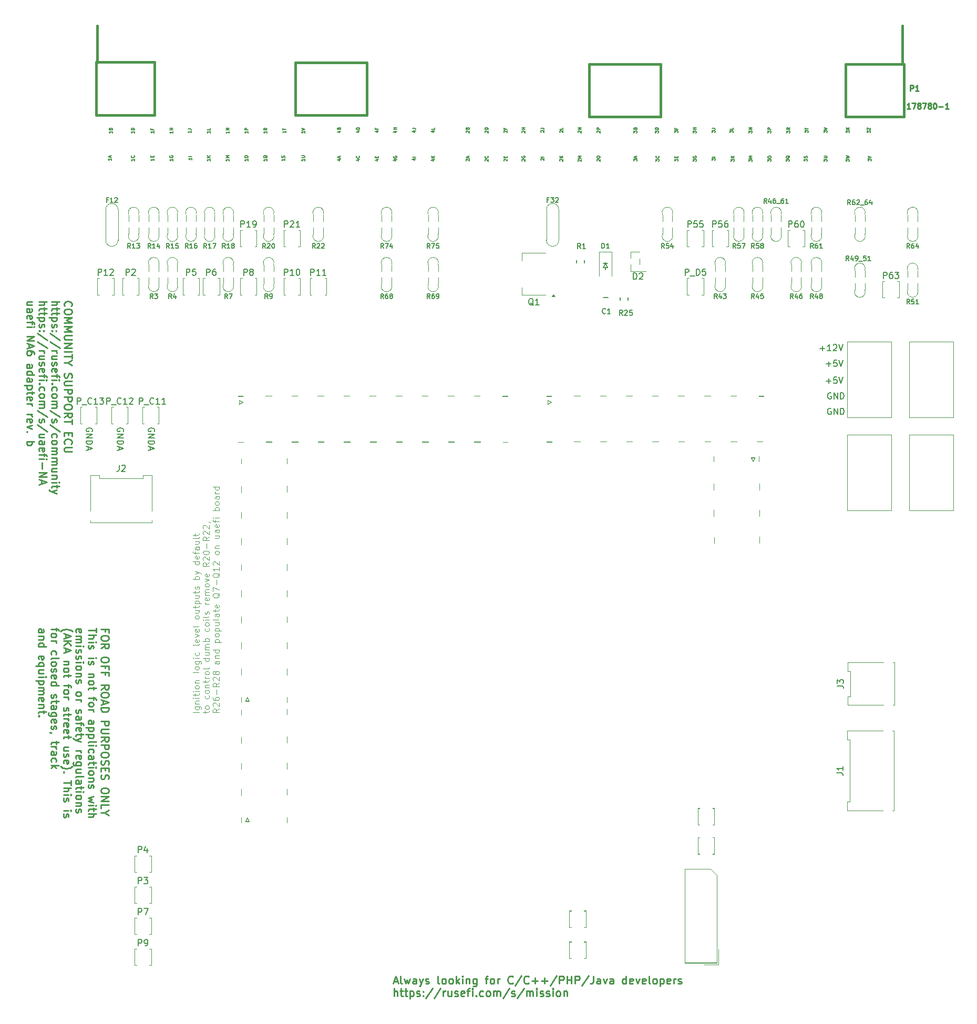
<source format=gto>
G75*
G70*
%OFA0B0*%
%FSLAX25Y25*%
%IPPOS*%
%LPD*%
%AMOC8*
5,1,8,0,0,1.08239X$1,22.5*
%
%ADD19C,0.00984*%
%ADD20C,0.00787*%
%ADD25C,0.00500*%
%ADD26C,0.00591*%
%ADD27C,0.00669*%
%ADD28C,0.00875*%
%ADD29C,0.00394*%
%ADD30C,0.00390*%
%ADD31C,0.00472*%
%ADD32C,0.01500*%
X0000000Y0000000D02*
%LPD*%
G01*
D25*
X0212794Y0559113D02*
X0214128Y0559113D01*
X0212032Y0558637D02*
X0213461Y0558161D01*
X0213461Y0558161D02*
X0213461Y0559399D01*
X0214128Y0560161D02*
X0212128Y0560161D01*
X0212128Y0560161D02*
X0212128Y0560637D01*
X0212128Y0560637D02*
X0212223Y0560923D01*
X0212223Y0560923D02*
X0212413Y0561113D01*
X0212413Y0561113D02*
X0212604Y0561208D01*
X0212604Y0561208D02*
X0212985Y0561304D01*
X0212985Y0561304D02*
X0213270Y0561304D01*
X0213270Y0561304D02*
X0213651Y0561208D01*
X0213651Y0561208D02*
X0213842Y0561113D01*
X0213842Y0561113D02*
X0214032Y0560923D01*
X0214032Y0560923D02*
X0214128Y0560637D01*
X0214128Y0560637D02*
X0214128Y0560161D01*
X0305838Y0540256D02*
X0305743Y0540351D01*
X0305743Y0540351D02*
X0305647Y0540542D01*
X0305647Y0540542D02*
X0305647Y0541018D01*
X0305647Y0541018D02*
X0305743Y0541208D01*
X0305743Y0541208D02*
X0305838Y0541304D01*
X0305838Y0541304D02*
X0306028Y0541399D01*
X0306028Y0541399D02*
X0306219Y0541399D01*
X0306219Y0541399D02*
X0306504Y0541304D01*
X0306504Y0541304D02*
X0307647Y0540161D01*
X0307647Y0540161D02*
X0307647Y0541399D01*
X0306600Y0542256D02*
X0306600Y0542923D01*
X0307647Y0543208D02*
X0307647Y0542256D01*
X0307647Y0542256D02*
X0305647Y0542256D01*
X0305647Y0542256D02*
X0305647Y0543208D01*
D26*
X0513231Y0383199D02*
X0512856Y0383387D01*
X0512856Y0383387D02*
X0512293Y0383387D01*
X0512293Y0383387D02*
X0511731Y0383199D01*
X0511731Y0383199D02*
X0511356Y0382824D01*
X0511356Y0382824D02*
X0511168Y0382449D01*
X0511168Y0382449D02*
X0510981Y0381699D01*
X0510981Y0381699D02*
X0510981Y0381137D01*
X0510981Y0381137D02*
X0511168Y0380387D01*
X0511168Y0380387D02*
X0511356Y0380012D01*
X0511356Y0380012D02*
X0511731Y0379637D01*
X0511731Y0379637D02*
X0512293Y0379450D01*
X0512293Y0379450D02*
X0512668Y0379450D01*
X0512668Y0379450D02*
X0513231Y0379637D01*
X0513231Y0379637D02*
X0513418Y0379824D01*
X0513418Y0379824D02*
X0513418Y0381137D01*
X0513418Y0381137D02*
X0512668Y0381137D01*
X0515105Y0379450D02*
X0515105Y0383387D01*
X0515105Y0383387D02*
X0517355Y0379450D01*
X0517355Y0379450D02*
X0517355Y0383387D01*
X0519230Y0379450D02*
X0519230Y0383387D01*
X0519230Y0383387D02*
X0520167Y0383387D01*
X0520167Y0383387D02*
X0520730Y0383199D01*
X0520730Y0383199D02*
X0521105Y0382824D01*
X0521105Y0382824D02*
X0521292Y0382449D01*
X0521292Y0382449D02*
X0521480Y0381699D01*
X0521480Y0381699D02*
X0521480Y0381137D01*
X0521480Y0381137D02*
X0521292Y0380387D01*
X0521292Y0380387D02*
X0521105Y0380012D01*
X0521105Y0380012D02*
X0520730Y0379637D01*
X0520730Y0379637D02*
X0520167Y0379450D01*
X0520167Y0379450D02*
X0519230Y0379450D01*
D25*
X0414147Y0540161D02*
X0414147Y0541399D01*
X0414147Y0541399D02*
X0414909Y0540732D01*
X0414909Y0540732D02*
X0414909Y0541018D01*
X0414909Y0541018D02*
X0415004Y0541208D01*
X0415004Y0541208D02*
X0415100Y0541304D01*
X0415100Y0541304D02*
X0415290Y0541399D01*
X0415290Y0541399D02*
X0415766Y0541399D01*
X0415766Y0541399D02*
X0415957Y0541304D01*
X0415957Y0541304D02*
X0416052Y0541208D01*
X0416052Y0541208D02*
X0416147Y0541018D01*
X0416147Y0541018D02*
X0416147Y0540447D01*
X0416147Y0540447D02*
X0416052Y0540256D01*
X0416052Y0540256D02*
X0415957Y0540161D01*
X0415100Y0542256D02*
X0415100Y0542923D01*
X0416147Y0543208D02*
X0416147Y0542256D01*
X0416147Y0542256D02*
X0414147Y0542256D01*
X0414147Y0542256D02*
X0414147Y0543208D01*
X0179313Y0541453D02*
X0179313Y0540310D01*
X0179313Y0540882D02*
X0177313Y0540882D01*
X0177313Y0540882D02*
X0177598Y0540691D01*
X0177598Y0540691D02*
X0177789Y0540501D01*
X0177789Y0540501D02*
X0177884Y0540310D01*
X0177313Y0542310D02*
X0178932Y0542310D01*
X0178932Y0542310D02*
X0179122Y0542405D01*
X0179122Y0542405D02*
X0179217Y0542501D01*
X0179217Y0542501D02*
X0179313Y0542691D01*
X0179313Y0542691D02*
X0179313Y0543072D01*
X0179313Y0543072D02*
X0179217Y0543262D01*
X0179217Y0543262D02*
X0179122Y0543358D01*
X0179122Y0543358D02*
X0178932Y0543453D01*
X0178932Y0543453D02*
X0177313Y0543453D01*
X0155313Y0541453D02*
X0155313Y0540310D01*
X0155313Y0540882D02*
X0153313Y0540882D01*
X0153313Y0540882D02*
X0153598Y0540691D01*
X0153598Y0540691D02*
X0153789Y0540501D01*
X0153789Y0540501D02*
X0153884Y0540310D01*
X0155503Y0543643D02*
X0155408Y0543453D01*
X0155408Y0543453D02*
X0155217Y0543262D01*
X0155217Y0543262D02*
X0154932Y0542977D01*
X0154932Y0542977D02*
X0154836Y0542786D01*
X0154836Y0542786D02*
X0154836Y0542596D01*
X0155313Y0542691D02*
X0155217Y0542501D01*
X0155217Y0542501D02*
X0155027Y0542310D01*
X0155027Y0542310D02*
X0154646Y0542215D01*
X0154646Y0542215D02*
X0153979Y0542215D01*
X0153979Y0542215D02*
X0153598Y0542310D01*
X0153598Y0542310D02*
X0153408Y0542501D01*
X0153408Y0542501D02*
X0153313Y0542691D01*
X0153313Y0542691D02*
X0153313Y0543072D01*
X0153313Y0543072D02*
X0153408Y0543262D01*
X0153408Y0543262D02*
X0153598Y0543453D01*
X0153598Y0543453D02*
X0153979Y0543548D01*
X0153979Y0543548D02*
X0154646Y0543548D01*
X0154646Y0543548D02*
X0155027Y0543453D01*
X0155027Y0543453D02*
X0155217Y0543262D01*
X0155217Y0543262D02*
X0155313Y0543072D01*
X0155313Y0543072D02*
X0155313Y0542691D01*
X0317338Y0558113D02*
X0317243Y0558208D01*
X0317243Y0558208D02*
X0317147Y0558399D01*
X0317147Y0558399D02*
X0317147Y0558875D01*
X0317147Y0558875D02*
X0317243Y0559066D01*
X0317243Y0559066D02*
X0317338Y0559161D01*
X0317338Y0559161D02*
X0317528Y0559256D01*
X0317528Y0559256D02*
X0317719Y0559256D01*
X0317719Y0559256D02*
X0318004Y0559161D01*
X0318004Y0559161D02*
X0319147Y0558018D01*
X0319147Y0558018D02*
X0319147Y0559256D01*
X0319147Y0560113D02*
X0317147Y0560113D01*
X0318100Y0560113D02*
X0318100Y0561256D01*
X0319147Y0561256D02*
X0317147Y0561256D01*
X0248294Y0559351D02*
X0249628Y0559351D01*
X0247532Y0558875D02*
X0248961Y0558399D01*
X0248961Y0558399D02*
X0248961Y0559637D01*
X0247628Y0560970D02*
X0249056Y0560970D01*
X0249056Y0560970D02*
X0249342Y0560875D01*
X0249342Y0560875D02*
X0249532Y0560685D01*
X0249532Y0560685D02*
X0249628Y0560399D01*
X0249628Y0560399D02*
X0249628Y0560208D01*
X0155313Y0559001D02*
X0155313Y0557858D01*
X0155313Y0558429D02*
X0153313Y0558429D01*
X0153313Y0558429D02*
X0153598Y0558239D01*
X0153598Y0558239D02*
X0153789Y0558048D01*
X0153789Y0558048D02*
X0153884Y0557858D01*
X0155313Y0561001D02*
X0154360Y0560334D01*
X0155313Y0559858D02*
X0153313Y0559858D01*
X0153313Y0559858D02*
X0153313Y0560620D01*
X0153313Y0560620D02*
X0153408Y0560810D01*
X0153408Y0560810D02*
X0153503Y0560905D01*
X0153503Y0560905D02*
X0153694Y0561001D01*
X0153694Y0561001D02*
X0153979Y0561001D01*
X0153979Y0561001D02*
X0154170Y0560905D01*
X0154170Y0560905D02*
X0154265Y0560810D01*
X0154265Y0560810D02*
X0154360Y0560620D01*
X0154360Y0560620D02*
X0154360Y0559858D01*
X0260294Y0541113D02*
X0261628Y0541113D01*
X0259532Y0540637D02*
X0260961Y0540161D01*
X0260961Y0540161D02*
X0260961Y0541399D01*
X0261628Y0542161D02*
X0259628Y0542161D01*
X0261628Y0543304D02*
X0260485Y0542447D01*
X0259628Y0543304D02*
X0260770Y0542161D01*
X0461147Y0558018D02*
X0461147Y0559256D01*
X0461147Y0559256D02*
X0461909Y0558589D01*
X0461909Y0558589D02*
X0461909Y0558875D01*
X0461909Y0558875D02*
X0462004Y0559066D01*
X0462004Y0559066D02*
X0462100Y0559161D01*
X0462100Y0559161D02*
X0462290Y0559256D01*
X0462290Y0559256D02*
X0462766Y0559256D01*
X0462766Y0559256D02*
X0462957Y0559161D01*
X0462957Y0559161D02*
X0463052Y0559066D01*
X0463052Y0559066D02*
X0463147Y0558875D01*
X0463147Y0558875D02*
X0463147Y0558304D01*
X0463147Y0558304D02*
X0463052Y0558113D01*
X0463052Y0558113D02*
X0462957Y0558018D01*
X0463147Y0560113D02*
X0461147Y0560113D01*
X0461147Y0560113D02*
X0463147Y0561256D01*
X0463147Y0561256D02*
X0461147Y0561256D01*
X0437647Y0540589D02*
X0437647Y0541828D01*
X0437647Y0541828D02*
X0438409Y0541161D01*
X0438409Y0541161D02*
X0438409Y0541447D01*
X0438409Y0541447D02*
X0438504Y0541637D01*
X0438504Y0541637D02*
X0438600Y0541732D01*
X0438600Y0541732D02*
X0438790Y0541828D01*
X0438790Y0541828D02*
X0439266Y0541828D01*
X0439266Y0541828D02*
X0439457Y0541732D01*
X0439457Y0541732D02*
X0439552Y0541637D01*
X0439552Y0541637D02*
X0439647Y0541447D01*
X0439647Y0541447D02*
X0439647Y0540875D01*
X0439647Y0540875D02*
X0439552Y0540685D01*
X0439552Y0540685D02*
X0439457Y0540589D01*
X0439647Y0542685D02*
X0437647Y0542685D01*
X0293838Y0558161D02*
X0293743Y0558256D01*
X0293743Y0558256D02*
X0293647Y0558447D01*
X0293647Y0558447D02*
X0293647Y0558923D01*
X0293647Y0558923D02*
X0293743Y0559113D01*
X0293743Y0559113D02*
X0293838Y0559208D01*
X0293838Y0559208D02*
X0294028Y0559304D01*
X0294028Y0559304D02*
X0294219Y0559304D01*
X0294219Y0559304D02*
X0294504Y0559208D01*
X0294504Y0559208D02*
X0295647Y0558066D01*
X0295647Y0558066D02*
X0295647Y0559304D01*
X0295647Y0560161D02*
X0293647Y0560161D01*
X0293647Y0560161D02*
X0293647Y0560637D01*
X0293647Y0560637D02*
X0293743Y0560923D01*
X0293743Y0560923D02*
X0293933Y0561113D01*
X0293933Y0561113D02*
X0294123Y0561208D01*
X0294123Y0561208D02*
X0294504Y0561304D01*
X0294504Y0561304D02*
X0294790Y0561304D01*
X0294790Y0561304D02*
X0295171Y0561208D01*
X0295171Y0561208D02*
X0295362Y0561113D01*
X0295362Y0561113D02*
X0295552Y0560923D01*
X0295552Y0560923D02*
X0295647Y0560637D01*
X0295647Y0560637D02*
X0295647Y0560161D01*
X0522647Y0539923D02*
X0522647Y0541161D01*
X0522647Y0541161D02*
X0523409Y0540494D01*
X0523409Y0540494D02*
X0523409Y0540780D01*
X0523409Y0540780D02*
X0523504Y0540970D01*
X0523504Y0540970D02*
X0523600Y0541066D01*
X0523600Y0541066D02*
X0523790Y0541161D01*
X0523790Y0541161D02*
X0524266Y0541161D01*
X0524266Y0541161D02*
X0524457Y0541066D01*
X0524457Y0541066D02*
X0524552Y0540970D01*
X0524552Y0540970D02*
X0524647Y0540780D01*
X0524647Y0540780D02*
X0524647Y0540208D01*
X0524647Y0540208D02*
X0524552Y0540018D01*
X0524552Y0540018D02*
X0524457Y0539923D01*
X0522647Y0541828D02*
X0524647Y0542304D01*
X0524647Y0542304D02*
X0523219Y0542685D01*
X0523219Y0542685D02*
X0524647Y0543066D01*
X0524647Y0543066D02*
X0522647Y0543542D01*
X0401647Y0558066D02*
X0401647Y0559304D01*
X0401647Y0559304D02*
X0402409Y0558637D01*
X0402409Y0558637D02*
X0402409Y0558923D01*
X0402409Y0558923D02*
X0402504Y0559113D01*
X0402504Y0559113D02*
X0402600Y0559208D01*
X0402600Y0559208D02*
X0402790Y0559304D01*
X0402790Y0559304D02*
X0403266Y0559304D01*
X0403266Y0559304D02*
X0403457Y0559208D01*
X0403457Y0559208D02*
X0403552Y0559113D01*
X0403552Y0559113D02*
X0403647Y0558923D01*
X0403647Y0558923D02*
X0403647Y0558351D01*
X0403647Y0558351D02*
X0403552Y0558161D01*
X0403552Y0558161D02*
X0403457Y0558066D01*
X0403647Y0560161D02*
X0401647Y0560161D01*
X0401647Y0560161D02*
X0401647Y0560637D01*
X0401647Y0560637D02*
X0401743Y0560923D01*
X0401743Y0560923D02*
X0401933Y0561113D01*
X0401933Y0561113D02*
X0402123Y0561208D01*
X0402123Y0561208D02*
X0402504Y0561304D01*
X0402504Y0561304D02*
X0402790Y0561304D01*
X0402790Y0561304D02*
X0403171Y0561208D01*
X0403171Y0561208D02*
X0403362Y0561113D01*
X0403362Y0561113D02*
X0403552Y0560923D01*
X0403552Y0560923D02*
X0403647Y0560637D01*
X0403647Y0560637D02*
X0403647Y0560161D01*
D26*
X0510184Y0400634D02*
X0513184Y0400634D01*
X0511684Y0399135D02*
X0511684Y0402134D01*
X0516933Y0403072D02*
X0515059Y0403072D01*
X0515059Y0403072D02*
X0514871Y0401197D01*
X0514871Y0401197D02*
X0515059Y0401384D01*
X0515059Y0401384D02*
X0515434Y0401572D01*
X0515434Y0401572D02*
X0516371Y0401572D01*
X0516371Y0401572D02*
X0516746Y0401384D01*
X0516746Y0401384D02*
X0516933Y0401197D01*
X0516933Y0401197D02*
X0517121Y0400822D01*
X0517121Y0400822D02*
X0517121Y0399884D01*
X0517121Y0399884D02*
X0516933Y0399510D01*
X0516933Y0399510D02*
X0516746Y0399322D01*
X0516746Y0399322D02*
X0516371Y0399135D01*
X0516371Y0399135D02*
X0515434Y0399135D01*
X0515434Y0399135D02*
X0515059Y0399322D01*
X0515059Y0399322D02*
X0514871Y0399510D01*
X0518246Y0403072D02*
X0519558Y0399135D01*
X0519558Y0399135D02*
X0520870Y0403072D01*
D25*
X0293838Y0540161D02*
X0293743Y0540256D01*
X0293743Y0540256D02*
X0293647Y0540447D01*
X0293647Y0540447D02*
X0293647Y0540923D01*
X0293647Y0540923D02*
X0293743Y0541113D01*
X0293743Y0541113D02*
X0293838Y0541208D01*
X0293838Y0541208D02*
X0294028Y0541304D01*
X0294028Y0541304D02*
X0294219Y0541304D01*
X0294219Y0541304D02*
X0294504Y0541208D01*
X0294504Y0541208D02*
X0295647Y0540066D01*
X0295647Y0540066D02*
X0295647Y0541304D01*
X0295457Y0543304D02*
X0295552Y0543208D01*
X0295552Y0543208D02*
X0295647Y0542923D01*
X0295647Y0542923D02*
X0295647Y0542732D01*
X0295647Y0542732D02*
X0295552Y0542447D01*
X0295552Y0542447D02*
X0295362Y0542256D01*
X0295362Y0542256D02*
X0295171Y0542161D01*
X0295171Y0542161D02*
X0294790Y0542066D01*
X0294790Y0542066D02*
X0294504Y0542066D01*
X0294504Y0542066D02*
X0294123Y0542161D01*
X0294123Y0542161D02*
X0293933Y0542256D01*
X0293933Y0542256D02*
X0293743Y0542447D01*
X0293743Y0542447D02*
X0293647Y0542732D01*
X0293647Y0542732D02*
X0293647Y0542923D01*
X0293647Y0542923D02*
X0293743Y0543208D01*
X0293743Y0543208D02*
X0293838Y0543304D01*
X0364838Y0540113D02*
X0364743Y0540208D01*
X0364743Y0540208D02*
X0364647Y0540399D01*
X0364647Y0540399D02*
X0364647Y0540875D01*
X0364647Y0540875D02*
X0364743Y0541066D01*
X0364743Y0541066D02*
X0364838Y0541161D01*
X0364838Y0541161D02*
X0365028Y0541256D01*
X0365028Y0541256D02*
X0365219Y0541256D01*
X0365219Y0541256D02*
X0365504Y0541161D01*
X0365504Y0541161D02*
X0366647Y0540018D01*
X0366647Y0540018D02*
X0366647Y0541256D01*
X0364647Y0542494D02*
X0364647Y0542875D01*
X0364647Y0542875D02*
X0364743Y0543066D01*
X0364743Y0543066D02*
X0364933Y0543256D01*
X0364933Y0543256D02*
X0365314Y0543351D01*
X0365314Y0543351D02*
X0365981Y0543351D01*
X0365981Y0543351D02*
X0366362Y0543256D01*
X0366362Y0543256D02*
X0366552Y0543066D01*
X0366552Y0543066D02*
X0366647Y0542875D01*
X0366647Y0542875D02*
X0366647Y0542494D01*
X0366647Y0542494D02*
X0366552Y0542304D01*
X0366552Y0542304D02*
X0366362Y0542113D01*
X0366362Y0542113D02*
X0365981Y0542018D01*
X0365981Y0542018D02*
X0365314Y0542018D01*
X0365314Y0542018D02*
X0364933Y0542113D01*
X0364933Y0542113D02*
X0364743Y0542304D01*
X0364743Y0542304D02*
X0364647Y0542494D01*
X0508647Y0540018D02*
X0508647Y0541256D01*
X0508647Y0541256D02*
X0509409Y0540589D01*
X0509409Y0540589D02*
X0509409Y0540875D01*
X0509409Y0540875D02*
X0509504Y0541066D01*
X0509504Y0541066D02*
X0509600Y0541161D01*
X0509600Y0541161D02*
X0509790Y0541256D01*
X0509790Y0541256D02*
X0510266Y0541256D01*
X0510266Y0541256D02*
X0510457Y0541161D01*
X0510457Y0541161D02*
X0510552Y0541066D01*
X0510552Y0541066D02*
X0510647Y0540875D01*
X0510647Y0540875D02*
X0510647Y0540304D01*
X0510647Y0540304D02*
X0510552Y0540113D01*
X0510552Y0540113D02*
X0510457Y0540018D01*
X0508647Y0542113D02*
X0510266Y0542113D01*
X0510266Y0542113D02*
X0510457Y0542208D01*
X0510457Y0542208D02*
X0510552Y0542304D01*
X0510552Y0542304D02*
X0510647Y0542494D01*
X0510647Y0542494D02*
X0510647Y0542875D01*
X0510647Y0542875D02*
X0510552Y0543066D01*
X0510552Y0543066D02*
X0510457Y0543161D01*
X0510457Y0543161D02*
X0510266Y0543256D01*
X0510266Y0543256D02*
X0508647Y0543256D01*
X0437647Y0558304D02*
X0437647Y0559542D01*
X0437647Y0559542D02*
X0438409Y0558875D01*
X0438409Y0558875D02*
X0438409Y0559161D01*
X0438409Y0559161D02*
X0438504Y0559351D01*
X0438504Y0559351D02*
X0438600Y0559447D01*
X0438600Y0559447D02*
X0438790Y0559542D01*
X0438790Y0559542D02*
X0439266Y0559542D01*
X0439266Y0559542D02*
X0439457Y0559447D01*
X0439457Y0559447D02*
X0439552Y0559351D01*
X0439552Y0559351D02*
X0439647Y0559161D01*
X0439647Y0559161D02*
X0439647Y0558589D01*
X0439647Y0558589D02*
X0439552Y0558399D01*
X0439552Y0558399D02*
X0439457Y0558304D01*
X0437647Y0560970D02*
X0439076Y0560970D01*
X0439076Y0560970D02*
X0439362Y0560875D01*
X0439362Y0560875D02*
X0439552Y0560685D01*
X0439552Y0560685D02*
X0439647Y0560399D01*
X0439647Y0560399D02*
X0439647Y0560208D01*
D26*
X0064301Y0368659D02*
X0064489Y0369034D01*
X0064489Y0369034D02*
X0064489Y0369596D01*
X0064489Y0369596D02*
X0064301Y0370159D01*
X0064301Y0370159D02*
X0063926Y0370534D01*
X0063926Y0370534D02*
X0063552Y0370721D01*
X0063552Y0370721D02*
X0062802Y0370909D01*
X0062802Y0370909D02*
X0062239Y0370909D01*
X0062239Y0370909D02*
X0061489Y0370721D01*
X0061489Y0370721D02*
X0061114Y0370534D01*
X0061114Y0370534D02*
X0060739Y0370159D01*
X0060739Y0370159D02*
X0060552Y0369596D01*
X0060552Y0369596D02*
X0060552Y0369222D01*
X0060552Y0369222D02*
X0060739Y0368659D01*
X0060739Y0368659D02*
X0060927Y0368472D01*
X0060927Y0368472D02*
X0062239Y0368472D01*
X0062239Y0368472D02*
X0062239Y0369222D01*
X0060552Y0366784D02*
X0064489Y0366784D01*
X0064489Y0366784D02*
X0060552Y0364535D01*
X0060552Y0364535D02*
X0064489Y0364535D01*
X0060552Y0362660D02*
X0064489Y0362660D01*
X0064489Y0362660D02*
X0064489Y0361722D01*
X0064489Y0361722D02*
X0064301Y0361160D01*
X0064301Y0361160D02*
X0063926Y0360785D01*
X0063926Y0360785D02*
X0063552Y0360598D01*
X0063552Y0360598D02*
X0062802Y0360410D01*
X0062802Y0360410D02*
X0062239Y0360410D01*
X0062239Y0360410D02*
X0061489Y0360598D01*
X0061489Y0360598D02*
X0061114Y0360785D01*
X0061114Y0360785D02*
X0060739Y0361160D01*
X0060739Y0361160D02*
X0060552Y0361722D01*
X0060552Y0361722D02*
X0060552Y0362660D01*
X0061677Y0358910D02*
X0061677Y0357036D01*
X0060552Y0359285D02*
X0064489Y0357973D01*
X0064489Y0357973D02*
X0060552Y0356661D01*
D25*
X0107813Y0542024D02*
X0107813Y0540882D01*
X0107813Y0541453D02*
X0105813Y0541453D01*
X0105813Y0541453D02*
X0106098Y0541262D01*
X0106098Y0541262D02*
X0106289Y0541072D01*
X0106289Y0541072D02*
X0106384Y0540882D01*
X0107813Y0542882D02*
X0105813Y0542882D01*
X0236294Y0541113D02*
X0237628Y0541113D01*
X0235532Y0540637D02*
X0236961Y0540161D01*
X0236961Y0540161D02*
X0236961Y0541399D01*
X0235723Y0543208D02*
X0235628Y0543018D01*
X0235628Y0543018D02*
X0235628Y0542732D01*
X0235628Y0542732D02*
X0235723Y0542447D01*
X0235723Y0542447D02*
X0235913Y0542256D01*
X0235913Y0542256D02*
X0236104Y0542161D01*
X0236104Y0542161D02*
X0236485Y0542066D01*
X0236485Y0542066D02*
X0236770Y0542066D01*
X0236770Y0542066D02*
X0237151Y0542161D01*
X0237151Y0542161D02*
X0237342Y0542256D01*
X0237342Y0542256D02*
X0237532Y0542447D01*
X0237532Y0542447D02*
X0237628Y0542732D01*
X0237628Y0542732D02*
X0237628Y0542923D01*
X0237628Y0542923D02*
X0237532Y0543208D01*
X0237532Y0543208D02*
X0237437Y0543304D01*
X0237437Y0543304D02*
X0236770Y0543304D01*
X0236770Y0543304D02*
X0236770Y0542923D01*
X0200794Y0541256D02*
X0202128Y0541256D01*
X0200032Y0540780D02*
X0201461Y0540304D01*
X0201461Y0540304D02*
X0201461Y0541542D01*
X0201556Y0542208D02*
X0201556Y0543161D01*
X0202128Y0542018D02*
X0200128Y0542685D01*
X0200128Y0542685D02*
X0202128Y0543351D01*
X0119313Y0559191D02*
X0119313Y0558048D01*
X0119313Y0558620D02*
X0117313Y0558620D01*
X0117313Y0558620D02*
X0117598Y0558429D01*
X0117598Y0558429D02*
X0117789Y0558239D01*
X0117789Y0558239D02*
X0117884Y0558048D01*
X0119313Y0561001D02*
X0119313Y0560048D01*
X0119313Y0560048D02*
X0117313Y0560048D01*
X0352838Y0558113D02*
X0352743Y0558208D01*
X0352743Y0558208D02*
X0352647Y0558399D01*
X0352647Y0558399D02*
X0352647Y0558875D01*
X0352647Y0558875D02*
X0352743Y0559066D01*
X0352743Y0559066D02*
X0352838Y0559161D01*
X0352838Y0559161D02*
X0353028Y0559256D01*
X0353028Y0559256D02*
X0353219Y0559256D01*
X0353219Y0559256D02*
X0353504Y0559161D01*
X0353504Y0559161D02*
X0354647Y0558018D01*
X0354647Y0558018D02*
X0354647Y0559256D01*
X0354647Y0560113D02*
X0352647Y0560113D01*
X0352647Y0560113D02*
X0354647Y0561256D01*
X0354647Y0561256D02*
X0352647Y0561256D01*
X0248294Y0541637D02*
X0249628Y0541637D01*
X0247532Y0541161D02*
X0248961Y0540685D01*
X0248961Y0540685D02*
X0248961Y0541923D01*
X0249628Y0542685D02*
X0247628Y0542685D01*
X0341338Y0540161D02*
X0341243Y0540256D01*
X0341243Y0540256D02*
X0341147Y0540447D01*
X0341147Y0540447D02*
X0341147Y0540923D01*
X0341147Y0540923D02*
X0341243Y0541113D01*
X0341243Y0541113D02*
X0341338Y0541208D01*
X0341338Y0541208D02*
X0341528Y0541304D01*
X0341528Y0541304D02*
X0341719Y0541304D01*
X0341719Y0541304D02*
X0342004Y0541208D01*
X0342004Y0541208D02*
X0343147Y0540066D01*
X0343147Y0540066D02*
X0343147Y0541304D01*
X0343147Y0542161D02*
X0341147Y0542161D01*
X0343147Y0543304D02*
X0342004Y0542447D01*
X0341147Y0543304D02*
X0342290Y0542161D01*
X0449147Y0558256D02*
X0449147Y0559494D01*
X0449147Y0559494D02*
X0449909Y0558828D01*
X0449909Y0558828D02*
X0449909Y0559113D01*
X0449909Y0559113D02*
X0450004Y0559304D01*
X0450004Y0559304D02*
X0450100Y0559399D01*
X0450100Y0559399D02*
X0450290Y0559494D01*
X0450290Y0559494D02*
X0450766Y0559494D01*
X0450766Y0559494D02*
X0450957Y0559399D01*
X0450957Y0559399D02*
X0451052Y0559304D01*
X0451052Y0559304D02*
X0451147Y0559113D01*
X0451147Y0559113D02*
X0451147Y0558542D01*
X0451147Y0558542D02*
X0451052Y0558351D01*
X0451052Y0558351D02*
X0450957Y0558256D01*
X0451147Y0561304D02*
X0451147Y0560351D01*
X0451147Y0560351D02*
X0449147Y0560351D01*
X0071313Y0541501D02*
X0071313Y0540358D01*
X0071313Y0540929D02*
X0069313Y0540929D01*
X0069313Y0540929D02*
X0069598Y0540739D01*
X0069598Y0540739D02*
X0069789Y0540548D01*
X0069789Y0540548D02*
X0069884Y0540358D01*
X0071122Y0543501D02*
X0071217Y0543405D01*
X0071217Y0543405D02*
X0071313Y0543120D01*
X0071313Y0543120D02*
X0071313Y0542929D01*
X0071313Y0542929D02*
X0071217Y0542643D01*
X0071217Y0542643D02*
X0071027Y0542453D01*
X0071027Y0542453D02*
X0070836Y0542358D01*
X0070836Y0542358D02*
X0070455Y0542262D01*
X0070455Y0542262D02*
X0070170Y0542262D01*
X0070170Y0542262D02*
X0069789Y0542358D01*
X0069789Y0542358D02*
X0069598Y0542453D01*
X0069598Y0542453D02*
X0069408Y0542643D01*
X0069408Y0542643D02*
X0069313Y0542929D01*
X0069313Y0542929D02*
X0069313Y0543120D01*
X0069313Y0543120D02*
X0069408Y0543405D01*
X0069408Y0543405D02*
X0069503Y0543501D01*
X0473147Y0540018D02*
X0473147Y0541256D01*
X0473147Y0541256D02*
X0473909Y0540589D01*
X0473909Y0540589D02*
X0473909Y0540875D01*
X0473909Y0540875D02*
X0474004Y0541066D01*
X0474004Y0541066D02*
X0474100Y0541161D01*
X0474100Y0541161D02*
X0474290Y0541256D01*
X0474290Y0541256D02*
X0474766Y0541256D01*
X0474766Y0541256D02*
X0474957Y0541161D01*
X0474957Y0541161D02*
X0475052Y0541066D01*
X0475052Y0541066D02*
X0475147Y0540875D01*
X0475147Y0540875D02*
X0475147Y0540304D01*
X0475147Y0540304D02*
X0475052Y0540113D01*
X0475052Y0540113D02*
X0474957Y0540018D01*
X0473147Y0542494D02*
X0473147Y0542875D01*
X0473147Y0542875D02*
X0473243Y0543066D01*
X0473243Y0543066D02*
X0473433Y0543256D01*
X0473433Y0543256D02*
X0473814Y0543351D01*
X0473814Y0543351D02*
X0474481Y0543351D01*
X0474481Y0543351D02*
X0474862Y0543256D01*
X0474862Y0543256D02*
X0475052Y0543066D01*
X0475052Y0543066D02*
X0475147Y0542875D01*
X0475147Y0542875D02*
X0475147Y0542494D01*
X0475147Y0542494D02*
X0475052Y0542304D01*
X0475052Y0542304D02*
X0474862Y0542113D01*
X0474862Y0542113D02*
X0474481Y0542018D01*
X0474481Y0542018D02*
X0473814Y0542018D01*
X0473814Y0542018D02*
X0473433Y0542113D01*
X0473433Y0542113D02*
X0473243Y0542304D01*
X0473243Y0542304D02*
X0473147Y0542494D01*
X0224794Y0559256D02*
X0226128Y0559256D01*
X0224032Y0558780D02*
X0225461Y0558304D01*
X0225461Y0558304D02*
X0225461Y0559542D01*
X0225080Y0560970D02*
X0225080Y0560304D01*
X0226128Y0560304D02*
X0224128Y0560304D01*
X0224128Y0560304D02*
X0224128Y0561256D01*
X0402147Y0540066D02*
X0402147Y0541304D01*
X0402147Y0541304D02*
X0402909Y0540637D01*
X0402909Y0540637D02*
X0402909Y0540923D01*
X0402909Y0540923D02*
X0403004Y0541113D01*
X0403004Y0541113D02*
X0403100Y0541208D01*
X0403100Y0541208D02*
X0403290Y0541304D01*
X0403290Y0541304D02*
X0403766Y0541304D01*
X0403766Y0541304D02*
X0403957Y0541208D01*
X0403957Y0541208D02*
X0404052Y0541113D01*
X0404052Y0541113D02*
X0404147Y0540923D01*
X0404147Y0540923D02*
X0404147Y0540351D01*
X0404147Y0540351D02*
X0404052Y0540161D01*
X0404052Y0540161D02*
X0403957Y0540066D01*
X0403957Y0543304D02*
X0404052Y0543208D01*
X0404052Y0543208D02*
X0404147Y0542923D01*
X0404147Y0542923D02*
X0404147Y0542732D01*
X0404147Y0542732D02*
X0404052Y0542447D01*
X0404052Y0542447D02*
X0403862Y0542256D01*
X0403862Y0542256D02*
X0403671Y0542161D01*
X0403671Y0542161D02*
X0403290Y0542066D01*
X0403290Y0542066D02*
X0403004Y0542066D01*
X0403004Y0542066D02*
X0402623Y0542161D01*
X0402623Y0542161D02*
X0402433Y0542256D01*
X0402433Y0542256D02*
X0402243Y0542447D01*
X0402243Y0542447D02*
X0402147Y0542732D01*
X0402147Y0542732D02*
X0402147Y0542923D01*
X0402147Y0542923D02*
X0402243Y0543208D01*
X0402243Y0543208D02*
X0402338Y0543304D01*
X0083813Y0541596D02*
X0083813Y0540453D01*
X0083813Y0541024D02*
X0081813Y0541024D01*
X0081813Y0541024D02*
X0082098Y0540834D01*
X0082098Y0540834D02*
X0082289Y0540643D01*
X0082289Y0540643D02*
X0082384Y0540453D01*
X0082765Y0542453D02*
X0082765Y0543120D01*
X0083813Y0543405D02*
X0083813Y0542453D01*
X0083813Y0542453D02*
X0081813Y0542453D01*
X0081813Y0542453D02*
X0081813Y0543405D01*
X0508647Y0558208D02*
X0508647Y0559447D01*
X0508647Y0559447D02*
X0509409Y0558780D01*
X0509409Y0558780D02*
X0509409Y0559066D01*
X0509409Y0559066D02*
X0509504Y0559256D01*
X0509504Y0559256D02*
X0509600Y0559351D01*
X0509600Y0559351D02*
X0509790Y0559447D01*
X0509790Y0559447D02*
X0510266Y0559447D01*
X0510266Y0559447D02*
X0510457Y0559351D01*
X0510457Y0559351D02*
X0510552Y0559256D01*
X0510552Y0559256D02*
X0510647Y0559066D01*
X0510647Y0559066D02*
X0510647Y0558494D01*
X0510647Y0558494D02*
X0510552Y0558304D01*
X0510552Y0558304D02*
X0510457Y0558208D01*
X0508647Y0560018D02*
X0510647Y0560685D01*
X0510647Y0560685D02*
X0508647Y0561351D01*
X0143313Y0559001D02*
X0143313Y0557858D01*
X0143313Y0558429D02*
X0141313Y0558429D01*
X0141313Y0558429D02*
X0141598Y0558239D01*
X0141598Y0558239D02*
X0141789Y0558048D01*
X0141789Y0558048D02*
X0141884Y0557858D01*
X0143313Y0559858D02*
X0141313Y0559858D01*
X0141313Y0559858D02*
X0141313Y0560620D01*
X0141313Y0560620D02*
X0141408Y0560810D01*
X0141408Y0560810D02*
X0141503Y0560905D01*
X0141503Y0560905D02*
X0141694Y0561001D01*
X0141694Y0561001D02*
X0141979Y0561001D01*
X0141979Y0561001D02*
X0142170Y0560905D01*
X0142170Y0560905D02*
X0142265Y0560810D01*
X0142265Y0560810D02*
X0142360Y0560620D01*
X0142360Y0560620D02*
X0142360Y0559858D01*
X0119313Y0541501D02*
X0119313Y0540358D01*
X0119313Y0540929D02*
X0117313Y0540929D01*
X0117313Y0540929D02*
X0117598Y0540739D01*
X0117598Y0540739D02*
X0117789Y0540548D01*
X0117789Y0540548D02*
X0117884Y0540358D01*
X0119313Y0542358D02*
X0117313Y0542358D01*
X0119313Y0543501D02*
X0118170Y0542643D01*
X0117313Y0543501D02*
X0118455Y0542358D01*
X0522647Y0558113D02*
X0522647Y0559351D01*
X0522647Y0559351D02*
X0523409Y0558685D01*
X0523409Y0558685D02*
X0523409Y0558970D01*
X0523409Y0558970D02*
X0523504Y0559161D01*
X0523504Y0559161D02*
X0523600Y0559256D01*
X0523600Y0559256D02*
X0523790Y0559351D01*
X0523790Y0559351D02*
X0524266Y0559351D01*
X0524266Y0559351D02*
X0524457Y0559256D01*
X0524457Y0559256D02*
X0524552Y0559161D01*
X0524552Y0559161D02*
X0524647Y0558970D01*
X0524647Y0558970D02*
X0524647Y0558399D01*
X0524647Y0558399D02*
X0524552Y0558208D01*
X0524552Y0558208D02*
X0524457Y0558113D01*
X0522647Y0560018D02*
X0524647Y0561351D01*
X0522647Y0561351D02*
X0524647Y0560018D01*
D19*
X0052689Y0241619D02*
X0052689Y0243259D01*
X0050111Y0243259D02*
X0055032Y0243259D01*
X0055032Y0243259D02*
X0055032Y0240916D01*
X0055032Y0238104D02*
X0055032Y0237166D01*
X0055032Y0237166D02*
X0054798Y0236698D01*
X0054798Y0236698D02*
X0054329Y0236229D01*
X0054329Y0236229D02*
X0053392Y0235995D01*
X0053392Y0235995D02*
X0051751Y0235995D01*
X0051751Y0235995D02*
X0050814Y0236229D01*
X0050814Y0236229D02*
X0050345Y0236698D01*
X0050345Y0236698D02*
X0050111Y0237166D01*
X0050111Y0237166D02*
X0050111Y0238104D01*
X0050111Y0238104D02*
X0050345Y0238573D01*
X0050345Y0238573D02*
X0050814Y0239041D01*
X0050814Y0239041D02*
X0051751Y0239276D01*
X0051751Y0239276D02*
X0053392Y0239276D01*
X0053392Y0239276D02*
X0054329Y0239041D01*
X0054329Y0239041D02*
X0054798Y0238573D01*
X0054798Y0238573D02*
X0055032Y0238104D01*
X0050111Y0231074D02*
X0052454Y0232714D01*
X0050111Y0233886D02*
X0055032Y0233886D01*
X0055032Y0233886D02*
X0055032Y0232011D01*
X0055032Y0232011D02*
X0054798Y0231542D01*
X0054798Y0231542D02*
X0054563Y0231308D01*
X0054563Y0231308D02*
X0054095Y0231074D01*
X0054095Y0231074D02*
X0053392Y0231074D01*
X0053392Y0231074D02*
X0052923Y0231308D01*
X0052923Y0231308D02*
X0052689Y0231542D01*
X0052689Y0231542D02*
X0052454Y0232011D01*
X0052454Y0232011D02*
X0052454Y0233886D01*
X0055032Y0224277D02*
X0055032Y0223340D01*
X0055032Y0223340D02*
X0054798Y0222871D01*
X0054798Y0222871D02*
X0054329Y0222403D01*
X0054329Y0222403D02*
X0053392Y0222168D01*
X0053392Y0222168D02*
X0051751Y0222168D01*
X0051751Y0222168D02*
X0050814Y0222403D01*
X0050814Y0222403D02*
X0050345Y0222871D01*
X0050345Y0222871D02*
X0050111Y0223340D01*
X0050111Y0223340D02*
X0050111Y0224277D01*
X0050111Y0224277D02*
X0050345Y0224746D01*
X0050345Y0224746D02*
X0050814Y0225215D01*
X0050814Y0225215D02*
X0051751Y0225449D01*
X0051751Y0225449D02*
X0053392Y0225449D01*
X0053392Y0225449D02*
X0054329Y0225215D01*
X0054329Y0225215D02*
X0054798Y0224746D01*
X0054798Y0224746D02*
X0055032Y0224277D01*
X0052689Y0218419D02*
X0052689Y0220059D01*
X0050111Y0220059D02*
X0055032Y0220059D01*
X0055032Y0220059D02*
X0055032Y0217716D01*
X0052689Y0214201D02*
X0052689Y0215841D01*
X0050111Y0215841D02*
X0055032Y0215841D01*
X0055032Y0215841D02*
X0055032Y0213498D01*
X0050111Y0205061D02*
X0052454Y0206702D01*
X0050111Y0207873D02*
X0055032Y0207873D01*
X0055032Y0207873D02*
X0055032Y0205999D01*
X0055032Y0205999D02*
X0054798Y0205530D01*
X0054798Y0205530D02*
X0054563Y0205295D01*
X0054563Y0205295D02*
X0054095Y0205061D01*
X0054095Y0205061D02*
X0053392Y0205061D01*
X0053392Y0205061D02*
X0052923Y0205295D01*
X0052923Y0205295D02*
X0052689Y0205530D01*
X0052689Y0205530D02*
X0052454Y0205999D01*
X0052454Y0205999D02*
X0052454Y0207873D01*
X0055032Y0202015D02*
X0055032Y0201077D01*
X0055032Y0201077D02*
X0054798Y0200609D01*
X0054798Y0200609D02*
X0054329Y0200140D01*
X0054329Y0200140D02*
X0053392Y0199906D01*
X0053392Y0199906D02*
X0051751Y0199906D01*
X0051751Y0199906D02*
X0050814Y0200140D01*
X0050814Y0200140D02*
X0050345Y0200609D01*
X0050345Y0200609D02*
X0050111Y0201077D01*
X0050111Y0201077D02*
X0050111Y0202015D01*
X0050111Y0202015D02*
X0050345Y0202483D01*
X0050345Y0202483D02*
X0050814Y0202952D01*
X0050814Y0202952D02*
X0051751Y0203186D01*
X0051751Y0203186D02*
X0053392Y0203186D01*
X0053392Y0203186D02*
X0054329Y0202952D01*
X0054329Y0202952D02*
X0054798Y0202483D01*
X0054798Y0202483D02*
X0055032Y0202015D01*
X0051517Y0198031D02*
X0051517Y0195687D01*
X0050111Y0198499D02*
X0055032Y0196859D01*
X0055032Y0196859D02*
X0050111Y0195219D01*
X0050111Y0193578D02*
X0055032Y0193578D01*
X0055032Y0193578D02*
X0055032Y0192406D01*
X0055032Y0192406D02*
X0054798Y0191703D01*
X0054798Y0191703D02*
X0054329Y0191235D01*
X0054329Y0191235D02*
X0053860Y0191000D01*
X0053860Y0191000D02*
X0052923Y0190766D01*
X0052923Y0190766D02*
X0052220Y0190766D01*
X0052220Y0190766D02*
X0051282Y0191000D01*
X0051282Y0191000D02*
X0050814Y0191235D01*
X0050814Y0191235D02*
X0050345Y0191703D01*
X0050345Y0191703D02*
X0050111Y0192406D01*
X0050111Y0192406D02*
X0050111Y0193578D01*
X0050111Y0184907D02*
X0055032Y0184907D01*
X0055032Y0184907D02*
X0055032Y0183033D01*
X0055032Y0183033D02*
X0054798Y0182564D01*
X0054798Y0182564D02*
X0054563Y0182330D01*
X0054563Y0182330D02*
X0054095Y0182095D01*
X0054095Y0182095D02*
X0053392Y0182095D01*
X0053392Y0182095D02*
X0052923Y0182330D01*
X0052923Y0182330D02*
X0052689Y0182564D01*
X0052689Y0182564D02*
X0052454Y0183033D01*
X0052454Y0183033D02*
X0052454Y0184907D01*
X0055032Y0179986D02*
X0051048Y0179986D01*
X0051048Y0179986D02*
X0050579Y0179752D01*
X0050579Y0179752D02*
X0050345Y0179517D01*
X0050345Y0179517D02*
X0050111Y0179049D01*
X0050111Y0179049D02*
X0050111Y0178111D01*
X0050111Y0178111D02*
X0050345Y0177643D01*
X0050345Y0177643D02*
X0050579Y0177408D01*
X0050579Y0177408D02*
X0051048Y0177174D01*
X0051048Y0177174D02*
X0055032Y0177174D01*
X0050111Y0172018D02*
X0052454Y0173659D01*
X0050111Y0174831D02*
X0055032Y0174831D01*
X0055032Y0174831D02*
X0055032Y0172956D01*
X0055032Y0172956D02*
X0054798Y0172487D01*
X0054798Y0172487D02*
X0054563Y0172253D01*
X0054563Y0172253D02*
X0054095Y0172018D01*
X0054095Y0172018D02*
X0053392Y0172018D01*
X0053392Y0172018D02*
X0052923Y0172253D01*
X0052923Y0172253D02*
X0052689Y0172487D01*
X0052689Y0172487D02*
X0052454Y0172956D01*
X0052454Y0172956D02*
X0052454Y0174831D01*
X0050111Y0169909D02*
X0055032Y0169909D01*
X0055032Y0169909D02*
X0055032Y0168034D01*
X0055032Y0168034D02*
X0054798Y0167566D01*
X0054798Y0167566D02*
X0054563Y0167331D01*
X0054563Y0167331D02*
X0054095Y0167097D01*
X0054095Y0167097D02*
X0053392Y0167097D01*
X0053392Y0167097D02*
X0052923Y0167331D01*
X0052923Y0167331D02*
X0052689Y0167566D01*
X0052689Y0167566D02*
X0052454Y0168034D01*
X0052454Y0168034D02*
X0052454Y0169909D01*
X0055032Y0164051D02*
X0055032Y0163113D01*
X0055032Y0163113D02*
X0054798Y0162645D01*
X0054798Y0162645D02*
X0054329Y0162176D01*
X0054329Y0162176D02*
X0053392Y0161942D01*
X0053392Y0161942D02*
X0051751Y0161942D01*
X0051751Y0161942D02*
X0050814Y0162176D01*
X0050814Y0162176D02*
X0050345Y0162645D01*
X0050345Y0162645D02*
X0050111Y0163113D01*
X0050111Y0163113D02*
X0050111Y0164051D01*
X0050111Y0164051D02*
X0050345Y0164519D01*
X0050345Y0164519D02*
X0050814Y0164988D01*
X0050814Y0164988D02*
X0051751Y0165222D01*
X0051751Y0165222D02*
X0053392Y0165222D01*
X0053392Y0165222D02*
X0054329Y0164988D01*
X0054329Y0164988D02*
X0054798Y0164519D01*
X0054798Y0164519D02*
X0055032Y0164051D01*
X0050345Y0160067D02*
X0050111Y0159364D01*
X0050111Y0159364D02*
X0050111Y0158192D01*
X0050111Y0158192D02*
X0050345Y0157723D01*
X0050345Y0157723D02*
X0050579Y0157489D01*
X0050579Y0157489D02*
X0051048Y0157255D01*
X0051048Y0157255D02*
X0051517Y0157255D01*
X0051517Y0157255D02*
X0051985Y0157489D01*
X0051985Y0157489D02*
X0052220Y0157723D01*
X0052220Y0157723D02*
X0052454Y0158192D01*
X0052454Y0158192D02*
X0052689Y0159129D01*
X0052689Y0159129D02*
X0052923Y0159598D01*
X0052923Y0159598D02*
X0053157Y0159832D01*
X0053157Y0159832D02*
X0053626Y0160067D01*
X0053626Y0160067D02*
X0054095Y0160067D01*
X0054095Y0160067D02*
X0054563Y0159832D01*
X0054563Y0159832D02*
X0054798Y0159598D01*
X0054798Y0159598D02*
X0055032Y0159129D01*
X0055032Y0159129D02*
X0055032Y0157958D01*
X0055032Y0157958D02*
X0054798Y0157255D01*
X0052689Y0155145D02*
X0052689Y0153505D01*
X0050111Y0152802D02*
X0050111Y0155145D01*
X0050111Y0155145D02*
X0055032Y0155145D01*
X0055032Y0155145D02*
X0055032Y0152802D01*
X0050345Y0150927D02*
X0050111Y0150224D01*
X0050111Y0150224D02*
X0050111Y0149052D01*
X0050111Y0149052D02*
X0050345Y0148584D01*
X0050345Y0148584D02*
X0050579Y0148349D01*
X0050579Y0148349D02*
X0051048Y0148115D01*
X0051048Y0148115D02*
X0051517Y0148115D01*
X0051517Y0148115D02*
X0051985Y0148349D01*
X0051985Y0148349D02*
X0052220Y0148584D01*
X0052220Y0148584D02*
X0052454Y0149052D01*
X0052454Y0149052D02*
X0052689Y0149990D01*
X0052689Y0149990D02*
X0052923Y0150459D01*
X0052923Y0150459D02*
X0053157Y0150693D01*
X0053157Y0150693D02*
X0053626Y0150927D01*
X0053626Y0150927D02*
X0054095Y0150927D01*
X0054095Y0150927D02*
X0054563Y0150693D01*
X0054563Y0150693D02*
X0054798Y0150459D01*
X0054798Y0150459D02*
X0055032Y0149990D01*
X0055032Y0149990D02*
X0055032Y0148818D01*
X0055032Y0148818D02*
X0054798Y0148115D01*
X0055032Y0141319D02*
X0055032Y0140382D01*
X0055032Y0140382D02*
X0054798Y0139913D01*
X0054798Y0139913D02*
X0054329Y0139444D01*
X0054329Y0139444D02*
X0053392Y0139210D01*
X0053392Y0139210D02*
X0051751Y0139210D01*
X0051751Y0139210D02*
X0050814Y0139444D01*
X0050814Y0139444D02*
X0050345Y0139913D01*
X0050345Y0139913D02*
X0050111Y0140382D01*
X0050111Y0140382D02*
X0050111Y0141319D01*
X0050111Y0141319D02*
X0050345Y0141788D01*
X0050345Y0141788D02*
X0050814Y0142256D01*
X0050814Y0142256D02*
X0051751Y0142491D01*
X0051751Y0142491D02*
X0053392Y0142491D01*
X0053392Y0142491D02*
X0054329Y0142256D01*
X0054329Y0142256D02*
X0054798Y0141788D01*
X0054798Y0141788D02*
X0055032Y0141319D01*
X0050111Y0137101D02*
X0055032Y0137101D01*
X0055032Y0137101D02*
X0050111Y0134289D01*
X0050111Y0134289D02*
X0055032Y0134289D01*
X0050111Y0129602D02*
X0050111Y0131945D01*
X0050111Y0131945D02*
X0055032Y0131945D01*
X0052454Y0127024D02*
X0050111Y0127024D01*
X0055032Y0128664D02*
X0052454Y0127024D01*
X0052454Y0127024D02*
X0055032Y0125384D01*
X0047109Y0243963D02*
X0047109Y0241150D01*
X0042188Y0242556D02*
X0047109Y0242556D01*
X0042188Y0239510D02*
X0047109Y0239510D01*
X0042188Y0237401D02*
X0044766Y0237401D01*
X0044766Y0237401D02*
X0045234Y0237635D01*
X0045234Y0237635D02*
X0045469Y0238104D01*
X0045469Y0238104D02*
X0045469Y0238807D01*
X0045469Y0238807D02*
X0045234Y0239276D01*
X0045234Y0239276D02*
X0045000Y0239510D01*
X0042188Y0235057D02*
X0045469Y0235057D01*
X0047109Y0235057D02*
X0046875Y0235292D01*
X0046875Y0235292D02*
X0046640Y0235057D01*
X0046640Y0235057D02*
X0046875Y0234823D01*
X0046875Y0234823D02*
X0047109Y0235057D01*
X0047109Y0235057D02*
X0046640Y0235057D01*
X0042422Y0232948D02*
X0042188Y0232480D01*
X0042188Y0232480D02*
X0042188Y0231542D01*
X0042188Y0231542D02*
X0042422Y0231074D01*
X0042422Y0231074D02*
X0042891Y0230839D01*
X0042891Y0230839D02*
X0043125Y0230839D01*
X0043125Y0230839D02*
X0043594Y0231074D01*
X0043594Y0231074D02*
X0043828Y0231542D01*
X0043828Y0231542D02*
X0043828Y0232245D01*
X0043828Y0232245D02*
X0044063Y0232714D01*
X0044063Y0232714D02*
X0044531Y0232948D01*
X0044531Y0232948D02*
X0044766Y0232948D01*
X0044766Y0232948D02*
X0045234Y0232714D01*
X0045234Y0232714D02*
X0045469Y0232245D01*
X0045469Y0232245D02*
X0045469Y0231542D01*
X0045469Y0231542D02*
X0045234Y0231074D01*
X0042188Y0224981D02*
X0045469Y0224981D01*
X0047109Y0224981D02*
X0046875Y0225215D01*
X0046875Y0225215D02*
X0046640Y0224981D01*
X0046640Y0224981D02*
X0046875Y0224746D01*
X0046875Y0224746D02*
X0047109Y0224981D01*
X0047109Y0224981D02*
X0046640Y0224981D01*
X0042422Y0222871D02*
X0042188Y0222403D01*
X0042188Y0222403D02*
X0042188Y0221465D01*
X0042188Y0221465D02*
X0042422Y0220997D01*
X0042422Y0220997D02*
X0042891Y0220762D01*
X0042891Y0220762D02*
X0043125Y0220762D01*
X0043125Y0220762D02*
X0043594Y0220997D01*
X0043594Y0220997D02*
X0043828Y0221465D01*
X0043828Y0221465D02*
X0043828Y0222168D01*
X0043828Y0222168D02*
X0044063Y0222637D01*
X0044063Y0222637D02*
X0044531Y0222871D01*
X0044531Y0222871D02*
X0044766Y0222871D01*
X0044766Y0222871D02*
X0045234Y0222637D01*
X0045234Y0222637D02*
X0045469Y0222168D01*
X0045469Y0222168D02*
X0045469Y0221465D01*
X0045469Y0221465D02*
X0045234Y0220997D01*
X0045469Y0214904D02*
X0042188Y0214904D01*
X0045000Y0214904D02*
X0045234Y0214669D01*
X0045234Y0214669D02*
X0045469Y0214201D01*
X0045469Y0214201D02*
X0045469Y0213498D01*
X0045469Y0213498D02*
X0045234Y0213029D01*
X0045234Y0213029D02*
X0044766Y0212795D01*
X0044766Y0212795D02*
X0042188Y0212795D01*
X0042188Y0209748D02*
X0042422Y0210217D01*
X0042422Y0210217D02*
X0042656Y0210451D01*
X0042656Y0210451D02*
X0043125Y0210685D01*
X0043125Y0210685D02*
X0044531Y0210685D01*
X0044531Y0210685D02*
X0045000Y0210451D01*
X0045000Y0210451D02*
X0045234Y0210217D01*
X0045234Y0210217D02*
X0045469Y0209748D01*
X0045469Y0209748D02*
X0045469Y0209045D01*
X0045469Y0209045D02*
X0045234Y0208576D01*
X0045234Y0208576D02*
X0045000Y0208342D01*
X0045000Y0208342D02*
X0044531Y0208108D01*
X0044531Y0208108D02*
X0043125Y0208108D01*
X0043125Y0208108D02*
X0042656Y0208342D01*
X0042656Y0208342D02*
X0042422Y0208576D01*
X0042422Y0208576D02*
X0042188Y0209045D01*
X0042188Y0209045D02*
X0042188Y0209748D01*
X0045469Y0206702D02*
X0045469Y0204827D01*
X0047109Y0205999D02*
X0042891Y0205999D01*
X0042891Y0205999D02*
X0042422Y0205764D01*
X0042422Y0205764D02*
X0042188Y0205295D01*
X0042188Y0205295D02*
X0042188Y0204827D01*
X0045469Y0200140D02*
X0045469Y0198265D01*
X0042188Y0199437D02*
X0046406Y0199437D01*
X0046406Y0199437D02*
X0046875Y0199202D01*
X0046875Y0199202D02*
X0047109Y0198734D01*
X0047109Y0198734D02*
X0047109Y0198265D01*
X0042188Y0195922D02*
X0042422Y0196390D01*
X0042422Y0196390D02*
X0042656Y0196625D01*
X0042656Y0196625D02*
X0043125Y0196859D01*
X0043125Y0196859D02*
X0044531Y0196859D01*
X0044531Y0196859D02*
X0045000Y0196625D01*
X0045000Y0196625D02*
X0045234Y0196390D01*
X0045234Y0196390D02*
X0045469Y0195922D01*
X0045469Y0195922D02*
X0045469Y0195219D01*
X0045469Y0195219D02*
X0045234Y0194750D01*
X0045234Y0194750D02*
X0045000Y0194516D01*
X0045000Y0194516D02*
X0044531Y0194281D01*
X0044531Y0194281D02*
X0043125Y0194281D01*
X0043125Y0194281D02*
X0042656Y0194516D01*
X0042656Y0194516D02*
X0042422Y0194750D01*
X0042422Y0194750D02*
X0042188Y0195219D01*
X0042188Y0195219D02*
X0042188Y0195922D01*
X0042188Y0192172D02*
X0045469Y0192172D01*
X0044531Y0192172D02*
X0045000Y0191938D01*
X0045000Y0191938D02*
X0045234Y0191703D01*
X0045234Y0191703D02*
X0045469Y0191235D01*
X0045469Y0191235D02*
X0045469Y0190766D01*
X0042188Y0183267D02*
X0044766Y0183267D01*
X0044766Y0183267D02*
X0045234Y0183501D01*
X0045234Y0183501D02*
X0045469Y0183970D01*
X0045469Y0183970D02*
X0045469Y0184907D01*
X0045469Y0184907D02*
X0045234Y0185376D01*
X0042422Y0183267D02*
X0042188Y0183736D01*
X0042188Y0183736D02*
X0042188Y0184907D01*
X0042188Y0184907D02*
X0042422Y0185376D01*
X0042422Y0185376D02*
X0042891Y0185610D01*
X0042891Y0185610D02*
X0043360Y0185610D01*
X0043360Y0185610D02*
X0043828Y0185376D01*
X0043828Y0185376D02*
X0044063Y0184907D01*
X0044063Y0184907D02*
X0044063Y0183736D01*
X0044063Y0183736D02*
X0044297Y0183267D01*
X0045469Y0180924D02*
X0040547Y0180924D01*
X0045234Y0180924D02*
X0045469Y0180455D01*
X0045469Y0180455D02*
X0045469Y0179517D01*
X0045469Y0179517D02*
X0045234Y0179049D01*
X0045234Y0179049D02*
X0045000Y0178814D01*
X0045000Y0178814D02*
X0044531Y0178580D01*
X0044531Y0178580D02*
X0043125Y0178580D01*
X0043125Y0178580D02*
X0042656Y0178814D01*
X0042656Y0178814D02*
X0042422Y0179049D01*
X0042422Y0179049D02*
X0042188Y0179517D01*
X0042188Y0179517D02*
X0042188Y0180455D01*
X0042188Y0180455D02*
X0042422Y0180924D01*
X0045469Y0176471D02*
X0040547Y0176471D01*
X0045234Y0176471D02*
X0045469Y0176002D01*
X0045469Y0176002D02*
X0045469Y0175065D01*
X0045469Y0175065D02*
X0045234Y0174596D01*
X0045234Y0174596D02*
X0045000Y0174362D01*
X0045000Y0174362D02*
X0044531Y0174127D01*
X0044531Y0174127D02*
X0043125Y0174127D01*
X0043125Y0174127D02*
X0042656Y0174362D01*
X0042656Y0174362D02*
X0042422Y0174596D01*
X0042422Y0174596D02*
X0042188Y0175065D01*
X0042188Y0175065D02*
X0042188Y0176002D01*
X0042188Y0176002D02*
X0042422Y0176471D01*
X0042188Y0171315D02*
X0042422Y0171784D01*
X0042422Y0171784D02*
X0042891Y0172018D01*
X0042891Y0172018D02*
X0047109Y0172018D01*
X0042188Y0169441D02*
X0045469Y0169441D01*
X0047109Y0169441D02*
X0046875Y0169675D01*
X0046875Y0169675D02*
X0046640Y0169441D01*
X0046640Y0169441D02*
X0046875Y0169206D01*
X0046875Y0169206D02*
X0047109Y0169441D01*
X0047109Y0169441D02*
X0046640Y0169441D01*
X0042422Y0164988D02*
X0042188Y0165457D01*
X0042188Y0165457D02*
X0042188Y0166394D01*
X0042188Y0166394D02*
X0042422Y0166863D01*
X0042422Y0166863D02*
X0042656Y0167097D01*
X0042656Y0167097D02*
X0043125Y0167331D01*
X0043125Y0167331D02*
X0044531Y0167331D01*
X0044531Y0167331D02*
X0045000Y0167097D01*
X0045000Y0167097D02*
X0045234Y0166863D01*
X0045234Y0166863D02*
X0045469Y0166394D01*
X0045469Y0166394D02*
X0045469Y0165457D01*
X0045469Y0165457D02*
X0045234Y0164988D01*
X0042188Y0160770D02*
X0044766Y0160770D01*
X0044766Y0160770D02*
X0045234Y0161004D01*
X0045234Y0161004D02*
X0045469Y0161473D01*
X0045469Y0161473D02*
X0045469Y0162410D01*
X0045469Y0162410D02*
X0045234Y0162879D01*
X0042422Y0160770D02*
X0042188Y0161238D01*
X0042188Y0161238D02*
X0042188Y0162410D01*
X0042188Y0162410D02*
X0042422Y0162879D01*
X0042422Y0162879D02*
X0042891Y0163113D01*
X0042891Y0163113D02*
X0043360Y0163113D01*
X0043360Y0163113D02*
X0043828Y0162879D01*
X0043828Y0162879D02*
X0044063Y0162410D01*
X0044063Y0162410D02*
X0044063Y0161238D01*
X0044063Y0161238D02*
X0044297Y0160770D01*
X0045469Y0159129D02*
X0045469Y0157255D01*
X0047109Y0158426D02*
X0042891Y0158426D01*
X0042891Y0158426D02*
X0042422Y0158192D01*
X0042422Y0158192D02*
X0042188Y0157723D01*
X0042188Y0157723D02*
X0042188Y0157255D01*
X0042188Y0155614D02*
X0045469Y0155614D01*
X0047109Y0155614D02*
X0046875Y0155849D01*
X0046875Y0155849D02*
X0046640Y0155614D01*
X0046640Y0155614D02*
X0046875Y0155380D01*
X0046875Y0155380D02*
X0047109Y0155614D01*
X0047109Y0155614D02*
X0046640Y0155614D01*
X0042188Y0152568D02*
X0042422Y0153036D01*
X0042422Y0153036D02*
X0042656Y0153271D01*
X0042656Y0153271D02*
X0043125Y0153505D01*
X0043125Y0153505D02*
X0044531Y0153505D01*
X0044531Y0153505D02*
X0045000Y0153271D01*
X0045000Y0153271D02*
X0045234Y0153036D01*
X0045234Y0153036D02*
X0045469Y0152568D01*
X0045469Y0152568D02*
X0045469Y0151865D01*
X0045469Y0151865D02*
X0045234Y0151396D01*
X0045234Y0151396D02*
X0045000Y0151162D01*
X0045000Y0151162D02*
X0044531Y0150927D01*
X0044531Y0150927D02*
X0043125Y0150927D01*
X0043125Y0150927D02*
X0042656Y0151162D01*
X0042656Y0151162D02*
X0042422Y0151396D01*
X0042422Y0151396D02*
X0042188Y0151865D01*
X0042188Y0151865D02*
X0042188Y0152568D01*
X0045469Y0148818D02*
X0042188Y0148818D01*
X0045000Y0148818D02*
X0045234Y0148584D01*
X0045234Y0148584D02*
X0045469Y0148115D01*
X0045469Y0148115D02*
X0045469Y0147412D01*
X0045469Y0147412D02*
X0045234Y0146943D01*
X0045234Y0146943D02*
X0044766Y0146709D01*
X0044766Y0146709D02*
X0042188Y0146709D01*
X0042422Y0144600D02*
X0042188Y0144131D01*
X0042188Y0144131D02*
X0042188Y0143194D01*
X0042188Y0143194D02*
X0042422Y0142725D01*
X0042422Y0142725D02*
X0042891Y0142491D01*
X0042891Y0142491D02*
X0043125Y0142491D01*
X0043125Y0142491D02*
X0043594Y0142725D01*
X0043594Y0142725D02*
X0043828Y0143194D01*
X0043828Y0143194D02*
X0043828Y0143897D01*
X0043828Y0143897D02*
X0044063Y0144366D01*
X0044063Y0144366D02*
X0044531Y0144600D01*
X0044531Y0144600D02*
X0044766Y0144600D01*
X0044766Y0144600D02*
X0045234Y0144366D01*
X0045234Y0144366D02*
X0045469Y0143897D01*
X0045469Y0143897D02*
X0045469Y0143194D01*
X0045469Y0143194D02*
X0045234Y0142725D01*
X0045469Y0137101D02*
X0042188Y0136163D01*
X0042188Y0136163D02*
X0044531Y0135226D01*
X0044531Y0135226D02*
X0042188Y0134289D01*
X0042188Y0134289D02*
X0045469Y0133351D01*
X0042188Y0131477D02*
X0045469Y0131477D01*
X0047109Y0131477D02*
X0046875Y0131711D01*
X0046875Y0131711D02*
X0046640Y0131477D01*
X0046640Y0131477D02*
X0046875Y0131242D01*
X0046875Y0131242D02*
X0047109Y0131477D01*
X0047109Y0131477D02*
X0046640Y0131477D01*
X0045469Y0129836D02*
X0045469Y0127961D01*
X0047109Y0129133D02*
X0042891Y0129133D01*
X0042891Y0129133D02*
X0042422Y0128899D01*
X0042422Y0128899D02*
X0042188Y0128430D01*
X0042188Y0128430D02*
X0042188Y0127961D01*
X0042188Y0126321D02*
X0047109Y0126321D01*
X0042188Y0124212D02*
X0044766Y0124212D01*
X0044766Y0124212D02*
X0045234Y0124446D01*
X0045234Y0124446D02*
X0045469Y0124915D01*
X0045469Y0124915D02*
X0045469Y0125618D01*
X0045469Y0125618D02*
X0045234Y0126087D01*
X0045234Y0126087D02*
X0045000Y0126321D01*
X0034499Y0241385D02*
X0034265Y0241853D01*
X0034265Y0241853D02*
X0034265Y0242791D01*
X0034265Y0242791D02*
X0034499Y0243259D01*
X0034499Y0243259D02*
X0034968Y0243494D01*
X0034968Y0243494D02*
X0036843Y0243494D01*
X0036843Y0243494D02*
X0037311Y0243259D01*
X0037311Y0243259D02*
X0037546Y0242791D01*
X0037546Y0242791D02*
X0037546Y0241853D01*
X0037546Y0241853D02*
X0037311Y0241385D01*
X0037311Y0241385D02*
X0036843Y0241150D01*
X0036843Y0241150D02*
X0036374Y0241150D01*
X0036374Y0241150D02*
X0035905Y0243494D01*
X0034265Y0239041D02*
X0037546Y0239041D01*
X0037077Y0239041D02*
X0037311Y0238807D01*
X0037311Y0238807D02*
X0037546Y0238338D01*
X0037546Y0238338D02*
X0037546Y0237635D01*
X0037546Y0237635D02*
X0037311Y0237166D01*
X0037311Y0237166D02*
X0036843Y0236932D01*
X0036843Y0236932D02*
X0034265Y0236932D01*
X0036843Y0236932D02*
X0037311Y0236698D01*
X0037311Y0236698D02*
X0037546Y0236229D01*
X0037546Y0236229D02*
X0037546Y0235526D01*
X0037546Y0235526D02*
X0037311Y0235057D01*
X0037311Y0235057D02*
X0036843Y0234823D01*
X0036843Y0234823D02*
X0034265Y0234823D01*
X0034265Y0232480D02*
X0037546Y0232480D01*
X0039186Y0232480D02*
X0038952Y0232714D01*
X0038952Y0232714D02*
X0038717Y0232480D01*
X0038717Y0232480D02*
X0038952Y0232245D01*
X0038952Y0232245D02*
X0039186Y0232480D01*
X0039186Y0232480D02*
X0038717Y0232480D01*
X0034499Y0230370D02*
X0034265Y0229902D01*
X0034265Y0229902D02*
X0034265Y0228964D01*
X0034265Y0228964D02*
X0034499Y0228496D01*
X0034499Y0228496D02*
X0034968Y0228261D01*
X0034968Y0228261D02*
X0035202Y0228261D01*
X0035202Y0228261D02*
X0035671Y0228496D01*
X0035671Y0228496D02*
X0035905Y0228964D01*
X0035905Y0228964D02*
X0035905Y0229667D01*
X0035905Y0229667D02*
X0036140Y0230136D01*
X0036140Y0230136D02*
X0036608Y0230370D01*
X0036608Y0230370D02*
X0036843Y0230370D01*
X0036843Y0230370D02*
X0037311Y0230136D01*
X0037311Y0230136D02*
X0037546Y0229667D01*
X0037546Y0229667D02*
X0037546Y0228964D01*
X0037546Y0228964D02*
X0037311Y0228496D01*
X0034499Y0226387D02*
X0034265Y0225918D01*
X0034265Y0225918D02*
X0034265Y0224981D01*
X0034265Y0224981D02*
X0034499Y0224512D01*
X0034499Y0224512D02*
X0034968Y0224277D01*
X0034968Y0224277D02*
X0035202Y0224277D01*
X0035202Y0224277D02*
X0035671Y0224512D01*
X0035671Y0224512D02*
X0035905Y0224981D01*
X0035905Y0224981D02*
X0035905Y0225684D01*
X0035905Y0225684D02*
X0036140Y0226152D01*
X0036140Y0226152D02*
X0036608Y0226387D01*
X0036608Y0226387D02*
X0036843Y0226387D01*
X0036843Y0226387D02*
X0037311Y0226152D01*
X0037311Y0226152D02*
X0037546Y0225684D01*
X0037546Y0225684D02*
X0037546Y0224981D01*
X0037546Y0224981D02*
X0037311Y0224512D01*
X0034265Y0222168D02*
X0037546Y0222168D01*
X0039186Y0222168D02*
X0038952Y0222403D01*
X0038952Y0222403D02*
X0038717Y0222168D01*
X0038717Y0222168D02*
X0038952Y0221934D01*
X0038952Y0221934D02*
X0039186Y0222168D01*
X0039186Y0222168D02*
X0038717Y0222168D01*
X0034265Y0219122D02*
X0034499Y0219591D01*
X0034499Y0219591D02*
X0034734Y0219825D01*
X0034734Y0219825D02*
X0035202Y0220059D01*
X0035202Y0220059D02*
X0036608Y0220059D01*
X0036608Y0220059D02*
X0037077Y0219825D01*
X0037077Y0219825D02*
X0037311Y0219591D01*
X0037311Y0219591D02*
X0037546Y0219122D01*
X0037546Y0219122D02*
X0037546Y0218419D01*
X0037546Y0218419D02*
X0037311Y0217950D01*
X0037311Y0217950D02*
X0037077Y0217716D01*
X0037077Y0217716D02*
X0036608Y0217481D01*
X0036608Y0217481D02*
X0035202Y0217481D01*
X0035202Y0217481D02*
X0034734Y0217716D01*
X0034734Y0217716D02*
X0034499Y0217950D01*
X0034499Y0217950D02*
X0034265Y0218419D01*
X0034265Y0218419D02*
X0034265Y0219122D01*
X0037546Y0215372D02*
X0034265Y0215372D01*
X0037077Y0215372D02*
X0037311Y0215138D01*
X0037311Y0215138D02*
X0037546Y0214669D01*
X0037546Y0214669D02*
X0037546Y0213966D01*
X0037546Y0213966D02*
X0037311Y0213498D01*
X0037311Y0213498D02*
X0036843Y0213263D01*
X0036843Y0213263D02*
X0034265Y0213263D01*
X0034499Y0211154D02*
X0034265Y0210685D01*
X0034265Y0210685D02*
X0034265Y0209748D01*
X0034265Y0209748D02*
X0034499Y0209279D01*
X0034499Y0209279D02*
X0034968Y0209045D01*
X0034968Y0209045D02*
X0035202Y0209045D01*
X0035202Y0209045D02*
X0035671Y0209279D01*
X0035671Y0209279D02*
X0035905Y0209748D01*
X0035905Y0209748D02*
X0035905Y0210451D01*
X0035905Y0210451D02*
X0036140Y0210920D01*
X0036140Y0210920D02*
X0036608Y0211154D01*
X0036608Y0211154D02*
X0036843Y0211154D01*
X0036843Y0211154D02*
X0037311Y0210920D01*
X0037311Y0210920D02*
X0037546Y0210451D01*
X0037546Y0210451D02*
X0037546Y0209748D01*
X0037546Y0209748D02*
X0037311Y0209279D01*
X0034265Y0202483D02*
X0034499Y0202952D01*
X0034499Y0202952D02*
X0034734Y0203186D01*
X0034734Y0203186D02*
X0035202Y0203421D01*
X0035202Y0203421D02*
X0036608Y0203421D01*
X0036608Y0203421D02*
X0037077Y0203186D01*
X0037077Y0203186D02*
X0037311Y0202952D01*
X0037311Y0202952D02*
X0037546Y0202483D01*
X0037546Y0202483D02*
X0037546Y0201780D01*
X0037546Y0201780D02*
X0037311Y0201312D01*
X0037311Y0201312D02*
X0037077Y0201077D01*
X0037077Y0201077D02*
X0036608Y0200843D01*
X0036608Y0200843D02*
X0035202Y0200843D01*
X0035202Y0200843D02*
X0034734Y0201077D01*
X0034734Y0201077D02*
X0034499Y0201312D01*
X0034499Y0201312D02*
X0034265Y0201780D01*
X0034265Y0201780D02*
X0034265Y0202483D01*
X0034265Y0198734D02*
X0037546Y0198734D01*
X0036608Y0198734D02*
X0037077Y0198499D01*
X0037077Y0198499D02*
X0037311Y0198265D01*
X0037311Y0198265D02*
X0037546Y0197796D01*
X0037546Y0197796D02*
X0037546Y0197328D01*
X0034499Y0192172D02*
X0034265Y0191703D01*
X0034265Y0191703D02*
X0034265Y0190766D01*
X0034265Y0190766D02*
X0034499Y0190297D01*
X0034499Y0190297D02*
X0034968Y0190063D01*
X0034968Y0190063D02*
X0035202Y0190063D01*
X0035202Y0190063D02*
X0035671Y0190297D01*
X0035671Y0190297D02*
X0035905Y0190766D01*
X0035905Y0190766D02*
X0035905Y0191469D01*
X0035905Y0191469D02*
X0036140Y0191938D01*
X0036140Y0191938D02*
X0036608Y0192172D01*
X0036608Y0192172D02*
X0036843Y0192172D01*
X0036843Y0192172D02*
X0037311Y0191938D01*
X0037311Y0191938D02*
X0037546Y0191469D01*
X0037546Y0191469D02*
X0037546Y0190766D01*
X0037546Y0190766D02*
X0037311Y0190297D01*
X0034265Y0185845D02*
X0036843Y0185845D01*
X0036843Y0185845D02*
X0037311Y0186079D01*
X0037311Y0186079D02*
X0037546Y0186548D01*
X0037546Y0186548D02*
X0037546Y0187485D01*
X0037546Y0187485D02*
X0037311Y0187954D01*
X0034499Y0185845D02*
X0034265Y0186313D01*
X0034265Y0186313D02*
X0034265Y0187485D01*
X0034265Y0187485D02*
X0034499Y0187954D01*
X0034499Y0187954D02*
X0034968Y0188188D01*
X0034968Y0188188D02*
X0035437Y0188188D01*
X0035437Y0188188D02*
X0035905Y0187954D01*
X0035905Y0187954D02*
X0036140Y0187485D01*
X0036140Y0187485D02*
X0036140Y0186313D01*
X0036140Y0186313D02*
X0036374Y0185845D01*
X0037546Y0184204D02*
X0037546Y0182330D01*
X0034265Y0183501D02*
X0038483Y0183501D01*
X0038483Y0183501D02*
X0038952Y0183267D01*
X0038952Y0183267D02*
X0039186Y0182798D01*
X0039186Y0182798D02*
X0039186Y0182330D01*
X0034499Y0178814D02*
X0034265Y0179283D01*
X0034265Y0179283D02*
X0034265Y0180220D01*
X0034265Y0180220D02*
X0034499Y0180689D01*
X0034499Y0180689D02*
X0034968Y0180924D01*
X0034968Y0180924D02*
X0036843Y0180924D01*
X0036843Y0180924D02*
X0037311Y0180689D01*
X0037311Y0180689D02*
X0037546Y0180220D01*
X0037546Y0180220D02*
X0037546Y0179283D01*
X0037546Y0179283D02*
X0037311Y0178814D01*
X0037311Y0178814D02*
X0036843Y0178580D01*
X0036843Y0178580D02*
X0036374Y0178580D01*
X0036374Y0178580D02*
X0035905Y0180924D01*
X0037546Y0177174D02*
X0037546Y0175299D01*
X0039186Y0176471D02*
X0034968Y0176471D01*
X0034968Y0176471D02*
X0034499Y0176237D01*
X0034499Y0176237D02*
X0034265Y0175768D01*
X0034265Y0175768D02*
X0034265Y0175299D01*
X0037546Y0174127D02*
X0034265Y0172956D01*
X0037546Y0171784D02*
X0034265Y0172956D01*
X0034265Y0172956D02*
X0033093Y0173424D01*
X0033093Y0173424D02*
X0032859Y0173659D01*
X0032859Y0173659D02*
X0032624Y0174127D01*
X0034265Y0166160D02*
X0037546Y0166160D01*
X0036608Y0166160D02*
X0037077Y0165925D01*
X0037077Y0165925D02*
X0037311Y0165691D01*
X0037311Y0165691D02*
X0037546Y0165222D01*
X0037546Y0165222D02*
X0037546Y0164754D01*
X0034499Y0161238D02*
X0034265Y0161707D01*
X0034265Y0161707D02*
X0034265Y0162645D01*
X0034265Y0162645D02*
X0034499Y0163113D01*
X0034499Y0163113D02*
X0034968Y0163348D01*
X0034968Y0163348D02*
X0036843Y0163348D01*
X0036843Y0163348D02*
X0037311Y0163113D01*
X0037311Y0163113D02*
X0037546Y0162645D01*
X0037546Y0162645D02*
X0037546Y0161707D01*
X0037546Y0161707D02*
X0037311Y0161238D01*
X0037311Y0161238D02*
X0036843Y0161004D01*
X0036843Y0161004D02*
X0036374Y0161004D01*
X0036374Y0161004D02*
X0035905Y0163348D01*
X0037546Y0156786D02*
X0033562Y0156786D01*
X0033562Y0156786D02*
X0033093Y0157020D01*
X0033093Y0157020D02*
X0032859Y0157255D01*
X0032859Y0157255D02*
X0032624Y0157723D01*
X0032624Y0157723D02*
X0032624Y0158426D01*
X0032624Y0158426D02*
X0032859Y0158895D01*
X0034499Y0156786D02*
X0034265Y0157255D01*
X0034265Y0157255D02*
X0034265Y0158192D01*
X0034265Y0158192D02*
X0034499Y0158661D01*
X0034499Y0158661D02*
X0034734Y0158895D01*
X0034734Y0158895D02*
X0035202Y0159129D01*
X0035202Y0159129D02*
X0036608Y0159129D01*
X0036608Y0159129D02*
X0037077Y0158895D01*
X0037077Y0158895D02*
X0037311Y0158661D01*
X0037311Y0158661D02*
X0037546Y0158192D01*
X0037546Y0158192D02*
X0037546Y0157255D01*
X0037546Y0157255D02*
X0037311Y0156786D01*
X0037546Y0152333D02*
X0034265Y0152333D01*
X0037546Y0154442D02*
X0034968Y0154442D01*
X0034968Y0154442D02*
X0034499Y0154208D01*
X0034499Y0154208D02*
X0034265Y0153739D01*
X0034265Y0153739D02*
X0034265Y0153036D01*
X0034265Y0153036D02*
X0034499Y0152568D01*
X0034499Y0152568D02*
X0034734Y0152333D01*
X0034265Y0149287D02*
X0034499Y0149756D01*
X0034499Y0149756D02*
X0034968Y0149990D01*
X0034968Y0149990D02*
X0039186Y0149990D01*
X0034265Y0145303D02*
X0036843Y0145303D01*
X0036843Y0145303D02*
X0037311Y0145537D01*
X0037311Y0145537D02*
X0037546Y0146006D01*
X0037546Y0146006D02*
X0037546Y0146943D01*
X0037546Y0146943D02*
X0037311Y0147412D01*
X0034499Y0145303D02*
X0034265Y0145772D01*
X0034265Y0145772D02*
X0034265Y0146943D01*
X0034265Y0146943D02*
X0034499Y0147412D01*
X0034499Y0147412D02*
X0034968Y0147646D01*
X0034968Y0147646D02*
X0035437Y0147646D01*
X0035437Y0147646D02*
X0035905Y0147412D01*
X0035905Y0147412D02*
X0036140Y0146943D01*
X0036140Y0146943D02*
X0036140Y0145772D01*
X0036140Y0145772D02*
X0036374Y0145303D01*
X0037546Y0143663D02*
X0037546Y0141788D01*
X0039186Y0142960D02*
X0034968Y0142960D01*
X0034968Y0142960D02*
X0034499Y0142725D01*
X0034499Y0142725D02*
X0034265Y0142256D01*
X0034265Y0142256D02*
X0034265Y0141788D01*
X0034265Y0140147D02*
X0037546Y0140147D01*
X0039186Y0140147D02*
X0038952Y0140382D01*
X0038952Y0140382D02*
X0038717Y0140147D01*
X0038717Y0140147D02*
X0038952Y0139913D01*
X0038952Y0139913D02*
X0039186Y0140147D01*
X0039186Y0140147D02*
X0038717Y0140147D01*
X0034265Y0137101D02*
X0034499Y0137570D01*
X0034499Y0137570D02*
X0034734Y0137804D01*
X0034734Y0137804D02*
X0035202Y0138038D01*
X0035202Y0138038D02*
X0036608Y0138038D01*
X0036608Y0138038D02*
X0037077Y0137804D01*
X0037077Y0137804D02*
X0037311Y0137570D01*
X0037311Y0137570D02*
X0037546Y0137101D01*
X0037546Y0137101D02*
X0037546Y0136398D01*
X0037546Y0136398D02*
X0037311Y0135929D01*
X0037311Y0135929D02*
X0037077Y0135695D01*
X0037077Y0135695D02*
X0036608Y0135460D01*
X0036608Y0135460D02*
X0035202Y0135460D01*
X0035202Y0135460D02*
X0034734Y0135695D01*
X0034734Y0135695D02*
X0034499Y0135929D01*
X0034499Y0135929D02*
X0034265Y0136398D01*
X0034265Y0136398D02*
X0034265Y0137101D01*
X0037546Y0133351D02*
X0034265Y0133351D01*
X0037077Y0133351D02*
X0037311Y0133117D01*
X0037311Y0133117D02*
X0037546Y0132648D01*
X0037546Y0132648D02*
X0037546Y0131945D01*
X0037546Y0131945D02*
X0037311Y0131477D01*
X0037311Y0131477D02*
X0036843Y0131242D01*
X0036843Y0131242D02*
X0034265Y0131242D01*
X0034499Y0129133D02*
X0034265Y0128664D01*
X0034265Y0128664D02*
X0034265Y0127727D01*
X0034265Y0127727D02*
X0034499Y0127258D01*
X0034499Y0127258D02*
X0034968Y0127024D01*
X0034968Y0127024D02*
X0035202Y0127024D01*
X0035202Y0127024D02*
X0035671Y0127258D01*
X0035671Y0127258D02*
X0035905Y0127727D01*
X0035905Y0127727D02*
X0035905Y0128430D01*
X0035905Y0128430D02*
X0036140Y0128899D01*
X0036140Y0128899D02*
X0036608Y0129133D01*
X0036608Y0129133D02*
X0036843Y0129133D01*
X0036843Y0129133D02*
X0037311Y0128899D01*
X0037311Y0128899D02*
X0037546Y0128430D01*
X0037546Y0128430D02*
X0037546Y0127727D01*
X0037546Y0127727D02*
X0037311Y0127258D01*
X0024467Y0241853D02*
X0024701Y0242088D01*
X0024701Y0242088D02*
X0025404Y0242556D01*
X0025404Y0242556D02*
X0025873Y0242791D01*
X0025873Y0242791D02*
X0026576Y0243025D01*
X0026576Y0243025D02*
X0027748Y0243259D01*
X0027748Y0243259D02*
X0028685Y0243259D01*
X0028685Y0243259D02*
X0029857Y0243025D01*
X0029857Y0243025D02*
X0030560Y0242791D01*
X0030560Y0242791D02*
X0031029Y0242556D01*
X0031029Y0242556D02*
X0031732Y0242088D01*
X0031732Y0242088D02*
X0031966Y0241853D01*
X0027748Y0240213D02*
X0027748Y0237870D01*
X0026342Y0240682D02*
X0031263Y0239041D01*
X0031263Y0239041D02*
X0026342Y0237401D01*
X0026342Y0235760D02*
X0031263Y0235760D01*
X0026342Y0232948D02*
X0029154Y0235057D01*
X0031263Y0232948D02*
X0028451Y0235760D01*
X0027748Y0231074D02*
X0027748Y0228730D01*
X0026342Y0231542D02*
X0031263Y0229902D01*
X0031263Y0229902D02*
X0026342Y0228261D01*
X0029623Y0222871D02*
X0026342Y0222871D01*
X0029154Y0222871D02*
X0029388Y0222637D01*
X0029388Y0222637D02*
X0029623Y0222168D01*
X0029623Y0222168D02*
X0029623Y0221465D01*
X0029623Y0221465D02*
X0029388Y0220997D01*
X0029388Y0220997D02*
X0028920Y0220762D01*
X0028920Y0220762D02*
X0026342Y0220762D01*
X0026342Y0217716D02*
X0026576Y0218184D01*
X0026576Y0218184D02*
X0026811Y0218419D01*
X0026811Y0218419D02*
X0027279Y0218653D01*
X0027279Y0218653D02*
X0028685Y0218653D01*
X0028685Y0218653D02*
X0029154Y0218419D01*
X0029154Y0218419D02*
X0029388Y0218184D01*
X0029388Y0218184D02*
X0029623Y0217716D01*
X0029623Y0217716D02*
X0029623Y0217013D01*
X0029623Y0217013D02*
X0029388Y0216544D01*
X0029388Y0216544D02*
X0029154Y0216310D01*
X0029154Y0216310D02*
X0028685Y0216075D01*
X0028685Y0216075D02*
X0027279Y0216075D01*
X0027279Y0216075D02*
X0026811Y0216310D01*
X0026811Y0216310D02*
X0026576Y0216544D01*
X0026576Y0216544D02*
X0026342Y0217013D01*
X0026342Y0217013D02*
X0026342Y0217716D01*
X0029623Y0214669D02*
X0029623Y0212795D01*
X0031263Y0213966D02*
X0027045Y0213966D01*
X0027045Y0213966D02*
X0026576Y0213732D01*
X0026576Y0213732D02*
X0026342Y0213263D01*
X0026342Y0213263D02*
X0026342Y0212795D01*
X0029623Y0208108D02*
X0029623Y0206233D01*
X0026342Y0207405D02*
X0030560Y0207405D01*
X0030560Y0207405D02*
X0031029Y0207170D01*
X0031029Y0207170D02*
X0031263Y0206702D01*
X0031263Y0206702D02*
X0031263Y0206233D01*
X0026342Y0203889D02*
X0026576Y0204358D01*
X0026576Y0204358D02*
X0026811Y0204592D01*
X0026811Y0204592D02*
X0027279Y0204827D01*
X0027279Y0204827D02*
X0028685Y0204827D01*
X0028685Y0204827D02*
X0029154Y0204592D01*
X0029154Y0204592D02*
X0029388Y0204358D01*
X0029388Y0204358D02*
X0029623Y0203889D01*
X0029623Y0203889D02*
X0029623Y0203186D01*
X0029623Y0203186D02*
X0029388Y0202718D01*
X0029388Y0202718D02*
X0029154Y0202483D01*
X0029154Y0202483D02*
X0028685Y0202249D01*
X0028685Y0202249D02*
X0027279Y0202249D01*
X0027279Y0202249D02*
X0026811Y0202483D01*
X0026811Y0202483D02*
X0026576Y0202718D01*
X0026576Y0202718D02*
X0026342Y0203186D01*
X0026342Y0203186D02*
X0026342Y0203889D01*
X0026342Y0200140D02*
X0029623Y0200140D01*
X0028685Y0200140D02*
X0029154Y0199906D01*
X0029154Y0199906D02*
X0029388Y0199671D01*
X0029388Y0199671D02*
X0029623Y0199202D01*
X0029623Y0199202D02*
X0029623Y0198734D01*
X0026576Y0193578D02*
X0026342Y0193109D01*
X0026342Y0193109D02*
X0026342Y0192172D01*
X0026342Y0192172D02*
X0026576Y0191703D01*
X0026576Y0191703D02*
X0027045Y0191469D01*
X0027045Y0191469D02*
X0027279Y0191469D01*
X0027279Y0191469D02*
X0027748Y0191703D01*
X0027748Y0191703D02*
X0027982Y0192172D01*
X0027982Y0192172D02*
X0027982Y0192875D01*
X0027982Y0192875D02*
X0028217Y0193344D01*
X0028217Y0193344D02*
X0028685Y0193578D01*
X0028685Y0193578D02*
X0028920Y0193578D01*
X0028920Y0193578D02*
X0029388Y0193344D01*
X0029388Y0193344D02*
X0029623Y0192875D01*
X0029623Y0192875D02*
X0029623Y0192172D01*
X0029623Y0192172D02*
X0029388Y0191703D01*
X0029623Y0190063D02*
X0029623Y0188188D01*
X0031263Y0189360D02*
X0027045Y0189360D01*
X0027045Y0189360D02*
X0026576Y0189126D01*
X0026576Y0189126D02*
X0026342Y0188657D01*
X0026342Y0188657D02*
X0026342Y0188188D01*
X0026342Y0186548D02*
X0029623Y0186548D01*
X0028685Y0186548D02*
X0029154Y0186313D01*
X0029154Y0186313D02*
X0029388Y0186079D01*
X0029388Y0186079D02*
X0029623Y0185610D01*
X0029623Y0185610D02*
X0029623Y0185142D01*
X0026576Y0181627D02*
X0026342Y0182095D01*
X0026342Y0182095D02*
X0026342Y0183033D01*
X0026342Y0183033D02*
X0026576Y0183501D01*
X0026576Y0183501D02*
X0027045Y0183736D01*
X0027045Y0183736D02*
X0028920Y0183736D01*
X0028920Y0183736D02*
X0029388Y0183501D01*
X0029388Y0183501D02*
X0029623Y0183033D01*
X0029623Y0183033D02*
X0029623Y0182095D01*
X0029623Y0182095D02*
X0029388Y0181627D01*
X0029388Y0181627D02*
X0028920Y0181392D01*
X0028920Y0181392D02*
X0028451Y0181392D01*
X0028451Y0181392D02*
X0027982Y0183736D01*
X0026576Y0177408D02*
X0026342Y0177877D01*
X0026342Y0177877D02*
X0026342Y0178814D01*
X0026342Y0178814D02*
X0026576Y0179283D01*
X0026576Y0179283D02*
X0027045Y0179517D01*
X0027045Y0179517D02*
X0028920Y0179517D01*
X0028920Y0179517D02*
X0029388Y0179283D01*
X0029388Y0179283D02*
X0029623Y0178814D01*
X0029623Y0178814D02*
X0029623Y0177877D01*
X0029623Y0177877D02*
X0029388Y0177408D01*
X0029388Y0177408D02*
X0028920Y0177174D01*
X0028920Y0177174D02*
X0028451Y0177174D01*
X0028451Y0177174D02*
X0027982Y0179517D01*
X0029623Y0175768D02*
X0029623Y0173893D01*
X0031263Y0175065D02*
X0027045Y0175065D01*
X0027045Y0175065D02*
X0026576Y0174831D01*
X0026576Y0174831D02*
X0026342Y0174362D01*
X0026342Y0174362D02*
X0026342Y0173893D01*
X0029623Y0166394D02*
X0026342Y0166394D01*
X0029623Y0168503D02*
X0027045Y0168503D01*
X0027045Y0168503D02*
X0026576Y0168269D01*
X0026576Y0168269D02*
X0026342Y0167800D01*
X0026342Y0167800D02*
X0026342Y0167097D01*
X0026342Y0167097D02*
X0026576Y0166628D01*
X0026576Y0166628D02*
X0026811Y0166394D01*
X0026576Y0164285D02*
X0026342Y0163816D01*
X0026342Y0163816D02*
X0026342Y0162879D01*
X0026342Y0162879D02*
X0026576Y0162410D01*
X0026576Y0162410D02*
X0027045Y0162176D01*
X0027045Y0162176D02*
X0027279Y0162176D01*
X0027279Y0162176D02*
X0027748Y0162410D01*
X0027748Y0162410D02*
X0027982Y0162879D01*
X0027982Y0162879D02*
X0027982Y0163582D01*
X0027982Y0163582D02*
X0028217Y0164051D01*
X0028217Y0164051D02*
X0028685Y0164285D01*
X0028685Y0164285D02*
X0028920Y0164285D01*
X0028920Y0164285D02*
X0029388Y0164051D01*
X0029388Y0164051D02*
X0029623Y0163582D01*
X0029623Y0163582D02*
X0029623Y0162879D01*
X0029623Y0162879D02*
X0029388Y0162410D01*
X0026576Y0158192D02*
X0026342Y0158661D01*
X0026342Y0158661D02*
X0026342Y0159598D01*
X0026342Y0159598D02*
X0026576Y0160067D01*
X0026576Y0160067D02*
X0027045Y0160301D01*
X0027045Y0160301D02*
X0028920Y0160301D01*
X0028920Y0160301D02*
X0029388Y0160067D01*
X0029388Y0160067D02*
X0029623Y0159598D01*
X0029623Y0159598D02*
X0029623Y0158661D01*
X0029623Y0158661D02*
X0029388Y0158192D01*
X0029388Y0158192D02*
X0028920Y0157958D01*
X0028920Y0157958D02*
X0028451Y0157958D01*
X0028451Y0157958D02*
X0027982Y0160301D01*
X0024467Y0156317D02*
X0024701Y0156083D01*
X0024701Y0156083D02*
X0025404Y0155614D01*
X0025404Y0155614D02*
X0025873Y0155380D01*
X0025873Y0155380D02*
X0026576Y0155145D01*
X0026576Y0155145D02*
X0027748Y0154911D01*
X0027748Y0154911D02*
X0028685Y0154911D01*
X0028685Y0154911D02*
X0029857Y0155145D01*
X0029857Y0155145D02*
X0030560Y0155380D01*
X0030560Y0155380D02*
X0031029Y0155614D01*
X0031029Y0155614D02*
X0031732Y0156083D01*
X0031732Y0156083D02*
X0031966Y0156317D01*
X0026811Y0152568D02*
X0026576Y0152333D01*
X0026576Y0152333D02*
X0026342Y0152568D01*
X0026342Y0152568D02*
X0026576Y0152802D01*
X0026576Y0152802D02*
X0026811Y0152568D01*
X0026811Y0152568D02*
X0026342Y0152568D01*
X0031263Y0147178D02*
X0031263Y0144366D01*
X0026342Y0145772D02*
X0031263Y0145772D01*
X0026342Y0142725D02*
X0031263Y0142725D01*
X0026342Y0140616D02*
X0028920Y0140616D01*
X0028920Y0140616D02*
X0029388Y0140850D01*
X0029388Y0140850D02*
X0029623Y0141319D01*
X0029623Y0141319D02*
X0029623Y0142022D01*
X0029623Y0142022D02*
X0029388Y0142491D01*
X0029388Y0142491D02*
X0029154Y0142725D01*
X0026342Y0138273D02*
X0029623Y0138273D01*
X0031263Y0138273D02*
X0031029Y0138507D01*
X0031029Y0138507D02*
X0030794Y0138273D01*
X0030794Y0138273D02*
X0031029Y0138038D01*
X0031029Y0138038D02*
X0031263Y0138273D01*
X0031263Y0138273D02*
X0030794Y0138273D01*
X0026576Y0136163D02*
X0026342Y0135695D01*
X0026342Y0135695D02*
X0026342Y0134757D01*
X0026342Y0134757D02*
X0026576Y0134289D01*
X0026576Y0134289D02*
X0027045Y0134054D01*
X0027045Y0134054D02*
X0027279Y0134054D01*
X0027279Y0134054D02*
X0027748Y0134289D01*
X0027748Y0134289D02*
X0027982Y0134757D01*
X0027982Y0134757D02*
X0027982Y0135460D01*
X0027982Y0135460D02*
X0028217Y0135929D01*
X0028217Y0135929D02*
X0028685Y0136163D01*
X0028685Y0136163D02*
X0028920Y0136163D01*
X0028920Y0136163D02*
X0029388Y0135929D01*
X0029388Y0135929D02*
X0029623Y0135460D01*
X0029623Y0135460D02*
X0029623Y0134757D01*
X0029623Y0134757D02*
X0029388Y0134289D01*
X0026342Y0128196D02*
X0029623Y0128196D01*
X0031263Y0128196D02*
X0031029Y0128430D01*
X0031029Y0128430D02*
X0030794Y0128196D01*
X0030794Y0128196D02*
X0031029Y0127961D01*
X0031029Y0127961D02*
X0031263Y0128196D01*
X0031263Y0128196D02*
X0030794Y0128196D01*
X0026576Y0126087D02*
X0026342Y0125618D01*
X0026342Y0125618D02*
X0026342Y0124681D01*
X0026342Y0124681D02*
X0026576Y0124212D01*
X0026576Y0124212D02*
X0027045Y0123978D01*
X0027045Y0123978D02*
X0027279Y0123978D01*
X0027279Y0123978D02*
X0027748Y0124212D01*
X0027748Y0124212D02*
X0027982Y0124681D01*
X0027982Y0124681D02*
X0027982Y0125384D01*
X0027982Y0125384D02*
X0028217Y0125852D01*
X0028217Y0125852D02*
X0028685Y0126087D01*
X0028685Y0126087D02*
X0028920Y0126087D01*
X0028920Y0126087D02*
X0029388Y0125852D01*
X0029388Y0125852D02*
X0029623Y0125384D01*
X0029623Y0125384D02*
X0029623Y0124681D01*
X0029623Y0124681D02*
X0029388Y0124212D01*
X0021700Y0243963D02*
X0021700Y0242088D01*
X0018419Y0243259D02*
X0022637Y0243259D01*
X0022637Y0243259D02*
X0023106Y0243025D01*
X0023106Y0243025D02*
X0023340Y0242556D01*
X0023340Y0242556D02*
X0023340Y0242088D01*
X0018419Y0239744D02*
X0018653Y0240213D01*
X0018653Y0240213D02*
X0018888Y0240447D01*
X0018888Y0240447D02*
X0019356Y0240682D01*
X0019356Y0240682D02*
X0020762Y0240682D01*
X0020762Y0240682D02*
X0021231Y0240447D01*
X0021231Y0240447D02*
X0021465Y0240213D01*
X0021465Y0240213D02*
X0021700Y0239744D01*
X0021700Y0239744D02*
X0021700Y0239041D01*
X0021700Y0239041D02*
X0021465Y0238573D01*
X0021465Y0238573D02*
X0021231Y0238338D01*
X0021231Y0238338D02*
X0020762Y0238104D01*
X0020762Y0238104D02*
X0019356Y0238104D01*
X0019356Y0238104D02*
X0018888Y0238338D01*
X0018888Y0238338D02*
X0018653Y0238573D01*
X0018653Y0238573D02*
X0018419Y0239041D01*
X0018419Y0239041D02*
X0018419Y0239744D01*
X0018419Y0235995D02*
X0021700Y0235995D01*
X0020762Y0235995D02*
X0021231Y0235760D01*
X0021231Y0235760D02*
X0021465Y0235526D01*
X0021465Y0235526D02*
X0021700Y0235057D01*
X0021700Y0235057D02*
X0021700Y0234589D01*
X0018653Y0227090D02*
X0018419Y0227558D01*
X0018419Y0227558D02*
X0018419Y0228496D01*
X0018419Y0228496D02*
X0018653Y0228964D01*
X0018653Y0228964D02*
X0018888Y0229199D01*
X0018888Y0229199D02*
X0019356Y0229433D01*
X0019356Y0229433D02*
X0020762Y0229433D01*
X0020762Y0229433D02*
X0021231Y0229199D01*
X0021231Y0229199D02*
X0021465Y0228964D01*
X0021465Y0228964D02*
X0021700Y0228496D01*
X0021700Y0228496D02*
X0021700Y0227558D01*
X0021700Y0227558D02*
X0021465Y0227090D01*
X0018419Y0224277D02*
X0018653Y0224746D01*
X0018653Y0224746D02*
X0019122Y0224981D01*
X0019122Y0224981D02*
X0023340Y0224981D01*
X0018419Y0221700D02*
X0018653Y0222168D01*
X0018653Y0222168D02*
X0018888Y0222403D01*
X0018888Y0222403D02*
X0019356Y0222637D01*
X0019356Y0222637D02*
X0020762Y0222637D01*
X0020762Y0222637D02*
X0021231Y0222403D01*
X0021231Y0222403D02*
X0021465Y0222168D01*
X0021465Y0222168D02*
X0021700Y0221700D01*
X0021700Y0221700D02*
X0021700Y0220997D01*
X0021700Y0220997D02*
X0021465Y0220528D01*
X0021465Y0220528D02*
X0021231Y0220294D01*
X0021231Y0220294D02*
X0020762Y0220059D01*
X0020762Y0220059D02*
X0019356Y0220059D01*
X0019356Y0220059D02*
X0018888Y0220294D01*
X0018888Y0220294D02*
X0018653Y0220528D01*
X0018653Y0220528D02*
X0018419Y0220997D01*
X0018419Y0220997D02*
X0018419Y0221700D01*
X0018653Y0218184D02*
X0018419Y0217716D01*
X0018419Y0217716D02*
X0018419Y0216778D01*
X0018419Y0216778D02*
X0018653Y0216310D01*
X0018653Y0216310D02*
X0019122Y0216075D01*
X0019122Y0216075D02*
X0019356Y0216075D01*
X0019356Y0216075D02*
X0019825Y0216310D01*
X0019825Y0216310D02*
X0020059Y0216778D01*
X0020059Y0216778D02*
X0020059Y0217481D01*
X0020059Y0217481D02*
X0020294Y0217950D01*
X0020294Y0217950D02*
X0020762Y0218184D01*
X0020762Y0218184D02*
X0020997Y0218184D01*
X0020997Y0218184D02*
X0021465Y0217950D01*
X0021465Y0217950D02*
X0021700Y0217481D01*
X0021700Y0217481D02*
X0021700Y0216778D01*
X0021700Y0216778D02*
X0021465Y0216310D01*
X0018653Y0212091D02*
X0018419Y0212560D01*
X0018419Y0212560D02*
X0018419Y0213498D01*
X0018419Y0213498D02*
X0018653Y0213966D01*
X0018653Y0213966D02*
X0019122Y0214201D01*
X0019122Y0214201D02*
X0020997Y0214201D01*
X0020997Y0214201D02*
X0021465Y0213966D01*
X0021465Y0213966D02*
X0021700Y0213498D01*
X0021700Y0213498D02*
X0021700Y0212560D01*
X0021700Y0212560D02*
X0021465Y0212091D01*
X0021465Y0212091D02*
X0020997Y0211857D01*
X0020997Y0211857D02*
X0020528Y0211857D01*
X0020528Y0211857D02*
X0020059Y0214201D01*
X0018419Y0207639D02*
X0023340Y0207639D01*
X0018653Y0207639D02*
X0018419Y0208108D01*
X0018419Y0208108D02*
X0018419Y0209045D01*
X0018419Y0209045D02*
X0018653Y0209514D01*
X0018653Y0209514D02*
X0018888Y0209748D01*
X0018888Y0209748D02*
X0019356Y0209982D01*
X0019356Y0209982D02*
X0020762Y0209982D01*
X0020762Y0209982D02*
X0021231Y0209748D01*
X0021231Y0209748D02*
X0021465Y0209514D01*
X0021465Y0209514D02*
X0021700Y0209045D01*
X0021700Y0209045D02*
X0021700Y0208108D01*
X0021700Y0208108D02*
X0021465Y0207639D01*
X0018653Y0201780D02*
X0018419Y0201312D01*
X0018419Y0201312D02*
X0018419Y0200374D01*
X0018419Y0200374D02*
X0018653Y0199906D01*
X0018653Y0199906D02*
X0019122Y0199671D01*
X0019122Y0199671D02*
X0019356Y0199671D01*
X0019356Y0199671D02*
X0019825Y0199906D01*
X0019825Y0199906D02*
X0020059Y0200374D01*
X0020059Y0200374D02*
X0020059Y0201077D01*
X0020059Y0201077D02*
X0020294Y0201546D01*
X0020294Y0201546D02*
X0020762Y0201780D01*
X0020762Y0201780D02*
X0020997Y0201780D01*
X0020997Y0201780D02*
X0021465Y0201546D01*
X0021465Y0201546D02*
X0021700Y0201077D01*
X0021700Y0201077D02*
X0021700Y0200374D01*
X0021700Y0200374D02*
X0021465Y0199906D01*
X0021700Y0198265D02*
X0021700Y0196390D01*
X0023340Y0197562D02*
X0019122Y0197562D01*
X0019122Y0197562D02*
X0018653Y0197328D01*
X0018653Y0197328D02*
X0018419Y0196859D01*
X0018419Y0196859D02*
X0018419Y0196390D01*
X0018419Y0192641D02*
X0020997Y0192641D01*
X0020997Y0192641D02*
X0021465Y0192875D01*
X0021465Y0192875D02*
X0021700Y0193344D01*
X0021700Y0193344D02*
X0021700Y0194281D01*
X0021700Y0194281D02*
X0021465Y0194750D01*
X0018653Y0192641D02*
X0018419Y0193109D01*
X0018419Y0193109D02*
X0018419Y0194281D01*
X0018419Y0194281D02*
X0018653Y0194750D01*
X0018653Y0194750D02*
X0019122Y0194984D01*
X0019122Y0194984D02*
X0019591Y0194984D01*
X0019591Y0194984D02*
X0020059Y0194750D01*
X0020059Y0194750D02*
X0020294Y0194281D01*
X0020294Y0194281D02*
X0020294Y0193109D01*
X0020294Y0193109D02*
X0020528Y0192641D01*
X0021700Y0188188D02*
X0017716Y0188188D01*
X0017716Y0188188D02*
X0017247Y0188423D01*
X0017247Y0188423D02*
X0017013Y0188657D01*
X0017013Y0188657D02*
X0016778Y0189126D01*
X0016778Y0189126D02*
X0016778Y0189829D01*
X0016778Y0189829D02*
X0017013Y0190297D01*
X0018653Y0188188D02*
X0018419Y0188657D01*
X0018419Y0188657D02*
X0018419Y0189594D01*
X0018419Y0189594D02*
X0018653Y0190063D01*
X0018653Y0190063D02*
X0018888Y0190297D01*
X0018888Y0190297D02*
X0019356Y0190532D01*
X0019356Y0190532D02*
X0020762Y0190532D01*
X0020762Y0190532D02*
X0021231Y0190297D01*
X0021231Y0190297D02*
X0021465Y0190063D01*
X0021465Y0190063D02*
X0021700Y0189594D01*
X0021700Y0189594D02*
X0021700Y0188657D01*
X0021700Y0188657D02*
X0021465Y0188188D01*
X0018653Y0183970D02*
X0018419Y0184439D01*
X0018419Y0184439D02*
X0018419Y0185376D01*
X0018419Y0185376D02*
X0018653Y0185845D01*
X0018653Y0185845D02*
X0019122Y0186079D01*
X0019122Y0186079D02*
X0020997Y0186079D01*
X0020997Y0186079D02*
X0021465Y0185845D01*
X0021465Y0185845D02*
X0021700Y0185376D01*
X0021700Y0185376D02*
X0021700Y0184439D01*
X0021700Y0184439D02*
X0021465Y0183970D01*
X0021465Y0183970D02*
X0020997Y0183736D01*
X0020997Y0183736D02*
X0020528Y0183736D01*
X0020528Y0183736D02*
X0020059Y0186079D01*
X0018653Y0181861D02*
X0018419Y0181392D01*
X0018419Y0181392D02*
X0018419Y0180455D01*
X0018419Y0180455D02*
X0018653Y0179986D01*
X0018653Y0179986D02*
X0019122Y0179752D01*
X0019122Y0179752D02*
X0019356Y0179752D01*
X0019356Y0179752D02*
X0019825Y0179986D01*
X0019825Y0179986D02*
X0020059Y0180455D01*
X0020059Y0180455D02*
X0020059Y0181158D01*
X0020059Y0181158D02*
X0020294Y0181627D01*
X0020294Y0181627D02*
X0020762Y0181861D01*
X0020762Y0181861D02*
X0020997Y0181861D01*
X0020997Y0181861D02*
X0021465Y0181627D01*
X0021465Y0181627D02*
X0021700Y0181158D01*
X0021700Y0181158D02*
X0021700Y0180455D01*
X0021700Y0180455D02*
X0021465Y0179986D01*
X0018653Y0177408D02*
X0018419Y0177408D01*
X0018419Y0177408D02*
X0017950Y0177643D01*
X0017950Y0177643D02*
X0017716Y0177877D01*
X0021700Y0172253D02*
X0021700Y0170378D01*
X0023340Y0171550D02*
X0019122Y0171550D01*
X0019122Y0171550D02*
X0018653Y0171315D01*
X0018653Y0171315D02*
X0018419Y0170847D01*
X0018419Y0170847D02*
X0018419Y0170378D01*
X0018419Y0168738D02*
X0021700Y0168738D01*
X0020762Y0168738D02*
X0021231Y0168503D01*
X0021231Y0168503D02*
X0021465Y0168269D01*
X0021465Y0168269D02*
X0021700Y0167800D01*
X0021700Y0167800D02*
X0021700Y0167331D01*
X0018419Y0163582D02*
X0020997Y0163582D01*
X0020997Y0163582D02*
X0021465Y0163816D01*
X0021465Y0163816D02*
X0021700Y0164285D01*
X0021700Y0164285D02*
X0021700Y0165222D01*
X0021700Y0165222D02*
X0021465Y0165691D01*
X0018653Y0163582D02*
X0018419Y0164051D01*
X0018419Y0164051D02*
X0018419Y0165222D01*
X0018419Y0165222D02*
X0018653Y0165691D01*
X0018653Y0165691D02*
X0019122Y0165925D01*
X0019122Y0165925D02*
X0019591Y0165925D01*
X0019591Y0165925D02*
X0020059Y0165691D01*
X0020059Y0165691D02*
X0020294Y0165222D01*
X0020294Y0165222D02*
X0020294Y0164051D01*
X0020294Y0164051D02*
X0020528Y0163582D01*
X0018653Y0159129D02*
X0018419Y0159598D01*
X0018419Y0159598D02*
X0018419Y0160535D01*
X0018419Y0160535D02*
X0018653Y0161004D01*
X0018653Y0161004D02*
X0018888Y0161238D01*
X0018888Y0161238D02*
X0019356Y0161473D01*
X0019356Y0161473D02*
X0020762Y0161473D01*
X0020762Y0161473D02*
X0021231Y0161238D01*
X0021231Y0161238D02*
X0021465Y0161004D01*
X0021465Y0161004D02*
X0021700Y0160535D01*
X0021700Y0160535D02*
X0021700Y0159598D01*
X0021700Y0159598D02*
X0021465Y0159129D01*
X0018419Y0157020D02*
X0023340Y0157020D01*
X0020294Y0156552D02*
X0018419Y0155145D01*
X0021700Y0155145D02*
X0019825Y0157020D01*
X0010496Y0241150D02*
X0013074Y0241150D01*
X0013074Y0241150D02*
X0013542Y0241385D01*
X0013542Y0241385D02*
X0013777Y0241853D01*
X0013777Y0241853D02*
X0013777Y0242791D01*
X0013777Y0242791D02*
X0013542Y0243259D01*
X0010730Y0241150D02*
X0010496Y0241619D01*
X0010496Y0241619D02*
X0010496Y0242791D01*
X0010496Y0242791D02*
X0010730Y0243259D01*
X0010730Y0243259D02*
X0011199Y0243494D01*
X0011199Y0243494D02*
X0011668Y0243494D01*
X0011668Y0243494D02*
X0012136Y0243259D01*
X0012136Y0243259D02*
X0012371Y0242791D01*
X0012371Y0242791D02*
X0012371Y0241619D01*
X0012371Y0241619D02*
X0012605Y0241150D01*
X0013777Y0238807D02*
X0010496Y0238807D01*
X0013308Y0238807D02*
X0013542Y0238573D01*
X0013542Y0238573D02*
X0013777Y0238104D01*
X0013777Y0238104D02*
X0013777Y0237401D01*
X0013777Y0237401D02*
X0013542Y0236932D01*
X0013542Y0236932D02*
X0013074Y0236698D01*
X0013074Y0236698D02*
X0010496Y0236698D01*
X0010496Y0232245D02*
X0015417Y0232245D01*
X0010730Y0232245D02*
X0010496Y0232714D01*
X0010496Y0232714D02*
X0010496Y0233651D01*
X0010496Y0233651D02*
X0010730Y0234120D01*
X0010730Y0234120D02*
X0010965Y0234354D01*
X0010965Y0234354D02*
X0011433Y0234589D01*
X0011433Y0234589D02*
X0012839Y0234589D01*
X0012839Y0234589D02*
X0013308Y0234354D01*
X0013308Y0234354D02*
X0013542Y0234120D01*
X0013542Y0234120D02*
X0013777Y0233651D01*
X0013777Y0233651D02*
X0013777Y0232714D01*
X0013777Y0232714D02*
X0013542Y0232245D01*
X0010730Y0224277D02*
X0010496Y0224746D01*
X0010496Y0224746D02*
X0010496Y0225684D01*
X0010496Y0225684D02*
X0010730Y0226152D01*
X0010730Y0226152D02*
X0011199Y0226387D01*
X0011199Y0226387D02*
X0013074Y0226387D01*
X0013074Y0226387D02*
X0013542Y0226152D01*
X0013542Y0226152D02*
X0013777Y0225684D01*
X0013777Y0225684D02*
X0013777Y0224746D01*
X0013777Y0224746D02*
X0013542Y0224277D01*
X0013542Y0224277D02*
X0013074Y0224043D01*
X0013074Y0224043D02*
X0012605Y0224043D01*
X0012605Y0224043D02*
X0012136Y0226387D01*
X0013777Y0219825D02*
X0008856Y0219825D01*
X0010730Y0219825D02*
X0010496Y0220294D01*
X0010496Y0220294D02*
X0010496Y0221231D01*
X0010496Y0221231D02*
X0010730Y0221700D01*
X0010730Y0221700D02*
X0010965Y0221934D01*
X0010965Y0221934D02*
X0011433Y0222168D01*
X0011433Y0222168D02*
X0012839Y0222168D01*
X0012839Y0222168D02*
X0013308Y0221934D01*
X0013308Y0221934D02*
X0013542Y0221700D01*
X0013542Y0221700D02*
X0013777Y0221231D01*
X0013777Y0221231D02*
X0013777Y0220294D01*
X0013777Y0220294D02*
X0013542Y0219825D01*
X0013777Y0215372D02*
X0010496Y0215372D01*
X0013777Y0217481D02*
X0011199Y0217481D01*
X0011199Y0217481D02*
X0010730Y0217247D01*
X0010730Y0217247D02*
X0010496Y0216778D01*
X0010496Y0216778D02*
X0010496Y0216075D01*
X0010496Y0216075D02*
X0010730Y0215607D01*
X0010730Y0215607D02*
X0010965Y0215372D01*
X0010496Y0213029D02*
X0013777Y0213029D01*
X0015417Y0213029D02*
X0015183Y0213263D01*
X0015183Y0213263D02*
X0014949Y0213029D01*
X0014949Y0213029D02*
X0015183Y0212795D01*
X0015183Y0212795D02*
X0015417Y0213029D01*
X0015417Y0213029D02*
X0014949Y0213029D01*
X0013777Y0210685D02*
X0008856Y0210685D01*
X0013542Y0210685D02*
X0013777Y0210217D01*
X0013777Y0210217D02*
X0013777Y0209279D01*
X0013777Y0209279D02*
X0013542Y0208811D01*
X0013542Y0208811D02*
X0013308Y0208576D01*
X0013308Y0208576D02*
X0012839Y0208342D01*
X0012839Y0208342D02*
X0011433Y0208342D01*
X0011433Y0208342D02*
X0010965Y0208576D01*
X0010965Y0208576D02*
X0010730Y0208811D01*
X0010730Y0208811D02*
X0010496Y0209279D01*
X0010496Y0209279D02*
X0010496Y0210217D01*
X0010496Y0210217D02*
X0010730Y0210685D01*
X0010496Y0206233D02*
X0013777Y0206233D01*
X0013308Y0206233D02*
X0013542Y0205999D01*
X0013542Y0205999D02*
X0013777Y0205530D01*
X0013777Y0205530D02*
X0013777Y0204827D01*
X0013777Y0204827D02*
X0013542Y0204358D01*
X0013542Y0204358D02*
X0013074Y0204124D01*
X0013074Y0204124D02*
X0010496Y0204124D01*
X0013074Y0204124D02*
X0013542Y0203889D01*
X0013542Y0203889D02*
X0013777Y0203421D01*
X0013777Y0203421D02*
X0013777Y0202718D01*
X0013777Y0202718D02*
X0013542Y0202249D01*
X0013542Y0202249D02*
X0013074Y0202015D01*
X0013074Y0202015D02*
X0010496Y0202015D01*
X0010730Y0197796D02*
X0010496Y0198265D01*
X0010496Y0198265D02*
X0010496Y0199202D01*
X0010496Y0199202D02*
X0010730Y0199671D01*
X0010730Y0199671D02*
X0011199Y0199906D01*
X0011199Y0199906D02*
X0013074Y0199906D01*
X0013074Y0199906D02*
X0013542Y0199671D01*
X0013542Y0199671D02*
X0013777Y0199202D01*
X0013777Y0199202D02*
X0013777Y0198265D01*
X0013777Y0198265D02*
X0013542Y0197796D01*
X0013542Y0197796D02*
X0013074Y0197562D01*
X0013074Y0197562D02*
X0012605Y0197562D01*
X0012605Y0197562D02*
X0012136Y0199906D01*
X0013777Y0195453D02*
X0010496Y0195453D01*
X0013308Y0195453D02*
X0013542Y0195219D01*
X0013542Y0195219D02*
X0013777Y0194750D01*
X0013777Y0194750D02*
X0013777Y0194047D01*
X0013777Y0194047D02*
X0013542Y0193578D01*
X0013542Y0193578D02*
X0013074Y0193344D01*
X0013074Y0193344D02*
X0010496Y0193344D01*
X0013777Y0191703D02*
X0013777Y0189829D01*
X0015417Y0191000D02*
X0011199Y0191000D01*
X0011199Y0191000D02*
X0010730Y0190766D01*
X0010730Y0190766D02*
X0010496Y0190297D01*
X0010496Y0190297D02*
X0010496Y0189829D01*
X0010965Y0188188D02*
X0010730Y0187954D01*
X0010730Y0187954D02*
X0010496Y0188188D01*
X0010496Y0188188D02*
X0010730Y0188423D01*
X0010730Y0188423D02*
X0010965Y0188188D01*
X0010965Y0188188D02*
X0010496Y0188188D01*
D25*
X0484647Y0540018D02*
X0484647Y0541256D01*
X0484647Y0541256D02*
X0485409Y0540589D01*
X0485409Y0540589D02*
X0485409Y0540875D01*
X0485409Y0540875D02*
X0485504Y0541066D01*
X0485504Y0541066D02*
X0485600Y0541161D01*
X0485600Y0541161D02*
X0485790Y0541256D01*
X0485790Y0541256D02*
X0486266Y0541256D01*
X0486266Y0541256D02*
X0486457Y0541161D01*
X0486457Y0541161D02*
X0486552Y0541066D01*
X0486552Y0541066D02*
X0486647Y0540875D01*
X0486647Y0540875D02*
X0486647Y0540304D01*
X0486647Y0540304D02*
X0486552Y0540113D01*
X0486552Y0540113D02*
X0486457Y0540018D01*
X0486838Y0543447D02*
X0486743Y0543256D01*
X0486743Y0543256D02*
X0486552Y0543066D01*
X0486552Y0543066D02*
X0486266Y0542780D01*
X0486266Y0542780D02*
X0486171Y0542589D01*
X0486171Y0542589D02*
X0486171Y0542399D01*
X0486647Y0542494D02*
X0486552Y0542304D01*
X0486552Y0542304D02*
X0486362Y0542113D01*
X0486362Y0542113D02*
X0485981Y0542018D01*
X0485981Y0542018D02*
X0485314Y0542018D01*
X0485314Y0542018D02*
X0484933Y0542113D01*
X0484933Y0542113D02*
X0484743Y0542304D01*
X0484743Y0542304D02*
X0484647Y0542494D01*
X0484647Y0542494D02*
X0484647Y0542875D01*
X0484647Y0542875D02*
X0484743Y0543066D01*
X0484743Y0543066D02*
X0484933Y0543256D01*
X0484933Y0543256D02*
X0485314Y0543351D01*
X0485314Y0543351D02*
X0485981Y0543351D01*
X0485981Y0543351D02*
X0486362Y0543256D01*
X0486362Y0543256D02*
X0486552Y0543066D01*
X0486552Y0543066D02*
X0486647Y0542875D01*
X0486647Y0542875D02*
X0486647Y0542494D01*
X0056813Y0541643D02*
X0056813Y0540501D01*
X0056813Y0541072D02*
X0054813Y0541072D01*
X0054813Y0541072D02*
X0055098Y0540882D01*
X0055098Y0540882D02*
X0055289Y0540691D01*
X0055289Y0540691D02*
X0055384Y0540501D01*
X0056241Y0542405D02*
X0056241Y0543358D01*
X0056813Y0542215D02*
X0054813Y0542882D01*
X0054813Y0542882D02*
X0056813Y0543548D01*
X0473147Y0558066D02*
X0473147Y0559304D01*
X0473147Y0559304D02*
X0473909Y0558637D01*
X0473909Y0558637D02*
X0473909Y0558923D01*
X0473909Y0558923D02*
X0474004Y0559113D01*
X0474004Y0559113D02*
X0474100Y0559208D01*
X0474100Y0559208D02*
X0474290Y0559304D01*
X0474290Y0559304D02*
X0474766Y0559304D01*
X0474766Y0559304D02*
X0474957Y0559208D01*
X0474957Y0559208D02*
X0475052Y0559113D01*
X0475052Y0559113D02*
X0475147Y0558923D01*
X0475147Y0558923D02*
X0475147Y0558351D01*
X0475147Y0558351D02*
X0475052Y0558161D01*
X0475052Y0558161D02*
X0474957Y0558066D01*
X0475147Y0560161D02*
X0473147Y0560161D01*
X0473147Y0560161D02*
X0473147Y0560923D01*
X0473147Y0560923D02*
X0473243Y0561113D01*
X0473243Y0561113D02*
X0473338Y0561208D01*
X0473338Y0561208D02*
X0473528Y0561304D01*
X0473528Y0561304D02*
X0473814Y0561304D01*
X0473814Y0561304D02*
X0474004Y0561208D01*
X0474004Y0561208D02*
X0474100Y0561113D01*
X0474100Y0561113D02*
X0474195Y0560923D01*
X0474195Y0560923D02*
X0474195Y0560161D01*
X0179313Y0559143D02*
X0179313Y0558001D01*
X0179313Y0558572D02*
X0177313Y0558572D01*
X0177313Y0558572D02*
X0177598Y0558382D01*
X0177598Y0558382D02*
X0177789Y0558191D01*
X0177789Y0558191D02*
X0177884Y0558001D01*
X0177313Y0559715D02*
X0179313Y0560382D01*
X0179313Y0560382D02*
X0177313Y0561048D01*
X0388147Y0558066D02*
X0388147Y0559304D01*
X0388147Y0559304D02*
X0388909Y0558637D01*
X0388909Y0558637D02*
X0388909Y0558923D01*
X0388909Y0558923D02*
X0389004Y0559113D01*
X0389004Y0559113D02*
X0389100Y0559208D01*
X0389100Y0559208D02*
X0389290Y0559304D01*
X0389290Y0559304D02*
X0389766Y0559304D01*
X0389766Y0559304D02*
X0389957Y0559208D01*
X0389957Y0559208D02*
X0390052Y0559113D01*
X0390052Y0559113D02*
X0390147Y0558923D01*
X0390147Y0558923D02*
X0390147Y0558351D01*
X0390147Y0558351D02*
X0390052Y0558161D01*
X0390052Y0558161D02*
X0389957Y0558066D01*
X0389100Y0560828D02*
X0389195Y0561113D01*
X0389195Y0561113D02*
X0389290Y0561208D01*
X0389290Y0561208D02*
X0389481Y0561304D01*
X0389481Y0561304D02*
X0389766Y0561304D01*
X0389766Y0561304D02*
X0389957Y0561208D01*
X0389957Y0561208D02*
X0390052Y0561113D01*
X0390052Y0561113D02*
X0390147Y0560923D01*
X0390147Y0560923D02*
X0390147Y0560161D01*
X0390147Y0560161D02*
X0388147Y0560161D01*
X0388147Y0560161D02*
X0388147Y0560828D01*
X0388147Y0560828D02*
X0388243Y0561018D01*
X0388243Y0561018D02*
X0388338Y0561113D01*
X0388338Y0561113D02*
X0388528Y0561208D01*
X0388528Y0561208D02*
X0388719Y0561208D01*
X0388719Y0561208D02*
X0388909Y0561113D01*
X0388909Y0561113D02*
X0389004Y0561018D01*
X0389004Y0561018D02*
X0389100Y0560828D01*
X0389100Y0560828D02*
X0389100Y0560161D01*
X0107313Y0559239D02*
X0107313Y0558096D01*
X0107313Y0558667D02*
X0105313Y0558667D01*
X0105313Y0558667D02*
X0105598Y0558477D01*
X0105598Y0558477D02*
X0105789Y0558286D01*
X0105789Y0558286D02*
X0105884Y0558096D01*
X0105313Y0560667D02*
X0106741Y0560667D01*
X0106741Y0560667D02*
X0107027Y0560572D01*
X0107027Y0560572D02*
X0107217Y0560382D01*
X0107217Y0560382D02*
X0107313Y0560096D01*
X0107313Y0560096D02*
X0107313Y0559905D01*
X0485147Y0558066D02*
X0485147Y0559304D01*
X0485147Y0559304D02*
X0485909Y0558637D01*
X0485909Y0558637D02*
X0485909Y0558923D01*
X0485909Y0558923D02*
X0486004Y0559113D01*
X0486004Y0559113D02*
X0486100Y0559208D01*
X0486100Y0559208D02*
X0486290Y0559304D01*
X0486290Y0559304D02*
X0486766Y0559304D01*
X0486766Y0559304D02*
X0486957Y0559208D01*
X0486957Y0559208D02*
X0487052Y0559113D01*
X0487052Y0559113D02*
X0487147Y0558923D01*
X0487147Y0558923D02*
X0487147Y0558351D01*
X0487147Y0558351D02*
X0487052Y0558161D01*
X0487052Y0558161D02*
X0486957Y0558066D01*
X0487147Y0561304D02*
X0486195Y0560637D01*
X0487147Y0560161D02*
X0485147Y0560161D01*
X0485147Y0560161D02*
X0485147Y0560923D01*
X0485147Y0560923D02*
X0485243Y0561113D01*
X0485243Y0561113D02*
X0485338Y0561208D01*
X0485338Y0561208D02*
X0485528Y0561304D01*
X0485528Y0561304D02*
X0485814Y0561304D01*
X0485814Y0561304D02*
X0486004Y0561208D01*
X0486004Y0561208D02*
X0486100Y0561113D01*
X0486100Y0561113D02*
X0486195Y0560923D01*
X0486195Y0560923D02*
X0486195Y0560161D01*
X0352838Y0540018D02*
X0352743Y0540113D01*
X0352743Y0540113D02*
X0352647Y0540304D01*
X0352647Y0540304D02*
X0352647Y0540780D01*
X0352647Y0540780D02*
X0352743Y0540970D01*
X0352743Y0540970D02*
X0352838Y0541066D01*
X0352838Y0541066D02*
X0353028Y0541161D01*
X0353028Y0541161D02*
X0353219Y0541161D01*
X0353219Y0541161D02*
X0353504Y0541066D01*
X0353504Y0541066D02*
X0354647Y0539923D01*
X0354647Y0539923D02*
X0354647Y0541161D01*
X0354647Y0542018D02*
X0352647Y0542018D01*
X0352647Y0542018D02*
X0354076Y0542685D01*
X0354076Y0542685D02*
X0352647Y0543351D01*
X0352647Y0543351D02*
X0354647Y0543351D01*
X0166813Y0541548D02*
X0166813Y0540405D01*
X0166813Y0540977D02*
X0164813Y0540977D01*
X0164813Y0540977D02*
X0165098Y0540786D01*
X0165098Y0540786D02*
X0165289Y0540596D01*
X0165289Y0540596D02*
X0165384Y0540405D01*
X0166717Y0542310D02*
X0166813Y0542596D01*
X0166813Y0542596D02*
X0166813Y0543072D01*
X0166813Y0543072D02*
X0166717Y0543262D01*
X0166717Y0543262D02*
X0166622Y0543358D01*
X0166622Y0543358D02*
X0166432Y0543453D01*
X0166432Y0543453D02*
X0166241Y0543453D01*
X0166241Y0543453D02*
X0166051Y0543358D01*
X0166051Y0543358D02*
X0165955Y0543262D01*
X0165955Y0543262D02*
X0165860Y0543072D01*
X0165860Y0543072D02*
X0165765Y0542691D01*
X0165765Y0542691D02*
X0165670Y0542501D01*
X0165670Y0542501D02*
X0165575Y0542405D01*
X0165575Y0542405D02*
X0165384Y0542310D01*
X0165384Y0542310D02*
X0165194Y0542310D01*
X0165194Y0542310D02*
X0165003Y0542405D01*
X0165003Y0542405D02*
X0164908Y0542501D01*
X0164908Y0542501D02*
X0164813Y0542691D01*
X0164813Y0542691D02*
X0164813Y0543167D01*
X0164813Y0543167D02*
X0164908Y0543453D01*
D26*
X0083986Y0368659D02*
X0084174Y0369034D01*
X0084174Y0369034D02*
X0084174Y0369596D01*
X0084174Y0369596D02*
X0083986Y0370159D01*
X0083986Y0370159D02*
X0083612Y0370534D01*
X0083612Y0370534D02*
X0083237Y0370721D01*
X0083237Y0370721D02*
X0082487Y0370909D01*
X0082487Y0370909D02*
X0081924Y0370909D01*
X0081924Y0370909D02*
X0081174Y0370721D01*
X0081174Y0370721D02*
X0080799Y0370534D01*
X0080799Y0370534D02*
X0080424Y0370159D01*
X0080424Y0370159D02*
X0080237Y0369596D01*
X0080237Y0369596D02*
X0080237Y0369222D01*
X0080237Y0369222D02*
X0080424Y0368659D01*
X0080424Y0368659D02*
X0080612Y0368472D01*
X0080612Y0368472D02*
X0081924Y0368472D01*
X0081924Y0368472D02*
X0081924Y0369222D01*
X0080237Y0366784D02*
X0084174Y0366784D01*
X0084174Y0366784D02*
X0080237Y0364535D01*
X0080237Y0364535D02*
X0084174Y0364535D01*
X0080237Y0362660D02*
X0084174Y0362660D01*
X0084174Y0362660D02*
X0084174Y0361722D01*
X0084174Y0361722D02*
X0083986Y0361160D01*
X0083986Y0361160D02*
X0083612Y0360785D01*
X0083612Y0360785D02*
X0083237Y0360598D01*
X0083237Y0360598D02*
X0082487Y0360410D01*
X0082487Y0360410D02*
X0081924Y0360410D01*
X0081924Y0360410D02*
X0081174Y0360598D01*
X0081174Y0360598D02*
X0080799Y0360785D01*
X0080799Y0360785D02*
X0080424Y0361160D01*
X0080424Y0361160D02*
X0080237Y0361722D01*
X0080237Y0361722D02*
X0080237Y0362660D01*
X0081362Y0358910D02*
X0081362Y0357036D01*
X0080237Y0359285D02*
X0084174Y0357973D01*
X0084174Y0357973D02*
X0080237Y0356661D01*
D25*
X0143313Y0541453D02*
X0143313Y0540310D01*
X0143313Y0540882D02*
X0141313Y0540882D01*
X0141313Y0540882D02*
X0141598Y0540691D01*
X0141598Y0540691D02*
X0141789Y0540501D01*
X0141789Y0540501D02*
X0141884Y0540310D01*
X0141313Y0542691D02*
X0141313Y0543072D01*
X0141313Y0543072D02*
X0141408Y0543262D01*
X0141408Y0543262D02*
X0141598Y0543453D01*
X0141598Y0543453D02*
X0141979Y0543548D01*
X0141979Y0543548D02*
X0142646Y0543548D01*
X0142646Y0543548D02*
X0143027Y0543453D01*
X0143027Y0543453D02*
X0143217Y0543262D01*
X0143217Y0543262D02*
X0143313Y0543072D01*
X0143313Y0543072D02*
X0143313Y0542691D01*
X0143313Y0542691D02*
X0143217Y0542501D01*
X0143217Y0542501D02*
X0143027Y0542310D01*
X0143027Y0542310D02*
X0142646Y0542215D01*
X0142646Y0542215D02*
X0141979Y0542215D01*
X0141979Y0542215D02*
X0141598Y0542310D01*
X0141598Y0542310D02*
X0141408Y0542501D01*
X0141408Y0542501D02*
X0141313Y0542691D01*
X0496147Y0540113D02*
X0496147Y0541351D01*
X0496147Y0541351D02*
X0496909Y0540685D01*
X0496909Y0540685D02*
X0496909Y0540970D01*
X0496909Y0540970D02*
X0497004Y0541161D01*
X0497004Y0541161D02*
X0497100Y0541256D01*
X0497100Y0541256D02*
X0497290Y0541351D01*
X0497290Y0541351D02*
X0497766Y0541351D01*
X0497766Y0541351D02*
X0497957Y0541256D01*
X0497957Y0541256D02*
X0498052Y0541161D01*
X0498052Y0541161D02*
X0498147Y0540970D01*
X0498147Y0540970D02*
X0498147Y0540399D01*
X0498147Y0540399D02*
X0498052Y0540208D01*
X0498052Y0540208D02*
X0497957Y0540113D01*
X0498052Y0542113D02*
X0498147Y0542399D01*
X0498147Y0542399D02*
X0498147Y0542875D01*
X0498147Y0542875D02*
X0498052Y0543066D01*
X0498052Y0543066D02*
X0497957Y0543161D01*
X0497957Y0543161D02*
X0497766Y0543256D01*
X0497766Y0543256D02*
X0497576Y0543256D01*
X0497576Y0543256D02*
X0497385Y0543161D01*
X0497385Y0543161D02*
X0497290Y0543066D01*
X0497290Y0543066D02*
X0497195Y0542875D01*
X0497195Y0542875D02*
X0497100Y0542494D01*
X0497100Y0542494D02*
X0497004Y0542304D01*
X0497004Y0542304D02*
X0496909Y0542208D01*
X0496909Y0542208D02*
X0496719Y0542113D01*
X0496719Y0542113D02*
X0496528Y0542113D01*
X0496528Y0542113D02*
X0496338Y0542208D01*
X0496338Y0542208D02*
X0496243Y0542304D01*
X0496243Y0542304D02*
X0496147Y0542494D01*
X0496147Y0542494D02*
X0496147Y0542970D01*
X0496147Y0542970D02*
X0496243Y0543256D01*
X0167313Y0559239D02*
X0167313Y0558096D01*
X0167313Y0558667D02*
X0165313Y0558667D01*
X0165313Y0558667D02*
X0165598Y0558477D01*
X0165598Y0558477D02*
X0165789Y0558286D01*
X0165789Y0558286D02*
X0165884Y0558096D01*
X0165313Y0559810D02*
X0165313Y0560953D01*
X0167313Y0560382D02*
X0165313Y0560382D01*
X0200754Y0559048D02*
X0202087Y0559048D01*
X0199992Y0558571D02*
X0201420Y0558095D01*
X0201420Y0558095D02*
X0201420Y0559333D01*
X0201039Y0560762D02*
X0201135Y0561048D01*
X0201135Y0561048D02*
X0201230Y0561143D01*
X0201230Y0561143D02*
X0201420Y0561238D01*
X0201420Y0561238D02*
X0201706Y0561238D01*
X0201706Y0561238D02*
X0201896Y0561143D01*
X0201896Y0561143D02*
X0201992Y0561048D01*
X0201992Y0561048D02*
X0202087Y0560857D01*
X0202087Y0560857D02*
X0202087Y0560095D01*
X0202087Y0560095D02*
X0200087Y0560095D01*
X0200087Y0560095D02*
X0200087Y0560762D01*
X0200087Y0560762D02*
X0200182Y0560952D01*
X0200182Y0560952D02*
X0200277Y0561048D01*
X0200277Y0561048D02*
X0200468Y0561143D01*
X0200468Y0561143D02*
X0200658Y0561143D01*
X0200658Y0561143D02*
X0200849Y0561048D01*
X0200849Y0561048D02*
X0200944Y0560952D01*
X0200944Y0560952D02*
X0201039Y0560762D01*
X0201039Y0560762D02*
X0201039Y0560095D01*
X0057313Y0559001D02*
X0057313Y0557858D01*
X0057313Y0558429D02*
X0055313Y0558429D01*
X0055313Y0558429D02*
X0055598Y0558239D01*
X0055598Y0558239D02*
X0055789Y0558048D01*
X0055789Y0558048D02*
X0055884Y0557858D01*
X0056265Y0560524D02*
X0056360Y0560810D01*
X0056360Y0560810D02*
X0056455Y0560905D01*
X0056455Y0560905D02*
X0056646Y0561001D01*
X0056646Y0561001D02*
X0056932Y0561001D01*
X0056932Y0561001D02*
X0057122Y0560905D01*
X0057122Y0560905D02*
X0057217Y0560810D01*
X0057217Y0560810D02*
X0057313Y0560620D01*
X0057313Y0560620D02*
X0057313Y0559858D01*
X0057313Y0559858D02*
X0055313Y0559858D01*
X0055313Y0559858D02*
X0055313Y0560524D01*
X0055313Y0560524D02*
X0055408Y0560715D01*
X0055408Y0560715D02*
X0055503Y0560810D01*
X0055503Y0560810D02*
X0055694Y0560905D01*
X0055694Y0560905D02*
X0055884Y0560905D01*
X0055884Y0560905D02*
X0056075Y0560810D01*
X0056075Y0560810D02*
X0056170Y0560715D01*
X0056170Y0560715D02*
X0056265Y0560524D01*
X0056265Y0560524D02*
X0056265Y0559858D01*
X0425647Y0558018D02*
X0425647Y0559256D01*
X0425647Y0559256D02*
X0426409Y0558589D01*
X0426409Y0558589D02*
X0426409Y0558875D01*
X0426409Y0558875D02*
X0426504Y0559066D01*
X0426504Y0559066D02*
X0426600Y0559161D01*
X0426600Y0559161D02*
X0426790Y0559256D01*
X0426790Y0559256D02*
X0427266Y0559256D01*
X0427266Y0559256D02*
X0427457Y0559161D01*
X0427457Y0559161D02*
X0427552Y0559066D01*
X0427552Y0559066D02*
X0427647Y0558875D01*
X0427647Y0558875D02*
X0427647Y0558304D01*
X0427647Y0558304D02*
X0427552Y0558113D01*
X0427552Y0558113D02*
X0427457Y0558018D01*
X0427647Y0560113D02*
X0425647Y0560113D01*
X0426600Y0560113D02*
X0426600Y0561256D01*
X0427647Y0561256D02*
X0425647Y0561256D01*
X0414147Y0558208D02*
X0414147Y0559447D01*
X0414147Y0559447D02*
X0414909Y0558780D01*
X0414909Y0558780D02*
X0414909Y0559066D01*
X0414909Y0559066D02*
X0415004Y0559256D01*
X0415004Y0559256D02*
X0415100Y0559351D01*
X0415100Y0559351D02*
X0415290Y0559447D01*
X0415290Y0559447D02*
X0415766Y0559447D01*
X0415766Y0559447D02*
X0415957Y0559351D01*
X0415957Y0559351D02*
X0416052Y0559256D01*
X0416052Y0559256D02*
X0416147Y0559066D01*
X0416147Y0559066D02*
X0416147Y0558494D01*
X0416147Y0558494D02*
X0416052Y0558304D01*
X0416052Y0558304D02*
X0415957Y0558208D01*
X0415100Y0560970D02*
X0415100Y0560304D01*
X0416147Y0560304D02*
X0414147Y0560304D01*
X0414147Y0560304D02*
X0414147Y0561256D01*
D26*
X0506247Y0421304D02*
X0509247Y0421304D01*
X0507747Y0419804D02*
X0507747Y0422803D01*
X0513184Y0419804D02*
X0510934Y0419804D01*
X0512059Y0419804D02*
X0512059Y0423741D01*
X0512059Y0423741D02*
X0511684Y0423178D01*
X0511684Y0423178D02*
X0511309Y0422803D01*
X0511309Y0422803D02*
X0510934Y0422616D01*
X0514684Y0423366D02*
X0514871Y0423553D01*
X0514871Y0423553D02*
X0515246Y0423741D01*
X0515246Y0423741D02*
X0516183Y0423741D01*
X0516183Y0423741D02*
X0516558Y0423553D01*
X0516558Y0423553D02*
X0516746Y0423366D01*
X0516746Y0423366D02*
X0516933Y0422991D01*
X0516933Y0422991D02*
X0516933Y0422616D01*
X0516933Y0422616D02*
X0516746Y0422054D01*
X0516746Y0422054D02*
X0514496Y0419804D01*
X0514496Y0419804D02*
X0516933Y0419804D01*
X0518058Y0423741D02*
X0519371Y0419804D01*
X0519371Y0419804D02*
X0520683Y0423741D01*
D25*
X0461147Y0539923D02*
X0461147Y0541161D01*
X0461147Y0541161D02*
X0461909Y0540494D01*
X0461909Y0540494D02*
X0461909Y0540780D01*
X0461909Y0540780D02*
X0462004Y0540970D01*
X0462004Y0540970D02*
X0462100Y0541066D01*
X0462100Y0541066D02*
X0462290Y0541161D01*
X0462290Y0541161D02*
X0462766Y0541161D01*
X0462766Y0541161D02*
X0462957Y0541066D01*
X0462957Y0541066D02*
X0463052Y0540970D01*
X0463052Y0540970D02*
X0463147Y0540780D01*
X0463147Y0540780D02*
X0463147Y0540208D01*
X0463147Y0540208D02*
X0463052Y0540018D01*
X0463052Y0540018D02*
X0462957Y0539923D01*
X0463147Y0542018D02*
X0461147Y0542018D01*
X0461147Y0542018D02*
X0462576Y0542685D01*
X0462576Y0542685D02*
X0461147Y0543351D01*
X0461147Y0543351D02*
X0463147Y0543351D01*
D26*
X0513231Y0393042D02*
X0512856Y0393229D01*
X0512856Y0393229D02*
X0512293Y0393229D01*
X0512293Y0393229D02*
X0511731Y0393042D01*
X0511731Y0393042D02*
X0511356Y0392667D01*
X0511356Y0392667D02*
X0511168Y0392292D01*
X0511168Y0392292D02*
X0510981Y0391542D01*
X0510981Y0391542D02*
X0510981Y0390979D01*
X0510981Y0390979D02*
X0511168Y0390229D01*
X0511168Y0390229D02*
X0511356Y0389854D01*
X0511356Y0389854D02*
X0511731Y0389480D01*
X0511731Y0389480D02*
X0512293Y0389292D01*
X0512293Y0389292D02*
X0512668Y0389292D01*
X0512668Y0389292D02*
X0513231Y0389480D01*
X0513231Y0389480D02*
X0513418Y0389667D01*
X0513418Y0389667D02*
X0513418Y0390979D01*
X0513418Y0390979D02*
X0512668Y0390979D01*
X0515105Y0389292D02*
X0515105Y0393229D01*
X0515105Y0393229D02*
X0517355Y0389292D01*
X0517355Y0389292D02*
X0517355Y0393229D01*
X0519230Y0389292D02*
X0519230Y0393229D01*
X0519230Y0393229D02*
X0520167Y0393229D01*
X0520167Y0393229D02*
X0520730Y0393042D01*
X0520730Y0393042D02*
X0521105Y0392667D01*
X0521105Y0392667D02*
X0521292Y0392292D01*
X0521292Y0392292D02*
X0521480Y0391542D01*
X0521480Y0391542D02*
X0521480Y0390979D01*
X0521480Y0390979D02*
X0521292Y0390229D01*
X0521292Y0390229D02*
X0521105Y0389854D01*
X0521105Y0389854D02*
X0520730Y0389480D01*
X0520730Y0389480D02*
X0520167Y0389292D01*
X0520167Y0389292D02*
X0519230Y0389292D01*
D25*
X0224794Y0541208D02*
X0226128Y0541208D01*
X0224032Y0540732D02*
X0225461Y0540256D01*
X0225461Y0540256D02*
X0225461Y0541494D01*
X0225080Y0542256D02*
X0225080Y0542923D01*
X0226128Y0543208D02*
X0226128Y0542256D01*
X0226128Y0542256D02*
X0224128Y0542256D01*
X0224128Y0542256D02*
X0224128Y0543208D01*
X0496647Y0558304D02*
X0496647Y0559542D01*
X0496647Y0559542D02*
X0497409Y0558875D01*
X0497409Y0558875D02*
X0497409Y0559161D01*
X0497409Y0559161D02*
X0497504Y0559351D01*
X0497504Y0559351D02*
X0497600Y0559447D01*
X0497600Y0559447D02*
X0497790Y0559542D01*
X0497790Y0559542D02*
X0498266Y0559542D01*
X0498266Y0559542D02*
X0498457Y0559447D01*
X0498457Y0559447D02*
X0498552Y0559351D01*
X0498552Y0559351D02*
X0498647Y0559161D01*
X0498647Y0559161D02*
X0498647Y0558589D01*
X0498647Y0558589D02*
X0498552Y0558399D01*
X0498552Y0558399D02*
X0498457Y0558304D01*
X0496647Y0560113D02*
X0496647Y0561256D01*
X0498647Y0560685D02*
X0496647Y0560685D01*
X0329338Y0558399D02*
X0329243Y0558494D01*
X0329243Y0558494D02*
X0329147Y0558685D01*
X0329147Y0558685D02*
X0329147Y0559161D01*
X0329147Y0559161D02*
X0329243Y0559351D01*
X0329243Y0559351D02*
X0329338Y0559447D01*
X0329338Y0559447D02*
X0329528Y0559542D01*
X0329528Y0559542D02*
X0329719Y0559542D01*
X0329719Y0559542D02*
X0330004Y0559447D01*
X0330004Y0559447D02*
X0331147Y0558304D01*
X0331147Y0558304D02*
X0331147Y0559542D01*
X0329147Y0560970D02*
X0330576Y0560970D01*
X0330576Y0560970D02*
X0330862Y0560875D01*
X0330862Y0560875D02*
X0331052Y0560685D01*
X0331052Y0560685D02*
X0331147Y0560399D01*
X0331147Y0560399D02*
X0331147Y0560208D01*
X0449647Y0540066D02*
X0449647Y0541304D01*
X0449647Y0541304D02*
X0450409Y0540637D01*
X0450409Y0540637D02*
X0450409Y0540923D01*
X0450409Y0540923D02*
X0450504Y0541113D01*
X0450504Y0541113D02*
X0450600Y0541208D01*
X0450600Y0541208D02*
X0450790Y0541304D01*
X0450790Y0541304D02*
X0451266Y0541304D01*
X0451266Y0541304D02*
X0451457Y0541208D01*
X0451457Y0541208D02*
X0451552Y0541113D01*
X0451552Y0541113D02*
X0451647Y0540923D01*
X0451647Y0540923D02*
X0451647Y0540351D01*
X0451647Y0540351D02*
X0451552Y0540161D01*
X0451552Y0540161D02*
X0451457Y0540066D01*
X0451647Y0542161D02*
X0449647Y0542161D01*
X0451647Y0543304D02*
X0450504Y0542447D01*
X0449647Y0543304D02*
X0450790Y0542161D01*
D19*
X0235837Y0019825D02*
X0238180Y0019825D01*
X0235368Y0018419D02*
X0237009Y0023340D01*
X0237009Y0023340D02*
X0238649Y0018419D01*
X0240992Y0018419D02*
X0240524Y0018653D01*
X0240524Y0018653D02*
X0240289Y0019122D01*
X0240289Y0019122D02*
X0240289Y0023340D01*
X0242399Y0021700D02*
X0243336Y0018419D01*
X0243336Y0018419D02*
X0244273Y0020762D01*
X0244273Y0020762D02*
X0245211Y0018419D01*
X0245211Y0018419D02*
X0246148Y0021700D01*
X0250132Y0018419D02*
X0250132Y0020997D01*
X0250132Y0020997D02*
X0249898Y0021465D01*
X0249898Y0021465D02*
X0249429Y0021700D01*
X0249429Y0021700D02*
X0248492Y0021700D01*
X0248492Y0021700D02*
X0248023Y0021465D01*
X0250132Y0018653D02*
X0249663Y0018419D01*
X0249663Y0018419D02*
X0248492Y0018419D01*
X0248492Y0018419D02*
X0248023Y0018653D01*
X0248023Y0018653D02*
X0247789Y0019122D01*
X0247789Y0019122D02*
X0247789Y0019591D01*
X0247789Y0019591D02*
X0248023Y0020059D01*
X0248023Y0020059D02*
X0248492Y0020294D01*
X0248492Y0020294D02*
X0249663Y0020294D01*
X0249663Y0020294D02*
X0250132Y0020528D01*
X0252007Y0021700D02*
X0253178Y0018419D01*
X0254350Y0021700D02*
X0253178Y0018419D01*
X0253178Y0018419D02*
X0252710Y0017247D01*
X0252710Y0017247D02*
X0252475Y0017013D01*
X0252475Y0017013D02*
X0252007Y0016778D01*
X0255991Y0018653D02*
X0256459Y0018419D01*
X0256459Y0018419D02*
X0257397Y0018419D01*
X0257397Y0018419D02*
X0257865Y0018653D01*
X0257865Y0018653D02*
X0258100Y0019122D01*
X0258100Y0019122D02*
X0258100Y0019356D01*
X0258100Y0019356D02*
X0257865Y0019825D01*
X0257865Y0019825D02*
X0257397Y0020059D01*
X0257397Y0020059D02*
X0256694Y0020059D01*
X0256694Y0020059D02*
X0256225Y0020294D01*
X0256225Y0020294D02*
X0255991Y0020762D01*
X0255991Y0020762D02*
X0255991Y0020997D01*
X0255991Y0020997D02*
X0256225Y0021465D01*
X0256225Y0021465D02*
X0256694Y0021700D01*
X0256694Y0021700D02*
X0257397Y0021700D01*
X0257397Y0021700D02*
X0257865Y0021465D01*
X0264661Y0018419D02*
X0264193Y0018653D01*
X0264193Y0018653D02*
X0263958Y0019122D01*
X0263958Y0019122D02*
X0263958Y0023340D01*
X0267239Y0018419D02*
X0266771Y0018653D01*
X0266771Y0018653D02*
X0266536Y0018888D01*
X0266536Y0018888D02*
X0266302Y0019356D01*
X0266302Y0019356D02*
X0266302Y0020762D01*
X0266302Y0020762D02*
X0266536Y0021231D01*
X0266536Y0021231D02*
X0266771Y0021465D01*
X0266771Y0021465D02*
X0267239Y0021700D01*
X0267239Y0021700D02*
X0267942Y0021700D01*
X0267942Y0021700D02*
X0268411Y0021465D01*
X0268411Y0021465D02*
X0268645Y0021231D01*
X0268645Y0021231D02*
X0268880Y0020762D01*
X0268880Y0020762D02*
X0268880Y0019356D01*
X0268880Y0019356D02*
X0268645Y0018888D01*
X0268645Y0018888D02*
X0268411Y0018653D01*
X0268411Y0018653D02*
X0267942Y0018419D01*
X0267942Y0018419D02*
X0267239Y0018419D01*
X0271692Y0018419D02*
X0271223Y0018653D01*
X0271223Y0018653D02*
X0270989Y0018888D01*
X0270989Y0018888D02*
X0270754Y0019356D01*
X0270754Y0019356D02*
X0270754Y0020762D01*
X0270754Y0020762D02*
X0270989Y0021231D01*
X0270989Y0021231D02*
X0271223Y0021465D01*
X0271223Y0021465D02*
X0271692Y0021700D01*
X0271692Y0021700D02*
X0272395Y0021700D01*
X0272395Y0021700D02*
X0272864Y0021465D01*
X0272864Y0021465D02*
X0273098Y0021231D01*
X0273098Y0021231D02*
X0273332Y0020762D01*
X0273332Y0020762D02*
X0273332Y0019356D01*
X0273332Y0019356D02*
X0273098Y0018888D01*
X0273098Y0018888D02*
X0272864Y0018653D01*
X0272864Y0018653D02*
X0272395Y0018419D01*
X0272395Y0018419D02*
X0271692Y0018419D01*
X0275441Y0018419D02*
X0275441Y0023340D01*
X0275910Y0020294D02*
X0277316Y0018419D01*
X0277316Y0021700D02*
X0275441Y0019825D01*
X0279425Y0018419D02*
X0279425Y0021700D01*
X0279425Y0023340D02*
X0279191Y0023106D01*
X0279191Y0023106D02*
X0279425Y0022871D01*
X0279425Y0022871D02*
X0279660Y0023106D01*
X0279660Y0023106D02*
X0279425Y0023340D01*
X0279425Y0023340D02*
X0279425Y0022871D01*
X0281769Y0021700D02*
X0281769Y0018419D01*
X0281769Y0021231D02*
X0282003Y0021465D01*
X0282003Y0021465D02*
X0282472Y0021700D01*
X0282472Y0021700D02*
X0283175Y0021700D01*
X0283175Y0021700D02*
X0283643Y0021465D01*
X0283643Y0021465D02*
X0283878Y0020997D01*
X0283878Y0020997D02*
X0283878Y0018419D01*
X0288330Y0021700D02*
X0288330Y0017716D01*
X0288330Y0017716D02*
X0288096Y0017247D01*
X0288096Y0017247D02*
X0287862Y0017013D01*
X0287862Y0017013D02*
X0287393Y0016778D01*
X0287393Y0016778D02*
X0286690Y0016778D01*
X0286690Y0016778D02*
X0286221Y0017013D01*
X0288330Y0018653D02*
X0287862Y0018419D01*
X0287862Y0018419D02*
X0286924Y0018419D01*
X0286924Y0018419D02*
X0286456Y0018653D01*
X0286456Y0018653D02*
X0286221Y0018888D01*
X0286221Y0018888D02*
X0285987Y0019356D01*
X0285987Y0019356D02*
X0285987Y0020762D01*
X0285987Y0020762D02*
X0286221Y0021231D01*
X0286221Y0021231D02*
X0286456Y0021465D01*
X0286456Y0021465D02*
X0286924Y0021700D01*
X0286924Y0021700D02*
X0287862Y0021700D01*
X0287862Y0021700D02*
X0288330Y0021465D01*
X0293720Y0021700D02*
X0295595Y0021700D01*
X0294423Y0018419D02*
X0294423Y0022637D01*
X0294423Y0022637D02*
X0294658Y0023106D01*
X0294658Y0023106D02*
X0295126Y0023340D01*
X0295126Y0023340D02*
X0295595Y0023340D01*
X0297938Y0018419D02*
X0297470Y0018653D01*
X0297470Y0018653D02*
X0297235Y0018888D01*
X0297235Y0018888D02*
X0297001Y0019356D01*
X0297001Y0019356D02*
X0297001Y0020762D01*
X0297001Y0020762D02*
X0297235Y0021231D01*
X0297235Y0021231D02*
X0297470Y0021465D01*
X0297470Y0021465D02*
X0297938Y0021700D01*
X0297938Y0021700D02*
X0298642Y0021700D01*
X0298642Y0021700D02*
X0299110Y0021465D01*
X0299110Y0021465D02*
X0299345Y0021231D01*
X0299345Y0021231D02*
X0299579Y0020762D01*
X0299579Y0020762D02*
X0299579Y0019356D01*
X0299579Y0019356D02*
X0299345Y0018888D01*
X0299345Y0018888D02*
X0299110Y0018653D01*
X0299110Y0018653D02*
X0298642Y0018419D01*
X0298642Y0018419D02*
X0297938Y0018419D01*
X0301688Y0018419D02*
X0301688Y0021700D01*
X0301688Y0020762D02*
X0301922Y0021231D01*
X0301922Y0021231D02*
X0302157Y0021465D01*
X0302157Y0021465D02*
X0302625Y0021700D01*
X0302625Y0021700D02*
X0303094Y0021700D01*
X0311296Y0018888D02*
X0311062Y0018653D01*
X0311062Y0018653D02*
X0310359Y0018419D01*
X0310359Y0018419D02*
X0309890Y0018419D01*
X0309890Y0018419D02*
X0309187Y0018653D01*
X0309187Y0018653D02*
X0308718Y0019122D01*
X0308718Y0019122D02*
X0308484Y0019591D01*
X0308484Y0019591D02*
X0308250Y0020528D01*
X0308250Y0020528D02*
X0308250Y0021231D01*
X0308250Y0021231D02*
X0308484Y0022168D01*
X0308484Y0022168D02*
X0308718Y0022637D01*
X0308718Y0022637D02*
X0309187Y0023106D01*
X0309187Y0023106D02*
X0309890Y0023340D01*
X0309890Y0023340D02*
X0310359Y0023340D01*
X0310359Y0023340D02*
X0311062Y0023106D01*
X0311062Y0023106D02*
X0311296Y0022871D01*
X0316920Y0023575D02*
X0312702Y0017247D01*
X0321373Y0018888D02*
X0321139Y0018653D01*
X0321139Y0018653D02*
X0320436Y0018419D01*
X0320436Y0018419D02*
X0319967Y0018419D01*
X0319967Y0018419D02*
X0319264Y0018653D01*
X0319264Y0018653D02*
X0318795Y0019122D01*
X0318795Y0019122D02*
X0318561Y0019591D01*
X0318561Y0019591D02*
X0318327Y0020528D01*
X0318327Y0020528D02*
X0318327Y0021231D01*
X0318327Y0021231D02*
X0318561Y0022168D01*
X0318561Y0022168D02*
X0318795Y0022637D01*
X0318795Y0022637D02*
X0319264Y0023106D01*
X0319264Y0023106D02*
X0319967Y0023340D01*
X0319967Y0023340D02*
X0320436Y0023340D01*
X0320436Y0023340D02*
X0321139Y0023106D01*
X0321139Y0023106D02*
X0321373Y0022871D01*
X0323482Y0020294D02*
X0327232Y0020294D01*
X0325357Y0018419D02*
X0325357Y0022168D01*
X0329575Y0020294D02*
X0333325Y0020294D01*
X0331450Y0018419D02*
X0331450Y0022168D01*
X0339183Y0023575D02*
X0334965Y0017247D01*
X0340824Y0018419D02*
X0340824Y0023340D01*
X0340824Y0023340D02*
X0342699Y0023340D01*
X0342699Y0023340D02*
X0343167Y0023106D01*
X0343167Y0023106D02*
X0343402Y0022871D01*
X0343402Y0022871D02*
X0343636Y0022403D01*
X0343636Y0022403D02*
X0343636Y0021700D01*
X0343636Y0021700D02*
X0343402Y0021231D01*
X0343402Y0021231D02*
X0343167Y0020997D01*
X0343167Y0020997D02*
X0342699Y0020762D01*
X0342699Y0020762D02*
X0340824Y0020762D01*
X0345745Y0018419D02*
X0345745Y0023340D01*
X0345745Y0020997D02*
X0348557Y0020997D01*
X0348557Y0018419D02*
X0348557Y0023340D01*
X0350901Y0018419D02*
X0350901Y0023340D01*
X0350901Y0023340D02*
X0352775Y0023340D01*
X0352775Y0023340D02*
X0353244Y0023106D01*
X0353244Y0023106D02*
X0353478Y0022871D01*
X0353478Y0022871D02*
X0353713Y0022403D01*
X0353713Y0022403D02*
X0353713Y0021700D01*
X0353713Y0021700D02*
X0353478Y0021231D01*
X0353478Y0021231D02*
X0353244Y0020997D01*
X0353244Y0020997D02*
X0352775Y0020762D01*
X0352775Y0020762D02*
X0350901Y0020762D01*
X0359337Y0023575D02*
X0355119Y0017247D01*
X0362384Y0023340D02*
X0362384Y0019825D01*
X0362384Y0019825D02*
X0362149Y0019122D01*
X0362149Y0019122D02*
X0361681Y0018653D01*
X0361681Y0018653D02*
X0360977Y0018419D01*
X0360977Y0018419D02*
X0360509Y0018419D01*
X0366836Y0018419D02*
X0366836Y0020997D01*
X0366836Y0020997D02*
X0366602Y0021465D01*
X0366602Y0021465D02*
X0366133Y0021700D01*
X0366133Y0021700D02*
X0365196Y0021700D01*
X0365196Y0021700D02*
X0364727Y0021465D01*
X0366836Y0018653D02*
X0366367Y0018419D01*
X0366367Y0018419D02*
X0365196Y0018419D01*
X0365196Y0018419D02*
X0364727Y0018653D01*
X0364727Y0018653D02*
X0364493Y0019122D01*
X0364493Y0019122D02*
X0364493Y0019591D01*
X0364493Y0019591D02*
X0364727Y0020059D01*
X0364727Y0020059D02*
X0365196Y0020294D01*
X0365196Y0020294D02*
X0366367Y0020294D01*
X0366367Y0020294D02*
X0366836Y0020528D01*
X0368711Y0021700D02*
X0369883Y0018419D01*
X0369883Y0018419D02*
X0371054Y0021700D01*
X0375038Y0018419D02*
X0375038Y0020997D01*
X0375038Y0020997D02*
X0374804Y0021465D01*
X0374804Y0021465D02*
X0374335Y0021700D01*
X0374335Y0021700D02*
X0373398Y0021700D01*
X0373398Y0021700D02*
X0372929Y0021465D01*
X0375038Y0018653D02*
X0374570Y0018419D01*
X0374570Y0018419D02*
X0373398Y0018419D01*
X0373398Y0018419D02*
X0372929Y0018653D01*
X0372929Y0018653D02*
X0372695Y0019122D01*
X0372695Y0019122D02*
X0372695Y0019591D01*
X0372695Y0019591D02*
X0372929Y0020059D01*
X0372929Y0020059D02*
X0373398Y0020294D01*
X0373398Y0020294D02*
X0374570Y0020294D01*
X0374570Y0020294D02*
X0375038Y0020528D01*
X0383240Y0018419D02*
X0383240Y0023340D01*
X0383240Y0018653D02*
X0382772Y0018419D01*
X0382772Y0018419D02*
X0381834Y0018419D01*
X0381834Y0018419D02*
X0381366Y0018653D01*
X0381366Y0018653D02*
X0381131Y0018888D01*
X0381131Y0018888D02*
X0380897Y0019356D01*
X0380897Y0019356D02*
X0380897Y0020762D01*
X0380897Y0020762D02*
X0381131Y0021231D01*
X0381131Y0021231D02*
X0381366Y0021465D01*
X0381366Y0021465D02*
X0381834Y0021700D01*
X0381834Y0021700D02*
X0382772Y0021700D01*
X0382772Y0021700D02*
X0383240Y0021465D01*
X0387459Y0018653D02*
X0386990Y0018419D01*
X0386990Y0018419D02*
X0386052Y0018419D01*
X0386052Y0018419D02*
X0385584Y0018653D01*
X0385584Y0018653D02*
X0385349Y0019122D01*
X0385349Y0019122D02*
X0385349Y0020997D01*
X0385349Y0020997D02*
X0385584Y0021465D01*
X0385584Y0021465D02*
X0386052Y0021700D01*
X0386052Y0021700D02*
X0386990Y0021700D01*
X0386990Y0021700D02*
X0387459Y0021465D01*
X0387459Y0021465D02*
X0387693Y0020997D01*
X0387693Y0020997D02*
X0387693Y0020528D01*
X0387693Y0020528D02*
X0385349Y0020059D01*
X0389333Y0021700D02*
X0390505Y0018419D01*
X0390505Y0018419D02*
X0391677Y0021700D01*
X0395426Y0018653D02*
X0394958Y0018419D01*
X0394958Y0018419D02*
X0394020Y0018419D01*
X0394020Y0018419D02*
X0393552Y0018653D01*
X0393552Y0018653D02*
X0393317Y0019122D01*
X0393317Y0019122D02*
X0393317Y0020997D01*
X0393317Y0020997D02*
X0393552Y0021465D01*
X0393552Y0021465D02*
X0394020Y0021700D01*
X0394020Y0021700D02*
X0394958Y0021700D01*
X0394958Y0021700D02*
X0395426Y0021465D01*
X0395426Y0021465D02*
X0395661Y0020997D01*
X0395661Y0020997D02*
X0395661Y0020528D01*
X0395661Y0020528D02*
X0393317Y0020059D01*
X0398473Y0018419D02*
X0398004Y0018653D01*
X0398004Y0018653D02*
X0397770Y0019122D01*
X0397770Y0019122D02*
X0397770Y0023340D01*
X0401051Y0018419D02*
X0400582Y0018653D01*
X0400582Y0018653D02*
X0400348Y0018888D01*
X0400348Y0018888D02*
X0400113Y0019356D01*
X0400113Y0019356D02*
X0400113Y0020762D01*
X0400113Y0020762D02*
X0400348Y0021231D01*
X0400348Y0021231D02*
X0400582Y0021465D01*
X0400582Y0021465D02*
X0401051Y0021700D01*
X0401051Y0021700D02*
X0401754Y0021700D01*
X0401754Y0021700D02*
X0402222Y0021465D01*
X0402222Y0021465D02*
X0402457Y0021231D01*
X0402457Y0021231D02*
X0402691Y0020762D01*
X0402691Y0020762D02*
X0402691Y0019356D01*
X0402691Y0019356D02*
X0402457Y0018888D01*
X0402457Y0018888D02*
X0402222Y0018653D01*
X0402222Y0018653D02*
X0401754Y0018419D01*
X0401754Y0018419D02*
X0401051Y0018419D01*
X0404800Y0021700D02*
X0404800Y0016778D01*
X0404800Y0021465D02*
X0405269Y0021700D01*
X0405269Y0021700D02*
X0406206Y0021700D01*
X0406206Y0021700D02*
X0406675Y0021465D01*
X0406675Y0021465D02*
X0406909Y0021231D01*
X0406909Y0021231D02*
X0407144Y0020762D01*
X0407144Y0020762D02*
X0407144Y0019356D01*
X0407144Y0019356D02*
X0406909Y0018888D01*
X0406909Y0018888D02*
X0406675Y0018653D01*
X0406675Y0018653D02*
X0406206Y0018419D01*
X0406206Y0018419D02*
X0405269Y0018419D01*
X0405269Y0018419D02*
X0404800Y0018653D01*
X0411127Y0018653D02*
X0410659Y0018419D01*
X0410659Y0018419D02*
X0409721Y0018419D01*
X0409721Y0018419D02*
X0409253Y0018653D01*
X0409253Y0018653D02*
X0409018Y0019122D01*
X0409018Y0019122D02*
X0409018Y0020997D01*
X0409018Y0020997D02*
X0409253Y0021465D01*
X0409253Y0021465D02*
X0409721Y0021700D01*
X0409721Y0021700D02*
X0410659Y0021700D01*
X0410659Y0021700D02*
X0411127Y0021465D01*
X0411127Y0021465D02*
X0411362Y0020997D01*
X0411362Y0020997D02*
X0411362Y0020528D01*
X0411362Y0020528D02*
X0409018Y0020059D01*
X0413471Y0018419D02*
X0413471Y0021700D01*
X0413471Y0020762D02*
X0413705Y0021231D01*
X0413705Y0021231D02*
X0413940Y0021465D01*
X0413940Y0021465D02*
X0414408Y0021700D01*
X0414408Y0021700D02*
X0414877Y0021700D01*
X0416283Y0018653D02*
X0416752Y0018419D01*
X0416752Y0018419D02*
X0417689Y0018419D01*
X0417689Y0018419D02*
X0418158Y0018653D01*
X0418158Y0018653D02*
X0418392Y0019122D01*
X0418392Y0019122D02*
X0418392Y0019356D01*
X0418392Y0019356D02*
X0418158Y0019825D01*
X0418158Y0019825D02*
X0417689Y0020059D01*
X0417689Y0020059D02*
X0416986Y0020059D01*
X0416986Y0020059D02*
X0416517Y0020294D01*
X0416517Y0020294D02*
X0416283Y0020762D01*
X0416283Y0020762D02*
X0416283Y0020997D01*
X0416283Y0020997D02*
X0416517Y0021465D01*
X0416517Y0021465D02*
X0416986Y0021700D01*
X0416986Y0021700D02*
X0417689Y0021700D01*
X0417689Y0021700D02*
X0418158Y0021465D01*
X0236071Y0010496D02*
X0236071Y0015417D01*
X0238180Y0010496D02*
X0238180Y0013074D01*
X0238180Y0013074D02*
X0237946Y0013542D01*
X0237946Y0013542D02*
X0237477Y0013777D01*
X0237477Y0013777D02*
X0236774Y0013777D01*
X0236774Y0013777D02*
X0236306Y0013542D01*
X0236306Y0013542D02*
X0236071Y0013308D01*
X0239821Y0013777D02*
X0241696Y0013777D01*
X0240524Y0015417D02*
X0240524Y0011199D01*
X0240524Y0011199D02*
X0240758Y0010730D01*
X0240758Y0010730D02*
X0241227Y0010496D01*
X0241227Y0010496D02*
X0241696Y0010496D01*
X0242633Y0013777D02*
X0244508Y0013777D01*
X0243336Y0015417D02*
X0243336Y0011199D01*
X0243336Y0011199D02*
X0243570Y0010730D01*
X0243570Y0010730D02*
X0244039Y0010496D01*
X0244039Y0010496D02*
X0244508Y0010496D01*
X0246148Y0013777D02*
X0246148Y0008856D01*
X0246148Y0013542D02*
X0246617Y0013777D01*
X0246617Y0013777D02*
X0247554Y0013777D01*
X0247554Y0013777D02*
X0248023Y0013542D01*
X0248023Y0013542D02*
X0248257Y0013308D01*
X0248257Y0013308D02*
X0248492Y0012839D01*
X0248492Y0012839D02*
X0248492Y0011433D01*
X0248492Y0011433D02*
X0248257Y0010965D01*
X0248257Y0010965D02*
X0248023Y0010730D01*
X0248023Y0010730D02*
X0247554Y0010496D01*
X0247554Y0010496D02*
X0246617Y0010496D01*
X0246617Y0010496D02*
X0246148Y0010730D01*
X0250366Y0010730D02*
X0250835Y0010496D01*
X0250835Y0010496D02*
X0251772Y0010496D01*
X0251772Y0010496D02*
X0252241Y0010730D01*
X0252241Y0010730D02*
X0252475Y0011199D01*
X0252475Y0011199D02*
X0252475Y0011433D01*
X0252475Y0011433D02*
X0252241Y0011902D01*
X0252241Y0011902D02*
X0251772Y0012136D01*
X0251772Y0012136D02*
X0251069Y0012136D01*
X0251069Y0012136D02*
X0250601Y0012371D01*
X0250601Y0012371D02*
X0250366Y0012839D01*
X0250366Y0012839D02*
X0250366Y0013074D01*
X0250366Y0013074D02*
X0250601Y0013542D01*
X0250601Y0013542D02*
X0251069Y0013777D01*
X0251069Y0013777D02*
X0251772Y0013777D01*
X0251772Y0013777D02*
X0252241Y0013542D01*
X0254585Y0010965D02*
X0254819Y0010730D01*
X0254819Y0010730D02*
X0254585Y0010496D01*
X0254585Y0010496D02*
X0254350Y0010730D01*
X0254350Y0010730D02*
X0254585Y0010965D01*
X0254585Y0010965D02*
X0254585Y0010496D01*
X0254585Y0013542D02*
X0254819Y0013308D01*
X0254819Y0013308D02*
X0254585Y0013074D01*
X0254585Y0013074D02*
X0254350Y0013308D01*
X0254350Y0013308D02*
X0254585Y0013542D01*
X0254585Y0013542D02*
X0254585Y0013074D01*
X0260443Y0015652D02*
X0256225Y0009324D01*
X0265599Y0015652D02*
X0261381Y0009324D01*
X0267239Y0010496D02*
X0267239Y0013777D01*
X0267239Y0012839D02*
X0267474Y0013308D01*
X0267474Y0013308D02*
X0267708Y0013542D01*
X0267708Y0013542D02*
X0268177Y0013777D01*
X0268177Y0013777D02*
X0268645Y0013777D01*
X0272395Y0013777D02*
X0272395Y0010496D01*
X0270286Y0013777D02*
X0270286Y0011199D01*
X0270286Y0011199D02*
X0270520Y0010730D01*
X0270520Y0010730D02*
X0270989Y0010496D01*
X0270989Y0010496D02*
X0271692Y0010496D01*
X0271692Y0010496D02*
X0272160Y0010730D01*
X0272160Y0010730D02*
X0272395Y0010965D01*
X0274504Y0010730D02*
X0274973Y0010496D01*
X0274973Y0010496D02*
X0275910Y0010496D01*
X0275910Y0010496D02*
X0276379Y0010730D01*
X0276379Y0010730D02*
X0276613Y0011199D01*
X0276613Y0011199D02*
X0276613Y0011433D01*
X0276613Y0011433D02*
X0276379Y0011902D01*
X0276379Y0011902D02*
X0275910Y0012136D01*
X0275910Y0012136D02*
X0275207Y0012136D01*
X0275207Y0012136D02*
X0274738Y0012371D01*
X0274738Y0012371D02*
X0274504Y0012839D01*
X0274504Y0012839D02*
X0274504Y0013074D01*
X0274504Y0013074D02*
X0274738Y0013542D01*
X0274738Y0013542D02*
X0275207Y0013777D01*
X0275207Y0013777D02*
X0275910Y0013777D01*
X0275910Y0013777D02*
X0276379Y0013542D01*
X0280597Y0010730D02*
X0280128Y0010496D01*
X0280128Y0010496D02*
X0279191Y0010496D01*
X0279191Y0010496D02*
X0278722Y0010730D01*
X0278722Y0010730D02*
X0278488Y0011199D01*
X0278488Y0011199D02*
X0278488Y0013074D01*
X0278488Y0013074D02*
X0278722Y0013542D01*
X0278722Y0013542D02*
X0279191Y0013777D01*
X0279191Y0013777D02*
X0280128Y0013777D01*
X0280128Y0013777D02*
X0280597Y0013542D01*
X0280597Y0013542D02*
X0280831Y0013074D01*
X0280831Y0013074D02*
X0280831Y0012605D01*
X0280831Y0012605D02*
X0278488Y0012136D01*
X0282237Y0013777D02*
X0284112Y0013777D01*
X0282940Y0010496D02*
X0282940Y0014714D01*
X0282940Y0014714D02*
X0283175Y0015183D01*
X0283175Y0015183D02*
X0283643Y0015417D01*
X0283643Y0015417D02*
X0284112Y0015417D01*
X0285753Y0010496D02*
X0285753Y0013777D01*
X0285753Y0015417D02*
X0285518Y0015183D01*
X0285518Y0015183D02*
X0285753Y0014949D01*
X0285753Y0014949D02*
X0285987Y0015183D01*
X0285987Y0015183D02*
X0285753Y0015417D01*
X0285753Y0015417D02*
X0285753Y0014949D01*
X0288096Y0010965D02*
X0288330Y0010730D01*
X0288330Y0010730D02*
X0288096Y0010496D01*
X0288096Y0010496D02*
X0287862Y0010730D01*
X0287862Y0010730D02*
X0288096Y0010965D01*
X0288096Y0010965D02*
X0288096Y0010496D01*
X0292549Y0010730D02*
X0292080Y0010496D01*
X0292080Y0010496D02*
X0291142Y0010496D01*
X0291142Y0010496D02*
X0290674Y0010730D01*
X0290674Y0010730D02*
X0290439Y0010965D01*
X0290439Y0010965D02*
X0290205Y0011433D01*
X0290205Y0011433D02*
X0290205Y0012839D01*
X0290205Y0012839D02*
X0290439Y0013308D01*
X0290439Y0013308D02*
X0290674Y0013542D01*
X0290674Y0013542D02*
X0291142Y0013777D01*
X0291142Y0013777D02*
X0292080Y0013777D01*
X0292080Y0013777D02*
X0292549Y0013542D01*
X0295361Y0010496D02*
X0294892Y0010730D01*
X0294892Y0010730D02*
X0294658Y0010965D01*
X0294658Y0010965D02*
X0294423Y0011433D01*
X0294423Y0011433D02*
X0294423Y0012839D01*
X0294423Y0012839D02*
X0294658Y0013308D01*
X0294658Y0013308D02*
X0294892Y0013542D01*
X0294892Y0013542D02*
X0295361Y0013777D01*
X0295361Y0013777D02*
X0296064Y0013777D01*
X0296064Y0013777D02*
X0296532Y0013542D01*
X0296532Y0013542D02*
X0296767Y0013308D01*
X0296767Y0013308D02*
X0297001Y0012839D01*
X0297001Y0012839D02*
X0297001Y0011433D01*
X0297001Y0011433D02*
X0296767Y0010965D01*
X0296767Y0010965D02*
X0296532Y0010730D01*
X0296532Y0010730D02*
X0296064Y0010496D01*
X0296064Y0010496D02*
X0295361Y0010496D01*
X0299110Y0010496D02*
X0299110Y0013777D01*
X0299110Y0013308D02*
X0299345Y0013542D01*
X0299345Y0013542D02*
X0299813Y0013777D01*
X0299813Y0013777D02*
X0300516Y0013777D01*
X0300516Y0013777D02*
X0300985Y0013542D01*
X0300985Y0013542D02*
X0301219Y0013074D01*
X0301219Y0013074D02*
X0301219Y0010496D01*
X0301219Y0013074D02*
X0301454Y0013542D01*
X0301454Y0013542D02*
X0301922Y0013777D01*
X0301922Y0013777D02*
X0302625Y0013777D01*
X0302625Y0013777D02*
X0303094Y0013542D01*
X0303094Y0013542D02*
X0303328Y0013074D01*
X0303328Y0013074D02*
X0303328Y0010496D01*
X0309187Y0015652D02*
X0304969Y0009324D01*
X0310593Y0010730D02*
X0311062Y0010496D01*
X0311062Y0010496D02*
X0311999Y0010496D01*
X0311999Y0010496D02*
X0312468Y0010730D01*
X0312468Y0010730D02*
X0312702Y0011199D01*
X0312702Y0011199D02*
X0312702Y0011433D01*
X0312702Y0011433D02*
X0312468Y0011902D01*
X0312468Y0011902D02*
X0311999Y0012136D01*
X0311999Y0012136D02*
X0311296Y0012136D01*
X0311296Y0012136D02*
X0310828Y0012371D01*
X0310828Y0012371D02*
X0310593Y0012839D01*
X0310593Y0012839D02*
X0310593Y0013074D01*
X0310593Y0013074D02*
X0310828Y0013542D01*
X0310828Y0013542D02*
X0311296Y0013777D01*
X0311296Y0013777D02*
X0311999Y0013777D01*
X0311999Y0013777D02*
X0312468Y0013542D01*
X0318327Y0015652D02*
X0314108Y0009324D01*
X0319967Y0010496D02*
X0319967Y0013777D01*
X0319967Y0013308D02*
X0320201Y0013542D01*
X0320201Y0013542D02*
X0320670Y0013777D01*
X0320670Y0013777D02*
X0321373Y0013777D01*
X0321373Y0013777D02*
X0321842Y0013542D01*
X0321842Y0013542D02*
X0322076Y0013074D01*
X0322076Y0013074D02*
X0322076Y0010496D01*
X0322076Y0013074D02*
X0322310Y0013542D01*
X0322310Y0013542D02*
X0322779Y0013777D01*
X0322779Y0013777D02*
X0323482Y0013777D01*
X0323482Y0013777D02*
X0323951Y0013542D01*
X0323951Y0013542D02*
X0324185Y0013074D01*
X0324185Y0013074D02*
X0324185Y0010496D01*
X0326529Y0010496D02*
X0326529Y0013777D01*
X0326529Y0015417D02*
X0326294Y0015183D01*
X0326294Y0015183D02*
X0326529Y0014949D01*
X0326529Y0014949D02*
X0326763Y0015183D01*
X0326763Y0015183D02*
X0326529Y0015417D01*
X0326529Y0015417D02*
X0326529Y0014949D01*
X0328638Y0010730D02*
X0329106Y0010496D01*
X0329106Y0010496D02*
X0330044Y0010496D01*
X0330044Y0010496D02*
X0330513Y0010730D01*
X0330513Y0010730D02*
X0330747Y0011199D01*
X0330747Y0011199D02*
X0330747Y0011433D01*
X0330747Y0011433D02*
X0330513Y0011902D01*
X0330513Y0011902D02*
X0330044Y0012136D01*
X0330044Y0012136D02*
X0329341Y0012136D01*
X0329341Y0012136D02*
X0328872Y0012371D01*
X0328872Y0012371D02*
X0328638Y0012839D01*
X0328638Y0012839D02*
X0328638Y0013074D01*
X0328638Y0013074D02*
X0328872Y0013542D01*
X0328872Y0013542D02*
X0329341Y0013777D01*
X0329341Y0013777D02*
X0330044Y0013777D01*
X0330044Y0013777D02*
X0330513Y0013542D01*
X0332622Y0010730D02*
X0333090Y0010496D01*
X0333090Y0010496D02*
X0334028Y0010496D01*
X0334028Y0010496D02*
X0334496Y0010730D01*
X0334496Y0010730D02*
X0334731Y0011199D01*
X0334731Y0011199D02*
X0334731Y0011433D01*
X0334731Y0011433D02*
X0334496Y0011902D01*
X0334496Y0011902D02*
X0334028Y0012136D01*
X0334028Y0012136D02*
X0333325Y0012136D01*
X0333325Y0012136D02*
X0332856Y0012371D01*
X0332856Y0012371D02*
X0332622Y0012839D01*
X0332622Y0012839D02*
X0332622Y0013074D01*
X0332622Y0013074D02*
X0332856Y0013542D01*
X0332856Y0013542D02*
X0333325Y0013777D01*
X0333325Y0013777D02*
X0334028Y0013777D01*
X0334028Y0013777D02*
X0334496Y0013542D01*
X0336840Y0010496D02*
X0336840Y0013777D01*
X0336840Y0015417D02*
X0336606Y0015183D01*
X0336606Y0015183D02*
X0336840Y0014949D01*
X0336840Y0014949D02*
X0337074Y0015183D01*
X0337074Y0015183D02*
X0336840Y0015417D01*
X0336840Y0015417D02*
X0336840Y0014949D01*
X0339886Y0010496D02*
X0339418Y0010730D01*
X0339418Y0010730D02*
X0339183Y0010965D01*
X0339183Y0010965D02*
X0338949Y0011433D01*
X0338949Y0011433D02*
X0338949Y0012839D01*
X0338949Y0012839D02*
X0339183Y0013308D01*
X0339183Y0013308D02*
X0339418Y0013542D01*
X0339418Y0013542D02*
X0339886Y0013777D01*
X0339886Y0013777D02*
X0340589Y0013777D01*
X0340589Y0013777D02*
X0341058Y0013542D01*
X0341058Y0013542D02*
X0341292Y0013308D01*
X0341292Y0013308D02*
X0341527Y0012839D01*
X0341527Y0012839D02*
X0341527Y0011433D01*
X0341527Y0011433D02*
X0341292Y0010965D01*
X0341292Y0010965D02*
X0341058Y0010730D01*
X0341058Y0010730D02*
X0340589Y0010496D01*
X0340589Y0010496D02*
X0339886Y0010496D01*
X0343636Y0013777D02*
X0343636Y0010496D01*
X0343636Y0013308D02*
X0343870Y0013542D01*
X0343870Y0013542D02*
X0344339Y0013777D01*
X0344339Y0013777D02*
X0345042Y0013777D01*
X0345042Y0013777D02*
X0345511Y0013542D01*
X0345511Y0013542D02*
X0345745Y0013074D01*
X0345745Y0013074D02*
X0345745Y0010496D01*
D25*
X0341338Y0558351D02*
X0341243Y0558447D01*
X0341243Y0558447D02*
X0341147Y0558637D01*
X0341147Y0558637D02*
X0341147Y0559113D01*
X0341147Y0559113D02*
X0341243Y0559304D01*
X0341243Y0559304D02*
X0341338Y0559399D01*
X0341338Y0559399D02*
X0341528Y0559494D01*
X0341528Y0559494D02*
X0341719Y0559494D01*
X0341719Y0559494D02*
X0342004Y0559399D01*
X0342004Y0559399D02*
X0343147Y0558256D01*
X0343147Y0558256D02*
X0343147Y0559494D01*
X0343147Y0561304D02*
X0343147Y0560351D01*
X0343147Y0560351D02*
X0341147Y0560351D01*
X0536647Y0540208D02*
X0536647Y0541447D01*
X0536647Y0541447D02*
X0537409Y0540780D01*
X0537409Y0540780D02*
X0537409Y0541066D01*
X0537409Y0541066D02*
X0537504Y0541256D01*
X0537504Y0541256D02*
X0537600Y0541351D01*
X0537600Y0541351D02*
X0537790Y0541447D01*
X0537790Y0541447D02*
X0538266Y0541447D01*
X0538266Y0541447D02*
X0538457Y0541351D01*
X0538457Y0541351D02*
X0538552Y0541256D01*
X0538552Y0541256D02*
X0538647Y0541066D01*
X0538647Y0541066D02*
X0538647Y0540494D01*
X0538647Y0540494D02*
X0538552Y0540304D01*
X0538552Y0540304D02*
X0538457Y0540208D01*
X0537695Y0542685D02*
X0538647Y0542685D01*
X0536647Y0542018D02*
X0537695Y0542685D01*
X0537695Y0542685D02*
X0536647Y0543351D01*
X0083813Y0559143D02*
X0083813Y0558001D01*
X0083813Y0558572D02*
X0081813Y0558572D01*
X0081813Y0558572D02*
X0082098Y0558382D01*
X0082098Y0558382D02*
X0082289Y0558191D01*
X0082289Y0558191D02*
X0082384Y0558001D01*
X0082765Y0560667D02*
X0082765Y0560001D01*
X0083813Y0560001D02*
X0081813Y0560001D01*
X0081813Y0560001D02*
X0081813Y0560953D01*
X0281838Y0540304D02*
X0281743Y0540399D01*
X0281743Y0540399D02*
X0281647Y0540589D01*
X0281647Y0540589D02*
X0281647Y0541066D01*
X0281647Y0541066D02*
X0281743Y0541256D01*
X0281743Y0541256D02*
X0281838Y0541351D01*
X0281838Y0541351D02*
X0282028Y0541447D01*
X0282028Y0541447D02*
X0282219Y0541447D01*
X0282219Y0541447D02*
X0282504Y0541351D01*
X0282504Y0541351D02*
X0283647Y0540208D01*
X0283647Y0540208D02*
X0283647Y0541447D01*
X0283076Y0542208D02*
X0283076Y0543161D01*
X0283647Y0542018D02*
X0281647Y0542685D01*
X0281647Y0542685D02*
X0283647Y0543351D01*
X0131313Y0541358D02*
X0131313Y0540215D01*
X0131313Y0540786D02*
X0129313Y0540786D01*
X0129313Y0540786D02*
X0129598Y0540596D01*
X0129598Y0540596D02*
X0129789Y0540405D01*
X0129789Y0540405D02*
X0129884Y0540215D01*
X0131313Y0542215D02*
X0129313Y0542215D01*
X0129313Y0542215D02*
X0130741Y0542882D01*
X0130741Y0542882D02*
X0129313Y0543548D01*
X0129313Y0543548D02*
X0131313Y0543548D01*
D19*
X0027253Y0448124D02*
X0027019Y0448359D01*
X0027019Y0448359D02*
X0026785Y0449062D01*
X0026785Y0449062D02*
X0026785Y0449531D01*
X0026785Y0449531D02*
X0027019Y0450234D01*
X0027019Y0450234D02*
X0027488Y0450702D01*
X0027488Y0450702D02*
X0027956Y0450937D01*
X0027956Y0450937D02*
X0028894Y0451171D01*
X0028894Y0451171D02*
X0029597Y0451171D01*
X0029597Y0451171D02*
X0030534Y0450937D01*
X0030534Y0450937D02*
X0031003Y0450702D01*
X0031003Y0450702D02*
X0031471Y0450234D01*
X0031471Y0450234D02*
X0031706Y0449531D01*
X0031706Y0449531D02*
X0031706Y0449062D01*
X0031706Y0449062D02*
X0031471Y0448359D01*
X0031471Y0448359D02*
X0031237Y0448124D01*
X0031706Y0445078D02*
X0031706Y0444141D01*
X0031706Y0444141D02*
X0031471Y0443672D01*
X0031471Y0443672D02*
X0031003Y0443203D01*
X0031003Y0443203D02*
X0030065Y0442969D01*
X0030065Y0442969D02*
X0028425Y0442969D01*
X0028425Y0442969D02*
X0027488Y0443203D01*
X0027488Y0443203D02*
X0027019Y0443672D01*
X0027019Y0443672D02*
X0026785Y0444141D01*
X0026785Y0444141D02*
X0026785Y0445078D01*
X0026785Y0445078D02*
X0027019Y0445547D01*
X0027019Y0445547D02*
X0027488Y0446015D01*
X0027488Y0446015D02*
X0028425Y0446250D01*
X0028425Y0446250D02*
X0030065Y0446250D01*
X0030065Y0446250D02*
X0031003Y0446015D01*
X0031003Y0446015D02*
X0031471Y0445547D01*
X0031471Y0445547D02*
X0031706Y0445078D01*
X0026785Y0440860D02*
X0031706Y0440860D01*
X0031706Y0440860D02*
X0028191Y0439219D01*
X0028191Y0439219D02*
X0031706Y0437579D01*
X0031706Y0437579D02*
X0026785Y0437579D01*
X0026785Y0435235D02*
X0031706Y0435235D01*
X0031706Y0435235D02*
X0028191Y0433595D01*
X0028191Y0433595D02*
X0031706Y0431955D01*
X0031706Y0431955D02*
X0026785Y0431955D01*
X0031706Y0429611D02*
X0027722Y0429611D01*
X0027722Y0429611D02*
X0027253Y0429377D01*
X0027253Y0429377D02*
X0027019Y0429142D01*
X0027019Y0429142D02*
X0026785Y0428674D01*
X0026785Y0428674D02*
X0026785Y0427736D01*
X0026785Y0427736D02*
X0027019Y0427268D01*
X0027019Y0427268D02*
X0027253Y0427033D01*
X0027253Y0427033D02*
X0027722Y0426799D01*
X0027722Y0426799D02*
X0031706Y0426799D01*
X0026785Y0424456D02*
X0031706Y0424456D01*
X0031706Y0424456D02*
X0026785Y0421643D01*
X0026785Y0421643D02*
X0031706Y0421643D01*
X0026785Y0419300D02*
X0031706Y0419300D01*
X0031706Y0417660D02*
X0031706Y0414847D01*
X0026785Y0416253D02*
X0031706Y0416253D01*
X0029128Y0412270D02*
X0026785Y0412270D01*
X0031706Y0413910D02*
X0029128Y0412270D01*
X0029128Y0412270D02*
X0031706Y0410629D01*
X0027019Y0405474D02*
X0026785Y0404771D01*
X0026785Y0404771D02*
X0026785Y0403599D01*
X0026785Y0403599D02*
X0027019Y0403130D01*
X0027019Y0403130D02*
X0027253Y0402896D01*
X0027253Y0402896D02*
X0027722Y0402661D01*
X0027722Y0402661D02*
X0028191Y0402661D01*
X0028191Y0402661D02*
X0028659Y0402896D01*
X0028659Y0402896D02*
X0028894Y0403130D01*
X0028894Y0403130D02*
X0029128Y0403599D01*
X0029128Y0403599D02*
X0029362Y0404536D01*
X0029362Y0404536D02*
X0029597Y0405005D01*
X0029597Y0405005D02*
X0029831Y0405239D01*
X0029831Y0405239D02*
X0030300Y0405474D01*
X0030300Y0405474D02*
X0030768Y0405474D01*
X0030768Y0405474D02*
X0031237Y0405239D01*
X0031237Y0405239D02*
X0031471Y0405005D01*
X0031471Y0405005D02*
X0031706Y0404536D01*
X0031706Y0404536D02*
X0031706Y0403364D01*
X0031706Y0403364D02*
X0031471Y0402661D01*
X0031706Y0400552D02*
X0027722Y0400552D01*
X0027722Y0400552D02*
X0027253Y0400318D01*
X0027253Y0400318D02*
X0027019Y0400084D01*
X0027019Y0400084D02*
X0026785Y0399615D01*
X0026785Y0399615D02*
X0026785Y0398678D01*
X0026785Y0398678D02*
X0027019Y0398209D01*
X0027019Y0398209D02*
X0027253Y0397975D01*
X0027253Y0397975D02*
X0027722Y0397740D01*
X0027722Y0397740D02*
X0031706Y0397740D01*
X0026785Y0395397D02*
X0031706Y0395397D01*
X0031706Y0395397D02*
X0031706Y0393522D01*
X0031706Y0393522D02*
X0031471Y0393053D01*
X0031471Y0393053D02*
X0031237Y0392819D01*
X0031237Y0392819D02*
X0030768Y0392585D01*
X0030768Y0392585D02*
X0030065Y0392585D01*
X0030065Y0392585D02*
X0029597Y0392819D01*
X0029597Y0392819D02*
X0029362Y0393053D01*
X0029362Y0393053D02*
X0029128Y0393522D01*
X0029128Y0393522D02*
X0029128Y0395397D01*
X0026785Y0390475D02*
X0031706Y0390475D01*
X0031706Y0390475D02*
X0031706Y0388601D01*
X0031706Y0388601D02*
X0031471Y0388132D01*
X0031471Y0388132D02*
X0031237Y0387898D01*
X0031237Y0387898D02*
X0030768Y0387663D01*
X0030768Y0387663D02*
X0030065Y0387663D01*
X0030065Y0387663D02*
X0029597Y0387898D01*
X0029597Y0387898D02*
X0029362Y0388132D01*
X0029362Y0388132D02*
X0029128Y0388601D01*
X0029128Y0388601D02*
X0029128Y0390475D01*
X0031706Y0384617D02*
X0031706Y0383679D01*
X0031706Y0383679D02*
X0031471Y0383211D01*
X0031471Y0383211D02*
X0031003Y0382742D01*
X0031003Y0382742D02*
X0030065Y0382508D01*
X0030065Y0382508D02*
X0028425Y0382508D01*
X0028425Y0382508D02*
X0027488Y0382742D01*
X0027488Y0382742D02*
X0027019Y0383211D01*
X0027019Y0383211D02*
X0026785Y0383679D01*
X0026785Y0383679D02*
X0026785Y0384617D01*
X0026785Y0384617D02*
X0027019Y0385086D01*
X0027019Y0385086D02*
X0027488Y0385554D01*
X0027488Y0385554D02*
X0028425Y0385789D01*
X0028425Y0385789D02*
X0030065Y0385789D01*
X0030065Y0385789D02*
X0031003Y0385554D01*
X0031003Y0385554D02*
X0031471Y0385086D01*
X0031471Y0385086D02*
X0031706Y0384617D01*
X0026785Y0377586D02*
X0029128Y0379227D01*
X0026785Y0380399D02*
X0031706Y0380399D01*
X0031706Y0380399D02*
X0031706Y0378524D01*
X0031706Y0378524D02*
X0031471Y0378055D01*
X0031471Y0378055D02*
X0031237Y0377821D01*
X0031237Y0377821D02*
X0030768Y0377586D01*
X0030768Y0377586D02*
X0030065Y0377586D01*
X0030065Y0377586D02*
X0029597Y0377821D01*
X0029597Y0377821D02*
X0029362Y0378055D01*
X0029362Y0378055D02*
X0029128Y0378524D01*
X0029128Y0378524D02*
X0029128Y0380399D01*
X0031706Y0376180D02*
X0031706Y0373368D01*
X0026785Y0374774D02*
X0031706Y0374774D01*
X0029362Y0367978D02*
X0029362Y0366338D01*
X0026785Y0365635D02*
X0026785Y0367978D01*
X0026785Y0367978D02*
X0031706Y0367978D01*
X0031706Y0367978D02*
X0031706Y0365635D01*
X0027253Y0360714D02*
X0027019Y0360948D01*
X0027019Y0360948D02*
X0026785Y0361651D01*
X0026785Y0361651D02*
X0026785Y0362120D01*
X0026785Y0362120D02*
X0027019Y0362823D01*
X0027019Y0362823D02*
X0027488Y0363291D01*
X0027488Y0363291D02*
X0027956Y0363526D01*
X0027956Y0363526D02*
X0028894Y0363760D01*
X0028894Y0363760D02*
X0029597Y0363760D01*
X0029597Y0363760D02*
X0030534Y0363526D01*
X0030534Y0363526D02*
X0031003Y0363291D01*
X0031003Y0363291D02*
X0031471Y0362823D01*
X0031471Y0362823D02*
X0031706Y0362120D01*
X0031706Y0362120D02*
X0031706Y0361651D01*
X0031706Y0361651D02*
X0031471Y0360948D01*
X0031471Y0360948D02*
X0031237Y0360714D01*
X0031706Y0358604D02*
X0027722Y0358604D01*
X0027722Y0358604D02*
X0027253Y0358370D01*
X0027253Y0358370D02*
X0027019Y0358136D01*
X0027019Y0358136D02*
X0026785Y0357667D01*
X0026785Y0357667D02*
X0026785Y0356730D01*
X0026785Y0356730D02*
X0027019Y0356261D01*
X0027019Y0356261D02*
X0027253Y0356027D01*
X0027253Y0356027D02*
X0027722Y0355792D01*
X0027722Y0355792D02*
X0031706Y0355792D01*
X0018862Y0450937D02*
X0023783Y0450937D01*
X0018862Y0448828D02*
X0021439Y0448828D01*
X0021439Y0448828D02*
X0021908Y0449062D01*
X0021908Y0449062D02*
X0022142Y0449531D01*
X0022142Y0449531D02*
X0022142Y0450234D01*
X0022142Y0450234D02*
X0021908Y0450702D01*
X0021908Y0450702D02*
X0021674Y0450937D01*
X0022142Y0447187D02*
X0022142Y0445312D01*
X0023783Y0446484D02*
X0019565Y0446484D01*
X0019565Y0446484D02*
X0019096Y0446250D01*
X0019096Y0446250D02*
X0018862Y0445781D01*
X0018862Y0445781D02*
X0018862Y0445312D01*
X0022142Y0444375D02*
X0022142Y0442500D01*
X0023783Y0443672D02*
X0019565Y0443672D01*
X0019565Y0443672D02*
X0019096Y0443438D01*
X0019096Y0443438D02*
X0018862Y0442969D01*
X0018862Y0442969D02*
X0018862Y0442500D01*
X0022142Y0440860D02*
X0017221Y0440860D01*
X0021908Y0440860D02*
X0022142Y0440391D01*
X0022142Y0440391D02*
X0022142Y0439454D01*
X0022142Y0439454D02*
X0021908Y0438985D01*
X0021908Y0438985D02*
X0021674Y0438751D01*
X0021674Y0438751D02*
X0021205Y0438516D01*
X0021205Y0438516D02*
X0019799Y0438516D01*
X0019799Y0438516D02*
X0019330Y0438751D01*
X0019330Y0438751D02*
X0019096Y0438985D01*
X0019096Y0438985D02*
X0018862Y0439454D01*
X0018862Y0439454D02*
X0018862Y0440391D01*
X0018862Y0440391D02*
X0019096Y0440860D01*
X0019096Y0436642D02*
X0018862Y0436173D01*
X0018862Y0436173D02*
X0018862Y0435235D01*
X0018862Y0435235D02*
X0019096Y0434767D01*
X0019096Y0434767D02*
X0019565Y0434532D01*
X0019565Y0434532D02*
X0019799Y0434532D01*
X0019799Y0434532D02*
X0020268Y0434767D01*
X0020268Y0434767D02*
X0020502Y0435235D01*
X0020502Y0435235D02*
X0020502Y0435939D01*
X0020502Y0435939D02*
X0020736Y0436407D01*
X0020736Y0436407D02*
X0021205Y0436642D01*
X0021205Y0436642D02*
X0021439Y0436642D01*
X0021439Y0436642D02*
X0021908Y0436407D01*
X0021908Y0436407D02*
X0022142Y0435939D01*
X0022142Y0435939D02*
X0022142Y0435235D01*
X0022142Y0435235D02*
X0021908Y0434767D01*
X0019330Y0432423D02*
X0019096Y0432189D01*
X0019096Y0432189D02*
X0018862Y0432423D01*
X0018862Y0432423D02*
X0019096Y0432658D01*
X0019096Y0432658D02*
X0019330Y0432423D01*
X0019330Y0432423D02*
X0018862Y0432423D01*
X0021908Y0432423D02*
X0021674Y0432189D01*
X0021674Y0432189D02*
X0021439Y0432423D01*
X0021439Y0432423D02*
X0021674Y0432658D01*
X0021674Y0432658D02*
X0021908Y0432423D01*
X0021908Y0432423D02*
X0021439Y0432423D01*
X0024017Y0426565D02*
X0017690Y0430783D01*
X0024017Y0421409D02*
X0017690Y0425627D01*
X0018862Y0419769D02*
X0022142Y0419769D01*
X0021205Y0419769D02*
X0021674Y0419534D01*
X0021674Y0419534D02*
X0021908Y0419300D01*
X0021908Y0419300D02*
X0022142Y0418831D01*
X0022142Y0418831D02*
X0022142Y0418363D01*
X0022142Y0414613D02*
X0018862Y0414613D01*
X0022142Y0416722D02*
X0019565Y0416722D01*
X0019565Y0416722D02*
X0019096Y0416488D01*
X0019096Y0416488D02*
X0018862Y0416019D01*
X0018862Y0416019D02*
X0018862Y0415316D01*
X0018862Y0415316D02*
X0019096Y0414847D01*
X0019096Y0414847D02*
X0019330Y0414613D01*
X0019096Y0412504D02*
X0018862Y0412035D01*
X0018862Y0412035D02*
X0018862Y0411098D01*
X0018862Y0411098D02*
X0019096Y0410629D01*
X0019096Y0410629D02*
X0019565Y0410395D01*
X0019565Y0410395D02*
X0019799Y0410395D01*
X0019799Y0410395D02*
X0020268Y0410629D01*
X0020268Y0410629D02*
X0020502Y0411098D01*
X0020502Y0411098D02*
X0020502Y0411801D01*
X0020502Y0411801D02*
X0020736Y0412270D01*
X0020736Y0412270D02*
X0021205Y0412504D01*
X0021205Y0412504D02*
X0021439Y0412504D01*
X0021439Y0412504D02*
X0021908Y0412270D01*
X0021908Y0412270D02*
X0022142Y0411801D01*
X0022142Y0411801D02*
X0022142Y0411098D01*
X0022142Y0411098D02*
X0021908Y0410629D01*
X0019096Y0406411D02*
X0018862Y0406880D01*
X0018862Y0406880D02*
X0018862Y0407817D01*
X0018862Y0407817D02*
X0019096Y0408286D01*
X0019096Y0408286D02*
X0019565Y0408520D01*
X0019565Y0408520D02*
X0021439Y0408520D01*
X0021439Y0408520D02*
X0021908Y0408286D01*
X0021908Y0408286D02*
X0022142Y0407817D01*
X0022142Y0407817D02*
X0022142Y0406880D01*
X0022142Y0406880D02*
X0021908Y0406411D01*
X0021908Y0406411D02*
X0021439Y0406177D01*
X0021439Y0406177D02*
X0020971Y0406177D01*
X0020971Y0406177D02*
X0020502Y0408520D01*
X0022142Y0404771D02*
X0022142Y0402896D01*
X0018862Y0404067D02*
X0023080Y0404067D01*
X0023080Y0404067D02*
X0023548Y0403833D01*
X0023548Y0403833D02*
X0023783Y0403364D01*
X0023783Y0403364D02*
X0023783Y0402896D01*
X0018862Y0401255D02*
X0022142Y0401255D01*
X0023783Y0401255D02*
X0023548Y0401490D01*
X0023548Y0401490D02*
X0023314Y0401255D01*
X0023314Y0401255D02*
X0023548Y0401021D01*
X0023548Y0401021D02*
X0023783Y0401255D01*
X0023783Y0401255D02*
X0023314Y0401255D01*
X0019330Y0398912D02*
X0019096Y0398678D01*
X0019096Y0398678D02*
X0018862Y0398912D01*
X0018862Y0398912D02*
X0019096Y0399146D01*
X0019096Y0399146D02*
X0019330Y0398912D01*
X0019330Y0398912D02*
X0018862Y0398912D01*
X0019096Y0394459D02*
X0018862Y0394928D01*
X0018862Y0394928D02*
X0018862Y0395865D01*
X0018862Y0395865D02*
X0019096Y0396334D01*
X0019096Y0396334D02*
X0019330Y0396568D01*
X0019330Y0396568D02*
X0019799Y0396803D01*
X0019799Y0396803D02*
X0021205Y0396803D01*
X0021205Y0396803D02*
X0021674Y0396568D01*
X0021674Y0396568D02*
X0021908Y0396334D01*
X0021908Y0396334D02*
X0022142Y0395865D01*
X0022142Y0395865D02*
X0022142Y0394928D01*
X0022142Y0394928D02*
X0021908Y0394459D01*
X0018862Y0391647D02*
X0019096Y0392116D01*
X0019096Y0392116D02*
X0019330Y0392350D01*
X0019330Y0392350D02*
X0019799Y0392585D01*
X0019799Y0392585D02*
X0021205Y0392585D01*
X0021205Y0392585D02*
X0021674Y0392350D01*
X0021674Y0392350D02*
X0021908Y0392116D01*
X0021908Y0392116D02*
X0022142Y0391647D01*
X0022142Y0391647D02*
X0022142Y0390944D01*
X0022142Y0390944D02*
X0021908Y0390475D01*
X0021908Y0390475D02*
X0021674Y0390241D01*
X0021674Y0390241D02*
X0021205Y0390007D01*
X0021205Y0390007D02*
X0019799Y0390007D01*
X0019799Y0390007D02*
X0019330Y0390241D01*
X0019330Y0390241D02*
X0019096Y0390475D01*
X0019096Y0390475D02*
X0018862Y0390944D01*
X0018862Y0390944D02*
X0018862Y0391647D01*
X0018862Y0387898D02*
X0022142Y0387898D01*
X0021674Y0387898D02*
X0021908Y0387663D01*
X0021908Y0387663D02*
X0022142Y0387195D01*
X0022142Y0387195D02*
X0022142Y0386492D01*
X0022142Y0386492D02*
X0021908Y0386023D01*
X0021908Y0386023D02*
X0021439Y0385789D01*
X0021439Y0385789D02*
X0018862Y0385789D01*
X0021439Y0385789D02*
X0021908Y0385554D01*
X0021908Y0385554D02*
X0022142Y0385085D01*
X0022142Y0385085D02*
X0022142Y0384382D01*
X0022142Y0384382D02*
X0021908Y0383914D01*
X0021908Y0383914D02*
X0021439Y0383679D01*
X0021439Y0383679D02*
X0018862Y0383679D01*
X0024017Y0377821D02*
X0017690Y0382039D01*
X0019096Y0376415D02*
X0018862Y0375946D01*
X0018862Y0375946D02*
X0018862Y0375009D01*
X0018862Y0375009D02*
X0019096Y0374540D01*
X0019096Y0374540D02*
X0019565Y0374306D01*
X0019565Y0374306D02*
X0019799Y0374306D01*
X0019799Y0374306D02*
X0020268Y0374540D01*
X0020268Y0374540D02*
X0020502Y0375009D01*
X0020502Y0375009D02*
X0020502Y0375712D01*
X0020502Y0375712D02*
X0020736Y0376180D01*
X0020736Y0376180D02*
X0021205Y0376415D01*
X0021205Y0376415D02*
X0021439Y0376415D01*
X0021439Y0376415D02*
X0021908Y0376180D01*
X0021908Y0376180D02*
X0022142Y0375712D01*
X0022142Y0375712D02*
X0022142Y0375009D01*
X0022142Y0375009D02*
X0021908Y0374540D01*
X0024017Y0368681D02*
X0017690Y0372900D01*
X0019096Y0364932D02*
X0018862Y0365400D01*
X0018862Y0365400D02*
X0018862Y0366338D01*
X0018862Y0366338D02*
X0019096Y0366807D01*
X0019096Y0366807D02*
X0019330Y0367041D01*
X0019330Y0367041D02*
X0019799Y0367275D01*
X0019799Y0367275D02*
X0021205Y0367275D01*
X0021205Y0367275D02*
X0021674Y0367041D01*
X0021674Y0367041D02*
X0021908Y0366807D01*
X0021908Y0366807D02*
X0022142Y0366338D01*
X0022142Y0366338D02*
X0022142Y0365400D01*
X0022142Y0365400D02*
X0021908Y0364932D01*
X0018862Y0362120D02*
X0019096Y0362588D01*
X0019096Y0362588D02*
X0019330Y0362823D01*
X0019330Y0362823D02*
X0019799Y0363057D01*
X0019799Y0363057D02*
X0021205Y0363057D01*
X0021205Y0363057D02*
X0021674Y0362823D01*
X0021674Y0362823D02*
X0021908Y0362588D01*
X0021908Y0362588D02*
X0022142Y0362120D01*
X0022142Y0362120D02*
X0022142Y0361417D01*
X0022142Y0361417D02*
X0021908Y0360948D01*
X0021908Y0360948D02*
X0021674Y0360714D01*
X0021674Y0360714D02*
X0021205Y0360479D01*
X0021205Y0360479D02*
X0019799Y0360479D01*
X0019799Y0360479D02*
X0019330Y0360714D01*
X0019330Y0360714D02*
X0019096Y0360948D01*
X0019096Y0360948D02*
X0018862Y0361417D01*
X0018862Y0361417D02*
X0018862Y0362120D01*
X0018862Y0358370D02*
X0022142Y0358370D01*
X0021674Y0358370D02*
X0021908Y0358136D01*
X0021908Y0358136D02*
X0022142Y0357667D01*
X0022142Y0357667D02*
X0022142Y0356964D01*
X0022142Y0356964D02*
X0021908Y0356495D01*
X0021908Y0356495D02*
X0021439Y0356261D01*
X0021439Y0356261D02*
X0018862Y0356261D01*
X0021439Y0356261D02*
X0021908Y0356027D01*
X0021908Y0356027D02*
X0022142Y0355558D01*
X0022142Y0355558D02*
X0022142Y0354855D01*
X0022142Y0354855D02*
X0021908Y0354386D01*
X0021908Y0354386D02*
X0021439Y0354152D01*
X0021439Y0354152D02*
X0018862Y0354152D01*
X0018862Y0351808D02*
X0022142Y0351808D01*
X0021674Y0351808D02*
X0021908Y0351574D01*
X0021908Y0351574D02*
X0022142Y0351105D01*
X0022142Y0351105D02*
X0022142Y0350402D01*
X0022142Y0350402D02*
X0021908Y0349934D01*
X0021908Y0349934D02*
X0021439Y0349699D01*
X0021439Y0349699D02*
X0018862Y0349699D01*
X0021439Y0349699D02*
X0021908Y0349465D01*
X0021908Y0349465D02*
X0022142Y0348996D01*
X0022142Y0348996D02*
X0022142Y0348293D01*
X0022142Y0348293D02*
X0021908Y0347825D01*
X0021908Y0347825D02*
X0021439Y0347590D01*
X0021439Y0347590D02*
X0018862Y0347590D01*
X0022142Y0343138D02*
X0018862Y0343138D01*
X0022142Y0345247D02*
X0019565Y0345247D01*
X0019565Y0345247D02*
X0019096Y0345012D01*
X0019096Y0345012D02*
X0018862Y0344544D01*
X0018862Y0344544D02*
X0018862Y0343841D01*
X0018862Y0343841D02*
X0019096Y0343372D01*
X0019096Y0343372D02*
X0019330Y0343138D01*
X0022142Y0340794D02*
X0018862Y0340794D01*
X0021674Y0340794D02*
X0021908Y0340560D01*
X0021908Y0340560D02*
X0022142Y0340091D01*
X0022142Y0340091D02*
X0022142Y0339388D01*
X0022142Y0339388D02*
X0021908Y0338919D01*
X0021908Y0338919D02*
X0021439Y0338685D01*
X0021439Y0338685D02*
X0018862Y0338685D01*
X0018862Y0336342D02*
X0022142Y0336342D01*
X0023783Y0336342D02*
X0023548Y0336576D01*
X0023548Y0336576D02*
X0023314Y0336342D01*
X0023314Y0336342D02*
X0023548Y0336107D01*
X0023548Y0336107D02*
X0023783Y0336342D01*
X0023783Y0336342D02*
X0023314Y0336342D01*
X0022142Y0334701D02*
X0022142Y0332826D01*
X0023783Y0333998D02*
X0019565Y0333998D01*
X0019565Y0333998D02*
X0019096Y0333764D01*
X0019096Y0333764D02*
X0018862Y0333295D01*
X0018862Y0333295D02*
X0018862Y0332826D01*
X0022142Y0331655D02*
X0018862Y0330483D01*
X0022142Y0329311D02*
X0018862Y0330483D01*
X0018862Y0330483D02*
X0017690Y0330952D01*
X0017690Y0330952D02*
X0017455Y0331186D01*
X0017455Y0331186D02*
X0017221Y0331655D01*
X0010939Y0450937D02*
X0015860Y0450937D01*
X0010939Y0448828D02*
X0013516Y0448828D01*
X0013516Y0448828D02*
X0013985Y0449062D01*
X0013985Y0449062D02*
X0014219Y0449531D01*
X0014219Y0449531D02*
X0014219Y0450234D01*
X0014219Y0450234D02*
X0013985Y0450702D01*
X0013985Y0450702D02*
X0013751Y0450937D01*
X0014219Y0447187D02*
X0014219Y0445312D01*
X0015860Y0446484D02*
X0011642Y0446484D01*
X0011642Y0446484D02*
X0011173Y0446250D01*
X0011173Y0446250D02*
X0010939Y0445781D01*
X0010939Y0445781D02*
X0010939Y0445312D01*
X0014219Y0444375D02*
X0014219Y0442500D01*
X0015860Y0443672D02*
X0011642Y0443672D01*
X0011642Y0443672D02*
X0011173Y0443438D01*
X0011173Y0443438D02*
X0010939Y0442969D01*
X0010939Y0442969D02*
X0010939Y0442500D01*
X0014219Y0440860D02*
X0009298Y0440860D01*
X0013985Y0440860D02*
X0014219Y0440391D01*
X0014219Y0440391D02*
X0014219Y0439454D01*
X0014219Y0439454D02*
X0013985Y0438985D01*
X0013985Y0438985D02*
X0013751Y0438751D01*
X0013751Y0438751D02*
X0013282Y0438516D01*
X0013282Y0438516D02*
X0011876Y0438516D01*
X0011876Y0438516D02*
X0011407Y0438751D01*
X0011407Y0438751D02*
X0011173Y0438985D01*
X0011173Y0438985D02*
X0010939Y0439454D01*
X0010939Y0439454D02*
X0010939Y0440391D01*
X0010939Y0440391D02*
X0011173Y0440860D01*
X0011173Y0436642D02*
X0010939Y0436173D01*
X0010939Y0436173D02*
X0010939Y0435235D01*
X0010939Y0435235D02*
X0011173Y0434767D01*
X0011173Y0434767D02*
X0011642Y0434532D01*
X0011642Y0434532D02*
X0011876Y0434532D01*
X0011876Y0434532D02*
X0012345Y0434767D01*
X0012345Y0434767D02*
X0012579Y0435235D01*
X0012579Y0435235D02*
X0012579Y0435939D01*
X0012579Y0435939D02*
X0012813Y0436407D01*
X0012813Y0436407D02*
X0013282Y0436642D01*
X0013282Y0436642D02*
X0013516Y0436642D01*
X0013516Y0436642D02*
X0013985Y0436407D01*
X0013985Y0436407D02*
X0014219Y0435939D01*
X0014219Y0435939D02*
X0014219Y0435235D01*
X0014219Y0435235D02*
X0013985Y0434767D01*
X0011407Y0432423D02*
X0011173Y0432189D01*
X0011173Y0432189D02*
X0010939Y0432423D01*
X0010939Y0432423D02*
X0011173Y0432658D01*
X0011173Y0432658D02*
X0011407Y0432423D01*
X0011407Y0432423D02*
X0010939Y0432423D01*
X0013985Y0432423D02*
X0013751Y0432189D01*
X0013751Y0432189D02*
X0013516Y0432423D01*
X0013516Y0432423D02*
X0013751Y0432658D01*
X0013751Y0432658D02*
X0013985Y0432423D01*
X0013985Y0432423D02*
X0013516Y0432423D01*
X0016094Y0426565D02*
X0009767Y0430783D01*
X0016094Y0421409D02*
X0009767Y0425627D01*
X0010939Y0419769D02*
X0014219Y0419769D01*
X0013282Y0419769D02*
X0013751Y0419534D01*
X0013751Y0419534D02*
X0013985Y0419300D01*
X0013985Y0419300D02*
X0014219Y0418831D01*
X0014219Y0418831D02*
X0014219Y0418363D01*
X0014219Y0414613D02*
X0010939Y0414613D01*
X0014219Y0416722D02*
X0011642Y0416722D01*
X0011642Y0416722D02*
X0011173Y0416488D01*
X0011173Y0416488D02*
X0010939Y0416019D01*
X0010939Y0416019D02*
X0010939Y0415316D01*
X0010939Y0415316D02*
X0011173Y0414847D01*
X0011173Y0414847D02*
X0011407Y0414613D01*
X0011173Y0412504D02*
X0010939Y0412035D01*
X0010939Y0412035D02*
X0010939Y0411098D01*
X0010939Y0411098D02*
X0011173Y0410629D01*
X0011173Y0410629D02*
X0011642Y0410395D01*
X0011642Y0410395D02*
X0011876Y0410395D01*
X0011876Y0410395D02*
X0012345Y0410629D01*
X0012345Y0410629D02*
X0012579Y0411098D01*
X0012579Y0411098D02*
X0012579Y0411801D01*
X0012579Y0411801D02*
X0012813Y0412270D01*
X0012813Y0412270D02*
X0013282Y0412504D01*
X0013282Y0412504D02*
X0013516Y0412504D01*
X0013516Y0412504D02*
X0013985Y0412270D01*
X0013985Y0412270D02*
X0014219Y0411801D01*
X0014219Y0411801D02*
X0014219Y0411098D01*
X0014219Y0411098D02*
X0013985Y0410629D01*
X0011173Y0406411D02*
X0010939Y0406880D01*
X0010939Y0406880D02*
X0010939Y0407817D01*
X0010939Y0407817D02*
X0011173Y0408286D01*
X0011173Y0408286D02*
X0011642Y0408520D01*
X0011642Y0408520D02*
X0013516Y0408520D01*
X0013516Y0408520D02*
X0013985Y0408286D01*
X0013985Y0408286D02*
X0014219Y0407817D01*
X0014219Y0407817D02*
X0014219Y0406880D01*
X0014219Y0406880D02*
X0013985Y0406411D01*
X0013985Y0406411D02*
X0013516Y0406177D01*
X0013516Y0406177D02*
X0013048Y0406177D01*
X0013048Y0406177D02*
X0012579Y0408520D01*
X0014219Y0404771D02*
X0014219Y0402896D01*
X0010939Y0404067D02*
X0015157Y0404067D01*
X0015157Y0404067D02*
X0015626Y0403833D01*
X0015626Y0403833D02*
X0015860Y0403364D01*
X0015860Y0403364D02*
X0015860Y0402896D01*
X0010939Y0401255D02*
X0014219Y0401255D01*
X0015860Y0401255D02*
X0015626Y0401490D01*
X0015626Y0401490D02*
X0015391Y0401255D01*
X0015391Y0401255D02*
X0015626Y0401021D01*
X0015626Y0401021D02*
X0015860Y0401255D01*
X0015860Y0401255D02*
X0015391Y0401255D01*
X0011407Y0398912D02*
X0011173Y0398678D01*
X0011173Y0398678D02*
X0010939Y0398912D01*
X0010939Y0398912D02*
X0011173Y0399146D01*
X0011173Y0399146D02*
X0011407Y0398912D01*
X0011407Y0398912D02*
X0010939Y0398912D01*
X0011173Y0394459D02*
X0010939Y0394928D01*
X0010939Y0394928D02*
X0010939Y0395865D01*
X0010939Y0395865D02*
X0011173Y0396334D01*
X0011173Y0396334D02*
X0011407Y0396568D01*
X0011407Y0396568D02*
X0011876Y0396803D01*
X0011876Y0396803D02*
X0013282Y0396803D01*
X0013282Y0396803D02*
X0013751Y0396568D01*
X0013751Y0396568D02*
X0013985Y0396334D01*
X0013985Y0396334D02*
X0014219Y0395865D01*
X0014219Y0395865D02*
X0014219Y0394928D01*
X0014219Y0394928D02*
X0013985Y0394459D01*
X0010939Y0391647D02*
X0011173Y0392116D01*
X0011173Y0392116D02*
X0011407Y0392350D01*
X0011407Y0392350D02*
X0011876Y0392585D01*
X0011876Y0392585D02*
X0013282Y0392585D01*
X0013282Y0392585D02*
X0013751Y0392350D01*
X0013751Y0392350D02*
X0013985Y0392116D01*
X0013985Y0392116D02*
X0014219Y0391647D01*
X0014219Y0391647D02*
X0014219Y0390944D01*
X0014219Y0390944D02*
X0013985Y0390475D01*
X0013985Y0390475D02*
X0013751Y0390241D01*
X0013751Y0390241D02*
X0013282Y0390007D01*
X0013282Y0390007D02*
X0011876Y0390007D01*
X0011876Y0390007D02*
X0011407Y0390241D01*
X0011407Y0390241D02*
X0011173Y0390475D01*
X0011173Y0390475D02*
X0010939Y0390944D01*
X0010939Y0390944D02*
X0010939Y0391647D01*
X0010939Y0387898D02*
X0014219Y0387898D01*
X0013751Y0387898D02*
X0013985Y0387663D01*
X0013985Y0387663D02*
X0014219Y0387195D01*
X0014219Y0387195D02*
X0014219Y0386492D01*
X0014219Y0386492D02*
X0013985Y0386023D01*
X0013985Y0386023D02*
X0013516Y0385789D01*
X0013516Y0385789D02*
X0010939Y0385789D01*
X0013516Y0385789D02*
X0013985Y0385554D01*
X0013985Y0385554D02*
X0014219Y0385085D01*
X0014219Y0385085D02*
X0014219Y0384382D01*
X0014219Y0384382D02*
X0013985Y0383914D01*
X0013985Y0383914D02*
X0013516Y0383679D01*
X0013516Y0383679D02*
X0010939Y0383679D01*
X0016094Y0377821D02*
X0009767Y0382039D01*
X0011173Y0376415D02*
X0010939Y0375946D01*
X0010939Y0375946D02*
X0010939Y0375009D01*
X0010939Y0375009D02*
X0011173Y0374540D01*
X0011173Y0374540D02*
X0011642Y0374306D01*
X0011642Y0374306D02*
X0011876Y0374306D01*
X0011876Y0374306D02*
X0012345Y0374540D01*
X0012345Y0374540D02*
X0012579Y0375009D01*
X0012579Y0375009D02*
X0012579Y0375712D01*
X0012579Y0375712D02*
X0012813Y0376180D01*
X0012813Y0376180D02*
X0013282Y0376415D01*
X0013282Y0376415D02*
X0013516Y0376415D01*
X0013516Y0376415D02*
X0013985Y0376180D01*
X0013985Y0376180D02*
X0014219Y0375712D01*
X0014219Y0375712D02*
X0014219Y0375009D01*
X0014219Y0375009D02*
X0013985Y0374540D01*
X0016094Y0368681D02*
X0009767Y0372900D01*
X0014219Y0364932D02*
X0010939Y0364932D01*
X0014219Y0367041D02*
X0011642Y0367041D01*
X0011642Y0367041D02*
X0011173Y0366807D01*
X0011173Y0366807D02*
X0010939Y0366338D01*
X0010939Y0366338D02*
X0010939Y0365635D01*
X0010939Y0365635D02*
X0011173Y0365166D01*
X0011173Y0365166D02*
X0011407Y0364932D01*
X0010939Y0360479D02*
X0013516Y0360479D01*
X0013516Y0360479D02*
X0013985Y0360714D01*
X0013985Y0360714D02*
X0014219Y0361182D01*
X0014219Y0361182D02*
X0014219Y0362120D01*
X0014219Y0362120D02*
X0013985Y0362588D01*
X0011173Y0360479D02*
X0010939Y0360948D01*
X0010939Y0360948D02*
X0010939Y0362120D01*
X0010939Y0362120D02*
X0011173Y0362588D01*
X0011173Y0362588D02*
X0011642Y0362823D01*
X0011642Y0362823D02*
X0012110Y0362823D01*
X0012110Y0362823D02*
X0012579Y0362588D01*
X0012579Y0362588D02*
X0012813Y0362120D01*
X0012813Y0362120D02*
X0012813Y0360948D01*
X0012813Y0360948D02*
X0013048Y0360479D01*
X0011173Y0356261D02*
X0010939Y0356730D01*
X0010939Y0356730D02*
X0010939Y0357667D01*
X0010939Y0357667D02*
X0011173Y0358136D01*
X0011173Y0358136D02*
X0011642Y0358370D01*
X0011642Y0358370D02*
X0013516Y0358370D01*
X0013516Y0358370D02*
X0013985Y0358136D01*
X0013985Y0358136D02*
X0014219Y0357667D01*
X0014219Y0357667D02*
X0014219Y0356730D01*
X0014219Y0356730D02*
X0013985Y0356261D01*
X0013985Y0356261D02*
X0013516Y0356027D01*
X0013516Y0356027D02*
X0013048Y0356027D01*
X0013048Y0356027D02*
X0012579Y0358370D01*
X0014219Y0354621D02*
X0014219Y0352746D01*
X0010939Y0353918D02*
X0015157Y0353918D01*
X0015157Y0353918D02*
X0015626Y0353683D01*
X0015626Y0353683D02*
X0015860Y0353214D01*
X0015860Y0353214D02*
X0015860Y0352746D01*
X0010939Y0351105D02*
X0014219Y0351105D01*
X0015860Y0351105D02*
X0015626Y0351340D01*
X0015626Y0351340D02*
X0015391Y0351105D01*
X0015391Y0351105D02*
X0015626Y0350871D01*
X0015626Y0350871D02*
X0015860Y0351105D01*
X0015860Y0351105D02*
X0015391Y0351105D01*
X0012813Y0348762D02*
X0012813Y0345012D01*
X0010939Y0342669D02*
X0015860Y0342669D01*
X0015860Y0342669D02*
X0010939Y0339857D01*
X0010939Y0339857D02*
X0015860Y0339857D01*
X0012345Y0337748D02*
X0012345Y0335404D01*
X0010939Y0338216D02*
X0015860Y0336576D01*
X0015860Y0336576D02*
X0010939Y0334936D01*
X0006296Y0448828D02*
X0003016Y0448828D01*
X0006296Y0450937D02*
X0003719Y0450937D01*
X0003719Y0450937D02*
X0003250Y0450702D01*
X0003250Y0450702D02*
X0003016Y0450234D01*
X0003016Y0450234D02*
X0003016Y0449531D01*
X0003016Y0449531D02*
X0003250Y0449062D01*
X0003250Y0449062D02*
X0003484Y0448828D01*
X0003016Y0444375D02*
X0005593Y0444375D01*
X0005593Y0444375D02*
X0006062Y0444609D01*
X0006062Y0444609D02*
X0006296Y0445078D01*
X0006296Y0445078D02*
X0006296Y0446015D01*
X0006296Y0446015D02*
X0006062Y0446484D01*
X0003250Y0444375D02*
X0003016Y0444844D01*
X0003016Y0444844D02*
X0003016Y0446015D01*
X0003016Y0446015D02*
X0003250Y0446484D01*
X0003250Y0446484D02*
X0003719Y0446718D01*
X0003719Y0446718D02*
X0004187Y0446718D01*
X0004187Y0446718D02*
X0004656Y0446484D01*
X0004656Y0446484D02*
X0004890Y0446015D01*
X0004890Y0446015D02*
X0004890Y0444844D01*
X0004890Y0444844D02*
X0005125Y0444375D01*
X0003250Y0440157D02*
X0003016Y0440625D01*
X0003016Y0440625D02*
X0003016Y0441563D01*
X0003016Y0441563D02*
X0003250Y0442032D01*
X0003250Y0442032D02*
X0003719Y0442266D01*
X0003719Y0442266D02*
X0005593Y0442266D01*
X0005593Y0442266D02*
X0006062Y0442032D01*
X0006062Y0442032D02*
X0006296Y0441563D01*
X0006296Y0441563D02*
X0006296Y0440625D01*
X0006296Y0440625D02*
X0006062Y0440157D01*
X0006062Y0440157D02*
X0005593Y0439922D01*
X0005593Y0439922D02*
X0005125Y0439922D01*
X0005125Y0439922D02*
X0004656Y0442266D01*
X0006296Y0438516D02*
X0006296Y0436642D01*
X0003016Y0437813D02*
X0007234Y0437813D01*
X0007234Y0437813D02*
X0007703Y0437579D01*
X0007703Y0437579D02*
X0007937Y0437110D01*
X0007937Y0437110D02*
X0007937Y0436642D01*
X0003016Y0435001D02*
X0006296Y0435001D01*
X0007937Y0435001D02*
X0007703Y0435235D01*
X0007703Y0435235D02*
X0007468Y0435001D01*
X0007468Y0435001D02*
X0007703Y0434767D01*
X0007703Y0434767D02*
X0007937Y0435001D01*
X0007937Y0435001D02*
X0007468Y0435001D01*
X0003016Y0428908D02*
X0007937Y0428908D01*
X0007937Y0428908D02*
X0003016Y0426096D01*
X0003016Y0426096D02*
X0007937Y0426096D01*
X0004422Y0423987D02*
X0004422Y0421643D01*
X0003016Y0424456D02*
X0007937Y0422815D01*
X0007937Y0422815D02*
X0003016Y0421175D01*
X0007937Y0417425D02*
X0007937Y0418363D01*
X0007937Y0418363D02*
X0007703Y0418831D01*
X0007703Y0418831D02*
X0007468Y0419066D01*
X0007468Y0419066D02*
X0006765Y0419534D01*
X0006765Y0419534D02*
X0005828Y0419769D01*
X0005828Y0419769D02*
X0003953Y0419769D01*
X0003953Y0419769D02*
X0003484Y0419534D01*
X0003484Y0419534D02*
X0003250Y0419300D01*
X0003250Y0419300D02*
X0003016Y0418831D01*
X0003016Y0418831D02*
X0003016Y0417894D01*
X0003016Y0417894D02*
X0003250Y0417425D01*
X0003250Y0417425D02*
X0003484Y0417191D01*
X0003484Y0417191D02*
X0003953Y0416957D01*
X0003953Y0416957D02*
X0005125Y0416957D01*
X0005125Y0416957D02*
X0005593Y0417191D01*
X0005593Y0417191D02*
X0005828Y0417425D01*
X0005828Y0417425D02*
X0006062Y0417894D01*
X0006062Y0417894D02*
X0006062Y0418831D01*
X0006062Y0418831D02*
X0005828Y0419300D01*
X0005828Y0419300D02*
X0005593Y0419534D01*
X0005593Y0419534D02*
X0005125Y0419769D01*
X0003016Y0408989D02*
X0005593Y0408989D01*
X0005593Y0408989D02*
X0006062Y0409223D01*
X0006062Y0409223D02*
X0006296Y0409692D01*
X0006296Y0409692D02*
X0006296Y0410629D01*
X0006296Y0410629D02*
X0006062Y0411098D01*
X0003250Y0408989D02*
X0003016Y0409457D01*
X0003016Y0409457D02*
X0003016Y0410629D01*
X0003016Y0410629D02*
X0003250Y0411098D01*
X0003250Y0411098D02*
X0003719Y0411332D01*
X0003719Y0411332D02*
X0004187Y0411332D01*
X0004187Y0411332D02*
X0004656Y0411098D01*
X0004656Y0411098D02*
X0004890Y0410629D01*
X0004890Y0410629D02*
X0004890Y0409457D01*
X0004890Y0409457D02*
X0005125Y0408989D01*
X0003016Y0404536D02*
X0007937Y0404536D01*
X0003250Y0404536D02*
X0003016Y0405005D01*
X0003016Y0405005D02*
X0003016Y0405942D01*
X0003016Y0405942D02*
X0003250Y0406411D01*
X0003250Y0406411D02*
X0003484Y0406645D01*
X0003484Y0406645D02*
X0003953Y0406880D01*
X0003953Y0406880D02*
X0005359Y0406880D01*
X0005359Y0406880D02*
X0005828Y0406645D01*
X0005828Y0406645D02*
X0006062Y0406411D01*
X0006062Y0406411D02*
X0006296Y0405942D01*
X0006296Y0405942D02*
X0006296Y0405005D01*
X0006296Y0405005D02*
X0006062Y0404536D01*
X0003016Y0400084D02*
X0005593Y0400084D01*
X0005593Y0400084D02*
X0006062Y0400318D01*
X0006062Y0400318D02*
X0006296Y0400787D01*
X0006296Y0400787D02*
X0006296Y0401724D01*
X0006296Y0401724D02*
X0006062Y0402193D01*
X0003250Y0400084D02*
X0003016Y0400552D01*
X0003016Y0400552D02*
X0003016Y0401724D01*
X0003016Y0401724D02*
X0003250Y0402193D01*
X0003250Y0402193D02*
X0003719Y0402427D01*
X0003719Y0402427D02*
X0004187Y0402427D01*
X0004187Y0402427D02*
X0004656Y0402193D01*
X0004656Y0402193D02*
X0004890Y0401724D01*
X0004890Y0401724D02*
X0004890Y0400552D01*
X0004890Y0400552D02*
X0005125Y0400084D01*
X0006296Y0397740D02*
X0001375Y0397740D01*
X0006062Y0397740D02*
X0006296Y0397271D01*
X0006296Y0397271D02*
X0006296Y0396334D01*
X0006296Y0396334D02*
X0006062Y0395865D01*
X0006062Y0395865D02*
X0005828Y0395631D01*
X0005828Y0395631D02*
X0005359Y0395397D01*
X0005359Y0395397D02*
X0003953Y0395397D01*
X0003953Y0395397D02*
X0003484Y0395631D01*
X0003484Y0395631D02*
X0003250Y0395865D01*
X0003250Y0395865D02*
X0003016Y0396334D01*
X0003016Y0396334D02*
X0003016Y0397271D01*
X0003016Y0397271D02*
X0003250Y0397740D01*
X0006296Y0393991D02*
X0006296Y0392116D01*
X0007937Y0393288D02*
X0003719Y0393288D01*
X0003719Y0393288D02*
X0003250Y0393053D01*
X0003250Y0393053D02*
X0003016Y0392585D01*
X0003016Y0392585D02*
X0003016Y0392116D01*
X0003250Y0388601D02*
X0003016Y0389069D01*
X0003016Y0389069D02*
X0003016Y0390007D01*
X0003016Y0390007D02*
X0003250Y0390475D01*
X0003250Y0390475D02*
X0003719Y0390710D01*
X0003719Y0390710D02*
X0005593Y0390710D01*
X0005593Y0390710D02*
X0006062Y0390475D01*
X0006062Y0390475D02*
X0006296Y0390007D01*
X0006296Y0390007D02*
X0006296Y0389069D01*
X0006296Y0389069D02*
X0006062Y0388601D01*
X0006062Y0388601D02*
X0005593Y0388366D01*
X0005593Y0388366D02*
X0005125Y0388366D01*
X0005125Y0388366D02*
X0004656Y0390710D01*
X0003016Y0386257D02*
X0006296Y0386257D01*
X0005359Y0386257D02*
X0005828Y0386023D01*
X0005828Y0386023D02*
X0006062Y0385789D01*
X0006062Y0385789D02*
X0006296Y0385320D01*
X0006296Y0385320D02*
X0006296Y0384851D01*
X0003016Y0379461D02*
X0006296Y0379461D01*
X0005359Y0379461D02*
X0005828Y0379227D01*
X0005828Y0379227D02*
X0006062Y0378993D01*
X0006062Y0378993D02*
X0006296Y0378524D01*
X0006296Y0378524D02*
X0006296Y0378055D01*
X0003250Y0374540D02*
X0003016Y0375009D01*
X0003016Y0375009D02*
X0003016Y0375946D01*
X0003016Y0375946D02*
X0003250Y0376415D01*
X0003250Y0376415D02*
X0003719Y0376649D01*
X0003719Y0376649D02*
X0005593Y0376649D01*
X0005593Y0376649D02*
X0006062Y0376415D01*
X0006062Y0376415D02*
X0006296Y0375946D01*
X0006296Y0375946D02*
X0006296Y0375009D01*
X0006296Y0375009D02*
X0006062Y0374540D01*
X0006062Y0374540D02*
X0005593Y0374306D01*
X0005593Y0374306D02*
X0005125Y0374306D01*
X0005125Y0374306D02*
X0004656Y0376649D01*
X0006296Y0372665D02*
X0003016Y0371493D01*
X0003016Y0371493D02*
X0006296Y0370322D01*
X0003484Y0368447D02*
X0003250Y0368213D01*
X0003250Y0368213D02*
X0003016Y0368447D01*
X0003016Y0368447D02*
X0003250Y0368681D01*
X0003250Y0368681D02*
X0003484Y0368447D01*
X0003484Y0368447D02*
X0003016Y0368447D01*
X0003016Y0362354D02*
X0007937Y0362354D01*
X0006062Y0362354D02*
X0006296Y0361885D01*
X0006296Y0361885D02*
X0006296Y0360948D01*
X0006296Y0360948D02*
X0006062Y0360479D01*
X0006062Y0360479D02*
X0005828Y0360245D01*
X0005828Y0360245D02*
X0005359Y0360011D01*
X0005359Y0360011D02*
X0003953Y0360011D01*
X0003953Y0360011D02*
X0003484Y0360245D01*
X0003484Y0360245D02*
X0003250Y0360479D01*
X0003250Y0360479D02*
X0003016Y0360948D01*
X0003016Y0360948D02*
X0003016Y0361885D01*
X0003016Y0361885D02*
X0003250Y0362354D01*
D25*
X0329338Y0540685D02*
X0329243Y0540780D01*
X0329243Y0540780D02*
X0329147Y0540970D01*
X0329147Y0540970D02*
X0329147Y0541447D01*
X0329147Y0541447D02*
X0329243Y0541637D01*
X0329243Y0541637D02*
X0329338Y0541732D01*
X0329338Y0541732D02*
X0329528Y0541828D01*
X0329528Y0541828D02*
X0329719Y0541828D01*
X0329719Y0541828D02*
X0330004Y0541732D01*
X0330004Y0541732D02*
X0331147Y0540589D01*
X0331147Y0540589D02*
X0331147Y0541828D01*
X0331147Y0542685D02*
X0329147Y0542685D01*
X0095813Y0541501D02*
X0095813Y0540358D01*
X0095813Y0540929D02*
X0093813Y0540929D01*
X0093813Y0540929D02*
X0094098Y0540739D01*
X0094098Y0540739D02*
X0094289Y0540548D01*
X0094289Y0540548D02*
X0094384Y0540358D01*
X0093908Y0543405D02*
X0093813Y0543215D01*
X0093813Y0543215D02*
X0093813Y0542929D01*
X0093813Y0542929D02*
X0093908Y0542643D01*
X0093908Y0542643D02*
X0094098Y0542453D01*
X0094098Y0542453D02*
X0094289Y0542358D01*
X0094289Y0542358D02*
X0094670Y0542262D01*
X0094670Y0542262D02*
X0094955Y0542262D01*
X0094955Y0542262D02*
X0095336Y0542358D01*
X0095336Y0542358D02*
X0095527Y0542453D01*
X0095527Y0542453D02*
X0095717Y0542643D01*
X0095717Y0542643D02*
X0095813Y0542929D01*
X0095813Y0542929D02*
X0095813Y0543120D01*
X0095813Y0543120D02*
X0095717Y0543405D01*
X0095717Y0543405D02*
X0095622Y0543501D01*
X0095622Y0543501D02*
X0094955Y0543501D01*
X0094955Y0543501D02*
X0094955Y0543120D01*
X0317338Y0540161D02*
X0317243Y0540256D01*
X0317243Y0540256D02*
X0317147Y0540447D01*
X0317147Y0540447D02*
X0317147Y0540923D01*
X0317147Y0540923D02*
X0317243Y0541113D01*
X0317243Y0541113D02*
X0317338Y0541208D01*
X0317338Y0541208D02*
X0317528Y0541304D01*
X0317528Y0541304D02*
X0317719Y0541304D01*
X0317719Y0541304D02*
X0318004Y0541208D01*
X0318004Y0541208D02*
X0319147Y0540066D01*
X0319147Y0540066D02*
X0319147Y0541304D01*
X0317243Y0543208D02*
X0317147Y0543018D01*
X0317147Y0543018D02*
X0317147Y0542732D01*
X0317147Y0542732D02*
X0317243Y0542447D01*
X0317243Y0542447D02*
X0317433Y0542256D01*
X0317433Y0542256D02*
X0317623Y0542161D01*
X0317623Y0542161D02*
X0318004Y0542066D01*
X0318004Y0542066D02*
X0318290Y0542066D01*
X0318290Y0542066D02*
X0318671Y0542161D01*
X0318671Y0542161D02*
X0318862Y0542256D01*
X0318862Y0542256D02*
X0319052Y0542447D01*
X0319052Y0542447D02*
X0319147Y0542732D01*
X0319147Y0542732D02*
X0319147Y0542923D01*
X0319147Y0542923D02*
X0319052Y0543208D01*
X0319052Y0543208D02*
X0318957Y0543304D01*
X0318957Y0543304D02*
X0318290Y0543304D01*
X0318290Y0543304D02*
X0318290Y0542923D01*
X0281838Y0558161D02*
X0281743Y0558256D01*
X0281743Y0558256D02*
X0281647Y0558447D01*
X0281647Y0558447D02*
X0281647Y0558923D01*
X0281647Y0558923D02*
X0281743Y0559113D01*
X0281743Y0559113D02*
X0281838Y0559208D01*
X0281838Y0559208D02*
X0282028Y0559304D01*
X0282028Y0559304D02*
X0282219Y0559304D01*
X0282219Y0559304D02*
X0282504Y0559208D01*
X0282504Y0559208D02*
X0283647Y0558066D01*
X0283647Y0558066D02*
X0283647Y0559304D01*
X0282600Y0560828D02*
X0282695Y0561113D01*
X0282695Y0561113D02*
X0282790Y0561208D01*
X0282790Y0561208D02*
X0282981Y0561304D01*
X0282981Y0561304D02*
X0283266Y0561304D01*
X0283266Y0561304D02*
X0283457Y0561208D01*
X0283457Y0561208D02*
X0283552Y0561113D01*
X0283552Y0561113D02*
X0283647Y0560923D01*
X0283647Y0560923D02*
X0283647Y0560161D01*
X0283647Y0560161D02*
X0281647Y0560161D01*
X0281647Y0560161D02*
X0281647Y0560828D01*
X0281647Y0560828D02*
X0281743Y0561018D01*
X0281743Y0561018D02*
X0281838Y0561113D01*
X0281838Y0561113D02*
X0282028Y0561208D01*
X0282028Y0561208D02*
X0282219Y0561208D01*
X0282219Y0561208D02*
X0282409Y0561113D01*
X0282409Y0561113D02*
X0282504Y0561018D01*
X0282504Y0561018D02*
X0282600Y0560828D01*
X0282600Y0560828D02*
X0282600Y0560161D01*
X0388147Y0540208D02*
X0388147Y0541447D01*
X0388147Y0541447D02*
X0388909Y0540780D01*
X0388909Y0540780D02*
X0388909Y0541066D01*
X0388909Y0541066D02*
X0389004Y0541256D01*
X0389004Y0541256D02*
X0389100Y0541351D01*
X0389100Y0541351D02*
X0389290Y0541447D01*
X0389290Y0541447D02*
X0389766Y0541447D01*
X0389766Y0541447D02*
X0389957Y0541351D01*
X0389957Y0541351D02*
X0390052Y0541256D01*
X0390052Y0541256D02*
X0390147Y0541066D01*
X0390147Y0541066D02*
X0390147Y0540494D01*
X0390147Y0540494D02*
X0390052Y0540304D01*
X0390052Y0540304D02*
X0389957Y0540208D01*
X0389576Y0542208D02*
X0389576Y0543161D01*
X0390147Y0542018D02*
X0388147Y0542685D01*
X0388147Y0542685D02*
X0390147Y0543351D01*
X0071313Y0559001D02*
X0071313Y0557858D01*
X0071313Y0558429D02*
X0069313Y0558429D01*
X0069313Y0558429D02*
X0069598Y0558239D01*
X0069598Y0558239D02*
X0069789Y0558048D01*
X0069789Y0558048D02*
X0069884Y0557858D01*
X0071313Y0559858D02*
X0069313Y0559858D01*
X0069313Y0559858D02*
X0069313Y0560334D01*
X0069313Y0560334D02*
X0069408Y0560620D01*
X0069408Y0560620D02*
X0069598Y0560810D01*
X0069598Y0560810D02*
X0069789Y0560905D01*
X0069789Y0560905D02*
X0070170Y0561001D01*
X0070170Y0561001D02*
X0070455Y0561001D01*
X0070455Y0561001D02*
X0070836Y0560905D01*
X0070836Y0560905D02*
X0071027Y0560810D01*
X0071027Y0560810D02*
X0071217Y0560620D01*
X0071217Y0560620D02*
X0071313Y0560334D01*
X0071313Y0560334D02*
X0071313Y0559858D01*
X0131313Y0558953D02*
X0131313Y0557810D01*
X0131313Y0558382D02*
X0129313Y0558382D01*
X0129313Y0558382D02*
X0129598Y0558191D01*
X0129598Y0558191D02*
X0129789Y0558001D01*
X0129789Y0558001D02*
X0129884Y0557810D01*
X0131313Y0559810D02*
X0129313Y0559810D01*
X0129313Y0559810D02*
X0131313Y0560953D01*
X0131313Y0560953D02*
X0129313Y0560953D01*
X0212794Y0541113D02*
X0214128Y0541113D01*
X0212032Y0540637D02*
X0213461Y0540161D01*
X0213461Y0540161D02*
X0213461Y0541399D01*
X0213937Y0543304D02*
X0214032Y0543208D01*
X0214032Y0543208D02*
X0214128Y0542923D01*
X0214128Y0542923D02*
X0214128Y0542732D01*
X0214128Y0542732D02*
X0214032Y0542447D01*
X0214032Y0542447D02*
X0213842Y0542256D01*
X0213842Y0542256D02*
X0213651Y0542161D01*
X0213651Y0542161D02*
X0213270Y0542066D01*
X0213270Y0542066D02*
X0212985Y0542066D01*
X0212985Y0542066D02*
X0212604Y0542161D01*
X0212604Y0542161D02*
X0212413Y0542256D01*
X0212413Y0542256D02*
X0212223Y0542447D01*
X0212223Y0542447D02*
X0212128Y0542732D01*
X0212128Y0542732D02*
X0212128Y0542923D01*
X0212128Y0542923D02*
X0212223Y0543208D01*
X0212223Y0543208D02*
X0212318Y0543304D01*
X0260294Y0559304D02*
X0261628Y0559304D01*
X0259532Y0558828D02*
X0260961Y0558351D01*
X0260961Y0558351D02*
X0260961Y0559589D01*
X0261628Y0561304D02*
X0261628Y0560351D01*
X0261628Y0560351D02*
X0259628Y0560351D01*
D26*
X0510184Y0411461D02*
X0513184Y0411461D01*
X0511684Y0409961D02*
X0511684Y0412961D01*
X0516933Y0413898D02*
X0515059Y0413898D01*
X0515059Y0413898D02*
X0514871Y0412024D01*
X0514871Y0412024D02*
X0515059Y0412211D01*
X0515059Y0412211D02*
X0515434Y0412399D01*
X0515434Y0412399D02*
X0516371Y0412399D01*
X0516371Y0412399D02*
X0516746Y0412211D01*
X0516746Y0412211D02*
X0516933Y0412024D01*
X0516933Y0412024D02*
X0517121Y0411649D01*
X0517121Y0411649D02*
X0517121Y0410711D01*
X0517121Y0410711D02*
X0516933Y0410336D01*
X0516933Y0410336D02*
X0516746Y0410149D01*
X0516746Y0410149D02*
X0516371Y0409961D01*
X0516371Y0409961D02*
X0515434Y0409961D01*
X0515434Y0409961D02*
X0515059Y0410149D01*
X0515059Y0410149D02*
X0514871Y0410336D01*
X0518246Y0413898D02*
X0519558Y0409961D01*
X0519558Y0409961D02*
X0520870Y0413898D01*
D25*
X0305838Y0558304D02*
X0305743Y0558399D01*
X0305743Y0558399D02*
X0305647Y0558589D01*
X0305647Y0558589D02*
X0305647Y0559066D01*
X0305647Y0559066D02*
X0305743Y0559256D01*
X0305743Y0559256D02*
X0305838Y0559351D01*
X0305838Y0559351D02*
X0306028Y0559447D01*
X0306028Y0559447D02*
X0306219Y0559447D01*
X0306219Y0559447D02*
X0306504Y0559351D01*
X0306504Y0559351D02*
X0307647Y0558208D01*
X0307647Y0558208D02*
X0307647Y0559447D01*
X0306600Y0560970D02*
X0306600Y0560304D01*
X0307647Y0560304D02*
X0305647Y0560304D01*
X0305647Y0560304D02*
X0305647Y0561256D01*
X0425647Y0540066D02*
X0425647Y0541304D01*
X0425647Y0541304D02*
X0426409Y0540637D01*
X0426409Y0540637D02*
X0426409Y0540923D01*
X0426409Y0540923D02*
X0426504Y0541113D01*
X0426504Y0541113D02*
X0426600Y0541208D01*
X0426600Y0541208D02*
X0426790Y0541304D01*
X0426790Y0541304D02*
X0427266Y0541304D01*
X0427266Y0541304D02*
X0427457Y0541208D01*
X0427457Y0541208D02*
X0427552Y0541113D01*
X0427552Y0541113D02*
X0427647Y0540923D01*
X0427647Y0540923D02*
X0427647Y0540351D01*
X0427647Y0540351D02*
X0427552Y0540161D01*
X0427552Y0540161D02*
X0427457Y0540066D01*
X0425743Y0543208D02*
X0425647Y0543018D01*
X0425647Y0543018D02*
X0425647Y0542732D01*
X0425647Y0542732D02*
X0425743Y0542447D01*
X0425743Y0542447D02*
X0425933Y0542256D01*
X0425933Y0542256D02*
X0426123Y0542161D01*
X0426123Y0542161D02*
X0426504Y0542066D01*
X0426504Y0542066D02*
X0426790Y0542066D01*
X0426790Y0542066D02*
X0427171Y0542161D01*
X0427171Y0542161D02*
X0427362Y0542256D01*
X0427362Y0542256D02*
X0427552Y0542447D01*
X0427552Y0542447D02*
X0427647Y0542732D01*
X0427647Y0542732D02*
X0427647Y0542923D01*
X0427647Y0542923D02*
X0427552Y0543208D01*
X0427552Y0543208D02*
X0427457Y0543304D01*
X0427457Y0543304D02*
X0426790Y0543304D01*
X0426790Y0543304D02*
X0426790Y0542923D01*
X0536147Y0558113D02*
X0536147Y0559351D01*
X0536147Y0559351D02*
X0536909Y0558685D01*
X0536909Y0558685D02*
X0536909Y0558970D01*
X0536909Y0558970D02*
X0537004Y0559161D01*
X0537004Y0559161D02*
X0537100Y0559256D01*
X0537100Y0559256D02*
X0537290Y0559351D01*
X0537290Y0559351D02*
X0537766Y0559351D01*
X0537766Y0559351D02*
X0537957Y0559256D01*
X0537957Y0559256D02*
X0538052Y0559161D01*
X0538052Y0559161D02*
X0538147Y0558970D01*
X0538147Y0558970D02*
X0538147Y0558399D01*
X0538147Y0558399D02*
X0538052Y0558208D01*
X0538052Y0558208D02*
X0537957Y0558113D01*
X0536147Y0560018D02*
X0536147Y0561351D01*
X0536147Y0561351D02*
X0538147Y0560018D01*
X0538147Y0560018D02*
X0538147Y0561351D01*
D26*
X0044616Y0368659D02*
X0044804Y0369034D01*
X0044804Y0369034D02*
X0044804Y0369596D01*
X0044804Y0369596D02*
X0044616Y0370159D01*
X0044616Y0370159D02*
X0044241Y0370534D01*
X0044241Y0370534D02*
X0043866Y0370721D01*
X0043866Y0370721D02*
X0043117Y0370909D01*
X0043117Y0370909D02*
X0042554Y0370909D01*
X0042554Y0370909D02*
X0041804Y0370721D01*
X0041804Y0370721D02*
X0041429Y0370534D01*
X0041429Y0370534D02*
X0041054Y0370159D01*
X0041054Y0370159D02*
X0040867Y0369596D01*
X0040867Y0369596D02*
X0040867Y0369222D01*
X0040867Y0369222D02*
X0041054Y0368659D01*
X0041054Y0368659D02*
X0041242Y0368472D01*
X0041242Y0368472D02*
X0042554Y0368472D01*
X0042554Y0368472D02*
X0042554Y0369222D01*
X0040867Y0366784D02*
X0044804Y0366784D01*
X0044804Y0366784D02*
X0040867Y0364535D01*
X0040867Y0364535D02*
X0044804Y0364535D01*
X0040867Y0362660D02*
X0044804Y0362660D01*
X0044804Y0362660D02*
X0044804Y0361722D01*
X0044804Y0361722D02*
X0044616Y0361160D01*
X0044616Y0361160D02*
X0044241Y0360785D01*
X0044241Y0360785D02*
X0043866Y0360598D01*
X0043866Y0360598D02*
X0043117Y0360410D01*
X0043117Y0360410D02*
X0042554Y0360410D01*
X0042554Y0360410D02*
X0041804Y0360598D01*
X0041804Y0360598D02*
X0041429Y0360785D01*
X0041429Y0360785D02*
X0041054Y0361160D01*
X0041054Y0361160D02*
X0040867Y0361722D01*
X0040867Y0361722D02*
X0040867Y0362660D01*
X0041992Y0358910D02*
X0041992Y0357036D01*
X0040867Y0359285D02*
X0044804Y0357973D01*
X0044804Y0357973D02*
X0040867Y0356661D01*
D25*
X0236294Y0559066D02*
X0237628Y0559066D01*
X0235532Y0558589D02*
X0236961Y0558113D01*
X0236961Y0558113D02*
X0236961Y0559351D01*
X0237628Y0560113D02*
X0235628Y0560113D01*
X0236580Y0560113D02*
X0236580Y0561256D01*
X0237628Y0561256D02*
X0235628Y0561256D01*
X0095813Y0558953D02*
X0095813Y0557810D01*
X0095813Y0558382D02*
X0093813Y0558382D01*
X0093813Y0558382D02*
X0094098Y0558191D01*
X0094098Y0558191D02*
X0094289Y0558001D01*
X0094289Y0558001D02*
X0094384Y0557810D01*
X0095813Y0559810D02*
X0093813Y0559810D01*
X0094765Y0559810D02*
X0094765Y0560953D01*
X0095813Y0560953D02*
X0093813Y0560953D01*
X0364838Y0558161D02*
X0364743Y0558256D01*
X0364743Y0558256D02*
X0364647Y0558447D01*
X0364647Y0558447D02*
X0364647Y0558923D01*
X0364647Y0558923D02*
X0364743Y0559113D01*
X0364743Y0559113D02*
X0364838Y0559208D01*
X0364838Y0559208D02*
X0365028Y0559304D01*
X0365028Y0559304D02*
X0365219Y0559304D01*
X0365219Y0559304D02*
X0365504Y0559208D01*
X0365504Y0559208D02*
X0366647Y0558066D01*
X0366647Y0558066D02*
X0366647Y0559304D01*
X0366647Y0560161D02*
X0364647Y0560161D01*
X0364647Y0560161D02*
X0364647Y0560923D01*
X0364647Y0560923D02*
X0364743Y0561113D01*
X0364743Y0561113D02*
X0364838Y0561208D01*
X0364838Y0561208D02*
X0365028Y0561304D01*
X0365028Y0561304D02*
X0365314Y0561304D01*
X0365314Y0561304D02*
X0365504Y0561208D01*
X0365504Y0561208D02*
X0365600Y0561113D01*
X0365600Y0561113D02*
X0365695Y0560923D01*
X0365695Y0560923D02*
X0365695Y0560161D01*
X0117166Y0484859D02*
X0116166Y0486287D01*
X0115452Y0484859D02*
X0115452Y0487859D01*
X0115452Y0487859D02*
X0116594Y0487859D01*
X0116594Y0487859D02*
X0116880Y0487716D01*
X0116880Y0487716D02*
X0117023Y0487573D01*
X0117023Y0487573D02*
X0117166Y0487287D01*
X0117166Y0487287D02*
X0117166Y0486859D01*
X0117166Y0486859D02*
X0117023Y0486573D01*
X0117023Y0486573D02*
X0116880Y0486430D01*
X0116880Y0486430D02*
X0116594Y0486287D01*
X0116594Y0486287D02*
X0115452Y0486287D01*
X0120023Y0484859D02*
X0118309Y0484859D01*
X0119166Y0484859D02*
X0119166Y0487859D01*
X0119166Y0487859D02*
X0118880Y0487430D01*
X0118880Y0487430D02*
X0118594Y0487144D01*
X0118594Y0487144D02*
X0118309Y0487001D01*
X0121023Y0487859D02*
X0123023Y0487859D01*
X0123023Y0487859D02*
X0121737Y0484859D01*
X0093544Y0484859D02*
X0092544Y0486287D01*
X0091830Y0484859D02*
X0091830Y0487859D01*
X0091830Y0487859D02*
X0092972Y0487859D01*
X0092972Y0487859D02*
X0093258Y0487716D01*
X0093258Y0487716D02*
X0093401Y0487573D01*
X0093401Y0487573D02*
X0093544Y0487287D01*
X0093544Y0487287D02*
X0093544Y0486859D01*
X0093544Y0486859D02*
X0093401Y0486573D01*
X0093401Y0486573D02*
X0093258Y0486430D01*
X0093258Y0486430D02*
X0092972Y0486287D01*
X0092972Y0486287D02*
X0091830Y0486287D01*
X0096401Y0484859D02*
X0094687Y0484859D01*
X0095544Y0484859D02*
X0095544Y0487859D01*
X0095544Y0487859D02*
X0095258Y0487430D01*
X0095258Y0487430D02*
X0094972Y0487144D01*
X0094972Y0487144D02*
X0094687Y0487001D01*
X0099115Y0487859D02*
X0097687Y0487859D01*
X0097687Y0487859D02*
X0097544Y0486430D01*
X0097544Y0486430D02*
X0097687Y0486573D01*
X0097687Y0486573D02*
X0097972Y0486716D01*
X0097972Y0486716D02*
X0098687Y0486716D01*
X0098687Y0486716D02*
X0098972Y0486573D01*
X0098972Y0486573D02*
X0099115Y0486430D01*
X0099115Y0486430D02*
X0099258Y0486144D01*
X0099258Y0486144D02*
X0099258Y0485430D01*
X0099258Y0485430D02*
X0099115Y0485144D01*
X0099115Y0485144D02*
X0098972Y0485001D01*
X0098972Y0485001D02*
X0098687Y0484859D01*
X0098687Y0484859D02*
X0097972Y0484859D01*
X0097972Y0484859D02*
X0097687Y0485001D01*
X0097687Y0485001D02*
X0097544Y0485144D01*
D26*
X0183211Y0467698D02*
X0183211Y0471635D01*
X0183211Y0471635D02*
X0184711Y0471635D01*
X0184711Y0471635D02*
X0185086Y0471447D01*
X0185086Y0471447D02*
X0185274Y0471260D01*
X0185274Y0471260D02*
X0185461Y0470885D01*
X0185461Y0470885D02*
X0185461Y0470322D01*
X0185461Y0470322D02*
X0185274Y0469947D01*
X0185274Y0469947D02*
X0185086Y0469760D01*
X0185086Y0469760D02*
X0184711Y0469572D01*
X0184711Y0469572D02*
X0183211Y0469572D01*
X0189211Y0467698D02*
X0186961Y0467698D01*
X0188086Y0467698D02*
X0188086Y0471635D01*
X0188086Y0471635D02*
X0187711Y0471072D01*
X0187711Y0471072D02*
X0187336Y0470697D01*
X0187336Y0470697D02*
X0186961Y0470510D01*
X0192960Y0467698D02*
X0190711Y0467698D01*
X0191835Y0467698D02*
X0191835Y0471635D01*
X0191835Y0471635D02*
X0191460Y0471072D01*
X0191460Y0471072D02*
X0191085Y0470697D01*
X0191085Y0470697D02*
X0190711Y0470510D01*
D25*
X0464607Y0484859D02*
X0463607Y0486287D01*
X0462893Y0484859D02*
X0462893Y0487859D01*
X0462893Y0487859D02*
X0464035Y0487859D01*
X0464035Y0487859D02*
X0464321Y0487716D01*
X0464321Y0487716D02*
X0464464Y0487573D01*
X0464464Y0487573D02*
X0464607Y0487287D01*
X0464607Y0487287D02*
X0464607Y0486859D01*
X0464607Y0486859D02*
X0464464Y0486573D01*
X0464464Y0486573D02*
X0464321Y0486430D01*
X0464321Y0486430D02*
X0464035Y0486287D01*
X0464035Y0486287D02*
X0462893Y0486287D01*
X0467321Y0487859D02*
X0465893Y0487859D01*
X0465893Y0487859D02*
X0465750Y0486430D01*
X0465750Y0486430D02*
X0465893Y0486573D01*
X0465893Y0486573D02*
X0466178Y0486716D01*
X0466178Y0486716D02*
X0466893Y0486716D01*
X0466893Y0486716D02*
X0467178Y0486573D01*
X0467178Y0486573D02*
X0467321Y0486430D01*
X0467321Y0486430D02*
X0467464Y0486144D01*
X0467464Y0486144D02*
X0467464Y0485430D01*
X0467464Y0485430D02*
X0467321Y0485144D01*
X0467321Y0485144D02*
X0467178Y0485001D01*
X0467178Y0485001D02*
X0466893Y0484859D01*
X0466893Y0484859D02*
X0466178Y0484859D01*
X0466178Y0484859D02*
X0465893Y0485001D01*
X0465893Y0485001D02*
X0465750Y0485144D01*
X0469178Y0486573D02*
X0468893Y0486716D01*
X0468893Y0486716D02*
X0468750Y0486859D01*
X0468750Y0486859D02*
X0468607Y0487144D01*
X0468607Y0487144D02*
X0468607Y0487287D01*
X0468607Y0487287D02*
X0468750Y0487573D01*
X0468750Y0487573D02*
X0468893Y0487716D01*
X0468893Y0487716D02*
X0469178Y0487859D01*
X0469178Y0487859D02*
X0469750Y0487859D01*
X0469750Y0487859D02*
X0470035Y0487716D01*
X0470035Y0487716D02*
X0470178Y0487573D01*
X0470178Y0487573D02*
X0470321Y0487287D01*
X0470321Y0487287D02*
X0470321Y0487144D01*
X0470321Y0487144D02*
X0470178Y0486859D01*
X0470178Y0486859D02*
X0470035Y0486716D01*
X0470035Y0486716D02*
X0469750Y0486573D01*
X0469750Y0486573D02*
X0469178Y0486573D01*
X0469178Y0486573D02*
X0468893Y0486430D01*
X0468893Y0486430D02*
X0468750Y0486287D01*
X0468750Y0486287D02*
X0468607Y0486001D01*
X0468607Y0486001D02*
X0468607Y0485430D01*
X0468607Y0485430D02*
X0468750Y0485144D01*
X0468750Y0485144D02*
X0468893Y0485001D01*
X0468893Y0485001D02*
X0469178Y0484859D01*
X0469178Y0484859D02*
X0469750Y0484859D01*
X0469750Y0484859D02*
X0470035Y0485001D01*
X0470035Y0485001D02*
X0470178Y0485144D01*
X0470178Y0485144D02*
X0470321Y0485430D01*
X0470321Y0485430D02*
X0470321Y0486001D01*
X0470321Y0486001D02*
X0470178Y0486287D01*
X0470178Y0486287D02*
X0470035Y0486430D01*
X0470035Y0486430D02*
X0469750Y0486573D01*
D26*
X0073866Y0081871D02*
X0073866Y0085808D01*
X0073866Y0085808D02*
X0075366Y0085808D01*
X0075366Y0085808D02*
X0075741Y0085620D01*
X0075741Y0085620D02*
X0075928Y0085433D01*
X0075928Y0085433D02*
X0076115Y0085058D01*
X0076115Y0085058D02*
X0076115Y0084495D01*
X0076115Y0084495D02*
X0075928Y0084121D01*
X0075928Y0084121D02*
X0075741Y0083933D01*
X0075741Y0083933D02*
X0075366Y0083746D01*
X0075366Y0083746D02*
X0073866Y0083746D01*
X0077428Y0085808D02*
X0079865Y0085808D01*
X0079865Y0085808D02*
X0078553Y0084308D01*
X0078553Y0084308D02*
X0079115Y0084308D01*
X0079115Y0084308D02*
X0079490Y0084121D01*
X0079490Y0084121D02*
X0079678Y0083933D01*
X0079678Y0083933D02*
X0079865Y0083558D01*
X0079865Y0083558D02*
X0079865Y0082621D01*
X0079865Y0082621D02*
X0079678Y0082246D01*
X0079678Y0082246D02*
X0079490Y0082058D01*
X0079490Y0082058D02*
X0079115Y0081871D01*
X0079115Y0081871D02*
X0077990Y0081871D01*
X0077990Y0081871D02*
X0077615Y0082058D01*
X0077615Y0082058D02*
X0077428Y0082246D01*
X0420791Y0467698D02*
X0420791Y0471635D01*
X0420791Y0471635D02*
X0422291Y0471635D01*
X0422291Y0471635D02*
X0422666Y0471447D01*
X0422666Y0471447D02*
X0422853Y0471260D01*
X0422853Y0471260D02*
X0423041Y0470885D01*
X0423041Y0470885D02*
X0423041Y0470322D01*
X0423041Y0470322D02*
X0422853Y0469947D01*
X0422853Y0469947D02*
X0422666Y0469760D01*
X0422666Y0469760D02*
X0422291Y0469572D01*
X0422291Y0469572D02*
X0420791Y0469572D01*
X0423791Y0467323D02*
X0426790Y0467323D01*
X0427728Y0467698D02*
X0427728Y0471635D01*
X0427728Y0471635D02*
X0428665Y0471635D01*
X0428665Y0471635D02*
X0429228Y0471447D01*
X0429228Y0471447D02*
X0429603Y0471072D01*
X0429603Y0471072D02*
X0429790Y0470697D01*
X0429790Y0470697D02*
X0429977Y0469947D01*
X0429977Y0469947D02*
X0429977Y0469385D01*
X0429977Y0469385D02*
X0429790Y0468635D01*
X0429790Y0468635D02*
X0429603Y0468260D01*
X0429603Y0468260D02*
X0429228Y0467885D01*
X0429228Y0467885D02*
X0428665Y0467698D01*
X0428665Y0467698D02*
X0427728Y0467698D01*
X0433540Y0471635D02*
X0431665Y0471635D01*
X0431665Y0471635D02*
X0431477Y0469760D01*
X0431477Y0469760D02*
X0431665Y0469947D01*
X0431665Y0469947D02*
X0432040Y0470135D01*
X0432040Y0470135D02*
X0432977Y0470135D01*
X0432977Y0470135D02*
X0433352Y0469947D01*
X0433352Y0469947D02*
X0433540Y0469760D01*
X0433540Y0469760D02*
X0433727Y0469385D01*
X0433727Y0469385D02*
X0433727Y0468447D01*
X0433727Y0468447D02*
X0433540Y0468073D01*
X0433540Y0468073D02*
X0433352Y0467885D01*
X0433352Y0467885D02*
X0432977Y0467698D01*
X0432977Y0467698D02*
X0432040Y0467698D01*
X0432040Y0467698D02*
X0431665Y0467885D01*
X0431665Y0467885D02*
X0431477Y0468073D01*
D25*
X0452796Y0484859D02*
X0451796Y0486287D01*
X0451082Y0484859D02*
X0451082Y0487859D01*
X0451082Y0487859D02*
X0452224Y0487859D01*
X0452224Y0487859D02*
X0452510Y0487716D01*
X0452510Y0487716D02*
X0452653Y0487573D01*
X0452653Y0487573D02*
X0452796Y0487287D01*
X0452796Y0487287D02*
X0452796Y0486859D01*
X0452796Y0486859D02*
X0452653Y0486573D01*
X0452653Y0486573D02*
X0452510Y0486430D01*
X0452510Y0486430D02*
X0452224Y0486287D01*
X0452224Y0486287D02*
X0451082Y0486287D01*
X0455510Y0487859D02*
X0454082Y0487859D01*
X0454082Y0487859D02*
X0453939Y0486430D01*
X0453939Y0486430D02*
X0454082Y0486573D01*
X0454082Y0486573D02*
X0454367Y0486716D01*
X0454367Y0486716D02*
X0455082Y0486716D01*
X0455082Y0486716D02*
X0455367Y0486573D01*
X0455367Y0486573D02*
X0455510Y0486430D01*
X0455510Y0486430D02*
X0455653Y0486144D01*
X0455653Y0486144D02*
X0455653Y0485430D01*
X0455653Y0485430D02*
X0455510Y0485144D01*
X0455510Y0485144D02*
X0455367Y0485001D01*
X0455367Y0485001D02*
X0455082Y0484859D01*
X0455082Y0484859D02*
X0454367Y0484859D01*
X0454367Y0484859D02*
X0454082Y0485001D01*
X0454082Y0485001D02*
X0453939Y0485144D01*
X0456653Y0487859D02*
X0458653Y0487859D01*
X0458653Y0487859D02*
X0457367Y0484859D01*
X0186064Y0484859D02*
X0185064Y0486287D01*
X0184349Y0484859D02*
X0184349Y0487859D01*
X0184349Y0487859D02*
X0185492Y0487859D01*
X0185492Y0487859D02*
X0185778Y0487716D01*
X0185778Y0487716D02*
X0185921Y0487573D01*
X0185921Y0487573D02*
X0186064Y0487287D01*
X0186064Y0487287D02*
X0186064Y0486859D01*
X0186064Y0486859D02*
X0185921Y0486573D01*
X0185921Y0486573D02*
X0185778Y0486430D01*
X0185778Y0486430D02*
X0185492Y0486287D01*
X0185492Y0486287D02*
X0184349Y0486287D01*
X0187206Y0487573D02*
X0187349Y0487716D01*
X0187349Y0487716D02*
X0187635Y0487859D01*
X0187635Y0487859D02*
X0188349Y0487859D01*
X0188349Y0487859D02*
X0188635Y0487716D01*
X0188635Y0487716D02*
X0188778Y0487573D01*
X0188778Y0487573D02*
X0188921Y0487287D01*
X0188921Y0487287D02*
X0188921Y0487001D01*
X0188921Y0487001D02*
X0188778Y0486573D01*
X0188778Y0486573D02*
X0187064Y0484859D01*
X0187064Y0484859D02*
X0188921Y0484859D01*
X0190064Y0487573D02*
X0190206Y0487716D01*
X0190206Y0487716D02*
X0190492Y0487859D01*
X0190492Y0487859D02*
X0191206Y0487859D01*
X0191206Y0487859D02*
X0191492Y0487716D01*
X0191492Y0487716D02*
X0191635Y0487573D01*
X0191635Y0487573D02*
X0191778Y0487287D01*
X0191778Y0487287D02*
X0191778Y0487001D01*
X0191778Y0487001D02*
X0191635Y0486573D01*
X0191635Y0486573D02*
X0189921Y0484859D01*
X0189921Y0484859D02*
X0191778Y0484859D01*
X0489213Y0452989D02*
X0488213Y0454417D01*
X0487499Y0452989D02*
X0487499Y0455989D01*
X0487499Y0455989D02*
X0488642Y0455989D01*
X0488642Y0455989D02*
X0488927Y0455846D01*
X0488927Y0455846D02*
X0489070Y0455703D01*
X0489070Y0455703D02*
X0489213Y0455417D01*
X0489213Y0455417D02*
X0489213Y0454989D01*
X0489213Y0454989D02*
X0489070Y0454703D01*
X0489070Y0454703D02*
X0488927Y0454560D01*
X0488927Y0454560D02*
X0488642Y0454417D01*
X0488642Y0454417D02*
X0487499Y0454417D01*
X0491785Y0454989D02*
X0491785Y0452989D01*
X0491070Y0456131D02*
X0490356Y0453989D01*
X0490356Y0453989D02*
X0492213Y0453989D01*
X0494642Y0455989D02*
X0494070Y0455989D01*
X0494070Y0455989D02*
X0493785Y0455846D01*
X0493785Y0455846D02*
X0493642Y0455703D01*
X0493642Y0455703D02*
X0493356Y0455274D01*
X0493356Y0455274D02*
X0493213Y0454703D01*
X0493213Y0454703D02*
X0493213Y0453560D01*
X0493213Y0453560D02*
X0493356Y0453274D01*
X0493356Y0453274D02*
X0493499Y0453131D01*
X0493499Y0453131D02*
X0493785Y0452989D01*
X0493785Y0452989D02*
X0494356Y0452989D01*
X0494356Y0452989D02*
X0494642Y0453131D01*
X0494642Y0453131D02*
X0494785Y0453274D01*
X0494785Y0453274D02*
X0494927Y0453560D01*
X0494927Y0453560D02*
X0494927Y0454274D01*
X0494927Y0454274D02*
X0494785Y0454560D01*
X0494785Y0454560D02*
X0494642Y0454703D01*
X0494642Y0454703D02*
X0494356Y0454846D01*
X0494356Y0454846D02*
X0493785Y0454846D01*
X0493785Y0454846D02*
X0493499Y0454703D01*
X0493499Y0454703D02*
X0493356Y0454560D01*
X0493356Y0454560D02*
X0493213Y0454274D01*
X0155996Y0452989D02*
X0154996Y0454417D01*
X0154282Y0452989D02*
X0154282Y0455989D01*
X0154282Y0455989D02*
X0155425Y0455989D01*
X0155425Y0455989D02*
X0155710Y0455846D01*
X0155710Y0455846D02*
X0155853Y0455703D01*
X0155853Y0455703D02*
X0155996Y0455417D01*
X0155996Y0455417D02*
X0155996Y0454989D01*
X0155996Y0454989D02*
X0155853Y0454703D01*
X0155853Y0454703D02*
X0155710Y0454560D01*
X0155710Y0454560D02*
X0155425Y0454417D01*
X0155425Y0454417D02*
X0154282Y0454417D01*
X0157425Y0452989D02*
X0157996Y0452989D01*
X0157996Y0452989D02*
X0158282Y0453131D01*
X0158282Y0453131D02*
X0158425Y0453274D01*
X0158425Y0453274D02*
X0158710Y0453703D01*
X0158710Y0453703D02*
X0158853Y0454274D01*
X0158853Y0454274D02*
X0158853Y0455417D01*
X0158853Y0455417D02*
X0158710Y0455703D01*
X0158710Y0455703D02*
X0158567Y0455846D01*
X0158567Y0455846D02*
X0158282Y0455989D01*
X0158282Y0455989D02*
X0157710Y0455989D01*
X0157710Y0455989D02*
X0157425Y0455846D01*
X0157425Y0455846D02*
X0157282Y0455703D01*
X0157282Y0455703D02*
X0157139Y0455417D01*
X0157139Y0455417D02*
X0157139Y0454703D01*
X0157139Y0454703D02*
X0157282Y0454417D01*
X0157282Y0454417D02*
X0157425Y0454274D01*
X0157425Y0454274D02*
X0157710Y0454131D01*
X0157710Y0454131D02*
X0158282Y0454131D01*
X0158282Y0454131D02*
X0158567Y0454274D01*
X0158567Y0454274D02*
X0158710Y0454417D01*
X0158710Y0454417D02*
X0158853Y0454703D01*
D26*
X0048369Y0467698D02*
X0048369Y0471635D01*
X0048369Y0471635D02*
X0049869Y0471635D01*
X0049869Y0471635D02*
X0050244Y0471447D01*
X0050244Y0471447D02*
X0050431Y0471260D01*
X0050431Y0471260D02*
X0050619Y0470885D01*
X0050619Y0470885D02*
X0050619Y0470322D01*
X0050619Y0470322D02*
X0050431Y0469947D01*
X0050431Y0469947D02*
X0050244Y0469760D01*
X0050244Y0469760D02*
X0049869Y0469572D01*
X0049869Y0469572D02*
X0048369Y0469572D01*
X0054368Y0467698D02*
X0052118Y0467698D01*
X0053243Y0467698D02*
X0053243Y0471635D01*
X0053243Y0471635D02*
X0052868Y0471072D01*
X0052868Y0471072D02*
X0052493Y0470697D01*
X0052493Y0470697D02*
X0052118Y0470510D01*
X0055868Y0471260D02*
X0056055Y0471447D01*
X0056055Y0471447D02*
X0056430Y0471635D01*
X0056430Y0471635D02*
X0057368Y0471635D01*
X0057368Y0471635D02*
X0057743Y0471447D01*
X0057743Y0471447D02*
X0057930Y0471260D01*
X0057930Y0471260D02*
X0058118Y0470885D01*
X0058118Y0470885D02*
X0058118Y0470510D01*
X0058118Y0470510D02*
X0057930Y0469947D01*
X0057930Y0469947D02*
X0055681Y0467698D01*
X0055681Y0467698D02*
X0058118Y0467698D01*
D25*
X0524583Y0476985D02*
X0523583Y0478413D01*
X0522869Y0476985D02*
X0522869Y0479985D01*
X0522869Y0479985D02*
X0524012Y0479985D01*
X0524012Y0479985D02*
X0524298Y0479842D01*
X0524298Y0479842D02*
X0524440Y0479699D01*
X0524440Y0479699D02*
X0524583Y0479413D01*
X0524583Y0479413D02*
X0524583Y0478985D01*
X0524583Y0478985D02*
X0524440Y0478699D01*
X0524440Y0478699D02*
X0524298Y0478556D01*
X0524298Y0478556D02*
X0524012Y0478413D01*
X0524012Y0478413D02*
X0522869Y0478413D01*
X0527155Y0478985D02*
X0527155Y0476985D01*
X0526440Y0480127D02*
X0525726Y0477985D01*
X0525726Y0477985D02*
X0527583Y0477985D01*
X0528869Y0476985D02*
X0529440Y0476985D01*
X0529440Y0476985D02*
X0529726Y0477127D01*
X0529726Y0477127D02*
X0529869Y0477270D01*
X0529869Y0477270D02*
X0530155Y0477699D01*
X0530155Y0477699D02*
X0530298Y0478270D01*
X0530298Y0478270D02*
X0530298Y0479413D01*
X0530298Y0479413D02*
X0530155Y0479699D01*
X0530155Y0479699D02*
X0530012Y0479842D01*
X0530012Y0479842D02*
X0529726Y0479985D01*
X0529726Y0479985D02*
X0529155Y0479985D01*
X0529155Y0479985D02*
X0528869Y0479842D01*
X0528869Y0479842D02*
X0528726Y0479699D01*
X0528726Y0479699D02*
X0528583Y0479413D01*
X0528583Y0479413D02*
X0528583Y0478699D01*
X0528583Y0478699D02*
X0528726Y0478413D01*
X0528726Y0478413D02*
X0528869Y0478270D01*
X0528869Y0478270D02*
X0529155Y0478127D01*
X0529155Y0478127D02*
X0529726Y0478127D01*
X0529726Y0478127D02*
X0530012Y0478270D01*
X0530012Y0478270D02*
X0530155Y0478413D01*
X0530155Y0478413D02*
X0530298Y0478699D01*
X0530869Y0476699D02*
X0533155Y0476699D01*
X0535298Y0479985D02*
X0533869Y0479985D01*
X0533869Y0479985D02*
X0533726Y0478556D01*
X0533726Y0478556D02*
X0533869Y0478699D01*
X0533869Y0478699D02*
X0534155Y0478842D01*
X0534155Y0478842D02*
X0534869Y0478842D01*
X0534869Y0478842D02*
X0535155Y0478699D01*
X0535155Y0478699D02*
X0535298Y0478556D01*
X0535298Y0478556D02*
X0535440Y0478270D01*
X0535440Y0478270D02*
X0535440Y0477556D01*
X0535440Y0477556D02*
X0535298Y0477270D01*
X0535298Y0477270D02*
X0535155Y0477127D01*
X0535155Y0477127D02*
X0534869Y0476985D01*
X0534869Y0476985D02*
X0534155Y0476985D01*
X0534155Y0476985D02*
X0533869Y0477127D01*
X0533869Y0477127D02*
X0533726Y0477270D01*
X0538298Y0476985D02*
X0536583Y0476985D01*
X0537440Y0476985D02*
X0537440Y0479985D01*
X0537440Y0479985D02*
X0537155Y0479556D01*
X0537155Y0479556D02*
X0536869Y0479270D01*
X0536869Y0479270D02*
X0536583Y0479127D01*
D26*
X0546400Y0465729D02*
X0546400Y0469666D01*
X0546400Y0469666D02*
X0547900Y0469666D01*
X0547900Y0469666D02*
X0548275Y0469479D01*
X0548275Y0469479D02*
X0548463Y0469291D01*
X0548463Y0469291D02*
X0548650Y0468916D01*
X0548650Y0468916D02*
X0548650Y0468354D01*
X0548650Y0468354D02*
X0548463Y0467979D01*
X0548463Y0467979D02*
X0548275Y0467791D01*
X0548275Y0467791D02*
X0547900Y0467604D01*
X0547900Y0467604D02*
X0546400Y0467604D01*
X0552025Y0469666D02*
X0551275Y0469666D01*
X0551275Y0469666D02*
X0550900Y0469479D01*
X0550900Y0469479D02*
X0550712Y0469291D01*
X0550712Y0469291D02*
X0550337Y0468729D01*
X0550337Y0468729D02*
X0550150Y0467979D01*
X0550150Y0467979D02*
X0550150Y0466479D01*
X0550150Y0466479D02*
X0550337Y0466104D01*
X0550337Y0466104D02*
X0550525Y0465917D01*
X0550525Y0465917D02*
X0550900Y0465729D01*
X0550900Y0465729D02*
X0551650Y0465729D01*
X0551650Y0465729D02*
X0552025Y0465917D01*
X0552025Y0465917D02*
X0552212Y0466104D01*
X0552212Y0466104D02*
X0552400Y0466479D01*
X0552400Y0466479D02*
X0552400Y0467416D01*
X0552400Y0467416D02*
X0552212Y0467791D01*
X0552212Y0467791D02*
X0552025Y0467979D01*
X0552025Y0467979D02*
X0551650Y0468166D01*
X0551650Y0468166D02*
X0550900Y0468166D01*
X0550900Y0468166D02*
X0550525Y0467979D01*
X0550525Y0467979D02*
X0550337Y0467791D01*
X0550337Y0467791D02*
X0550150Y0467416D01*
X0553712Y0469666D02*
X0556149Y0469666D01*
X0556149Y0469666D02*
X0554837Y0468166D01*
X0554837Y0468166D02*
X0555399Y0468166D01*
X0555399Y0468166D02*
X0555774Y0467979D01*
X0555774Y0467979D02*
X0555962Y0467791D01*
X0555962Y0467791D02*
X0556149Y0467416D01*
X0556149Y0467416D02*
X0556149Y0466479D01*
X0556149Y0466479D02*
X0555962Y0466104D01*
X0555962Y0466104D02*
X0555774Y0465917D01*
X0555774Y0465917D02*
X0555399Y0465729D01*
X0555399Y0465729D02*
X0554274Y0465729D01*
X0554274Y0465729D02*
X0553900Y0465917D01*
X0553900Y0465917D02*
X0553712Y0466104D01*
X0073866Y0042501D02*
X0073866Y0046438D01*
X0073866Y0046438D02*
X0075366Y0046438D01*
X0075366Y0046438D02*
X0075741Y0046250D01*
X0075741Y0046250D02*
X0075928Y0046063D01*
X0075928Y0046063D02*
X0076115Y0045688D01*
X0076115Y0045688D02*
X0076115Y0045125D01*
X0076115Y0045125D02*
X0075928Y0044750D01*
X0075928Y0044750D02*
X0075741Y0044563D01*
X0075741Y0044563D02*
X0075366Y0044375D01*
X0075366Y0044375D02*
X0073866Y0044375D01*
X0077990Y0042501D02*
X0078740Y0042501D01*
X0078740Y0042501D02*
X0079115Y0042688D01*
X0079115Y0042688D02*
X0079303Y0042876D01*
X0079303Y0042876D02*
X0079678Y0043438D01*
X0079678Y0043438D02*
X0079865Y0044188D01*
X0079865Y0044188D02*
X0079865Y0045688D01*
X0079865Y0045688D02*
X0079678Y0046063D01*
X0079678Y0046063D02*
X0079490Y0046250D01*
X0079490Y0046250D02*
X0079115Y0046438D01*
X0079115Y0046438D02*
X0078365Y0046438D01*
X0078365Y0046438D02*
X0077990Y0046250D01*
X0077990Y0046250D02*
X0077803Y0046063D01*
X0077803Y0046063D02*
X0077615Y0045688D01*
X0077615Y0045688D02*
X0077615Y0044750D01*
X0077615Y0044750D02*
X0077803Y0044375D01*
X0077803Y0044375D02*
X0077990Y0044188D01*
X0077990Y0044188D02*
X0078365Y0044001D01*
X0078365Y0044001D02*
X0079115Y0044001D01*
X0079115Y0044001D02*
X0079490Y0044188D01*
X0079490Y0044188D02*
X0079678Y0044375D01*
X0079678Y0044375D02*
X0079865Y0044750D01*
D25*
X0083161Y0452989D02*
X0082161Y0454417D01*
X0081447Y0452989D02*
X0081447Y0455989D01*
X0081447Y0455989D02*
X0082590Y0455989D01*
X0082590Y0455989D02*
X0082876Y0455846D01*
X0082876Y0455846D02*
X0083019Y0455703D01*
X0083019Y0455703D02*
X0083161Y0455417D01*
X0083161Y0455417D02*
X0083161Y0454989D01*
X0083161Y0454989D02*
X0083019Y0454703D01*
X0083019Y0454703D02*
X0082876Y0454560D01*
X0082876Y0454560D02*
X0082590Y0454417D01*
X0082590Y0454417D02*
X0081447Y0454417D01*
X0084161Y0455989D02*
X0086019Y0455989D01*
X0086019Y0455989D02*
X0085019Y0454846D01*
X0085019Y0454846D02*
X0085447Y0454846D01*
X0085447Y0454846D02*
X0085733Y0454703D01*
X0085733Y0454703D02*
X0085876Y0454560D01*
X0085876Y0454560D02*
X0086019Y0454274D01*
X0086019Y0454274D02*
X0086019Y0453560D01*
X0086019Y0453560D02*
X0085876Y0453274D01*
X0085876Y0453274D02*
X0085733Y0453131D01*
X0085733Y0453131D02*
X0085447Y0452989D01*
X0085447Y0452989D02*
X0084590Y0452989D01*
X0084590Y0452989D02*
X0084304Y0453131D01*
X0084304Y0453131D02*
X0084161Y0453274D01*
X0128977Y0484859D02*
X0127977Y0486287D01*
X0127263Y0484859D02*
X0127263Y0487859D01*
X0127263Y0487859D02*
X0128406Y0487859D01*
X0128406Y0487859D02*
X0128691Y0487716D01*
X0128691Y0487716D02*
X0128834Y0487573D01*
X0128834Y0487573D02*
X0128977Y0487287D01*
X0128977Y0487287D02*
X0128977Y0486859D01*
X0128977Y0486859D02*
X0128834Y0486573D01*
X0128834Y0486573D02*
X0128691Y0486430D01*
X0128691Y0486430D02*
X0128406Y0486287D01*
X0128406Y0486287D02*
X0127263Y0486287D01*
X0131834Y0484859D02*
X0130120Y0484859D01*
X0130977Y0484859D02*
X0130977Y0487859D01*
X0130977Y0487859D02*
X0130691Y0487430D01*
X0130691Y0487430D02*
X0130406Y0487144D01*
X0130406Y0487144D02*
X0130120Y0487001D01*
X0133548Y0486573D02*
X0133263Y0486716D01*
X0133263Y0486716D02*
X0133120Y0486859D01*
X0133120Y0486859D02*
X0132977Y0487144D01*
X0132977Y0487144D02*
X0132977Y0487287D01*
X0132977Y0487287D02*
X0133120Y0487573D01*
X0133120Y0487573D02*
X0133263Y0487716D01*
X0133263Y0487716D02*
X0133548Y0487859D01*
X0133548Y0487859D02*
X0134120Y0487859D01*
X0134120Y0487859D02*
X0134406Y0487716D01*
X0134406Y0487716D02*
X0134548Y0487573D01*
X0134548Y0487573D02*
X0134691Y0487287D01*
X0134691Y0487287D02*
X0134691Y0487144D01*
X0134691Y0487144D02*
X0134548Y0486859D01*
X0134548Y0486859D02*
X0134406Y0486716D01*
X0134406Y0486716D02*
X0134120Y0486573D01*
X0134120Y0486573D02*
X0133548Y0486573D01*
X0133548Y0486573D02*
X0133263Y0486430D01*
X0133263Y0486430D02*
X0133120Y0486287D01*
X0133120Y0486287D02*
X0132977Y0486001D01*
X0132977Y0486001D02*
X0132977Y0485430D01*
X0132977Y0485430D02*
X0133120Y0485144D01*
X0133120Y0485144D02*
X0133263Y0485001D01*
X0133263Y0485001D02*
X0133548Y0484859D01*
X0133548Y0484859D02*
X0134120Y0484859D01*
X0134120Y0484859D02*
X0134406Y0485001D01*
X0134406Y0485001D02*
X0134548Y0485144D01*
X0134548Y0485144D02*
X0134691Y0485430D01*
X0134691Y0485430D02*
X0134691Y0486001D01*
X0134691Y0486001D02*
X0134548Y0486287D01*
X0134548Y0486287D02*
X0134406Y0486430D01*
X0134406Y0486430D02*
X0134120Y0486573D01*
D26*
X0117173Y0467698D02*
X0117173Y0471635D01*
X0117173Y0471635D02*
X0118673Y0471635D01*
X0118673Y0471635D02*
X0119048Y0471447D01*
X0119048Y0471447D02*
X0119235Y0471260D01*
X0119235Y0471260D02*
X0119423Y0470885D01*
X0119423Y0470885D02*
X0119423Y0470322D01*
X0119423Y0470322D02*
X0119235Y0469947D01*
X0119235Y0469947D02*
X0119048Y0469760D01*
X0119048Y0469760D02*
X0118673Y0469572D01*
X0118673Y0469572D02*
X0117173Y0469572D01*
X0122797Y0471635D02*
X0122047Y0471635D01*
X0122047Y0471635D02*
X0121672Y0471447D01*
X0121672Y0471447D02*
X0121485Y0471260D01*
X0121485Y0471260D02*
X0121110Y0470697D01*
X0121110Y0470697D02*
X0120922Y0469947D01*
X0120922Y0469947D02*
X0120922Y0468447D01*
X0120922Y0468447D02*
X0121110Y0468073D01*
X0121110Y0468073D02*
X0121297Y0467885D01*
X0121297Y0467885D02*
X0121672Y0467698D01*
X0121672Y0467698D02*
X0122422Y0467698D01*
X0122422Y0467698D02*
X0122797Y0467885D01*
X0122797Y0467885D02*
X0122985Y0468073D01*
X0122985Y0468073D02*
X0123172Y0468447D01*
X0123172Y0468447D02*
X0123172Y0469385D01*
X0123172Y0469385D02*
X0122985Y0469760D01*
X0122985Y0469760D02*
X0122797Y0469947D01*
X0122797Y0469947D02*
X0122422Y0470135D01*
X0122422Y0470135D02*
X0121672Y0470135D01*
X0121672Y0470135D02*
X0121297Y0469947D01*
X0121297Y0469947D02*
X0121110Y0469760D01*
X0121110Y0469760D02*
X0120922Y0469385D01*
D25*
X0154567Y0484859D02*
X0153567Y0486287D01*
X0152853Y0484859D02*
X0152853Y0487859D01*
X0152853Y0487859D02*
X0153996Y0487859D01*
X0153996Y0487859D02*
X0154282Y0487716D01*
X0154282Y0487716D02*
X0154425Y0487573D01*
X0154425Y0487573D02*
X0154567Y0487287D01*
X0154567Y0487287D02*
X0154567Y0486859D01*
X0154567Y0486859D02*
X0154425Y0486573D01*
X0154425Y0486573D02*
X0154282Y0486430D01*
X0154282Y0486430D02*
X0153996Y0486287D01*
X0153996Y0486287D02*
X0152853Y0486287D01*
X0155710Y0487573D02*
X0155853Y0487716D01*
X0155853Y0487716D02*
X0156139Y0487859D01*
X0156139Y0487859D02*
X0156853Y0487859D01*
X0156853Y0487859D02*
X0157139Y0487716D01*
X0157139Y0487716D02*
X0157282Y0487573D01*
X0157282Y0487573D02*
X0157425Y0487287D01*
X0157425Y0487287D02*
X0157425Y0487001D01*
X0157425Y0487001D02*
X0157282Y0486573D01*
X0157282Y0486573D02*
X0155567Y0484859D01*
X0155567Y0484859D02*
X0157425Y0484859D01*
X0159282Y0487859D02*
X0159567Y0487859D01*
X0159567Y0487859D02*
X0159853Y04877
... [133450 chars truncated]
</source>
